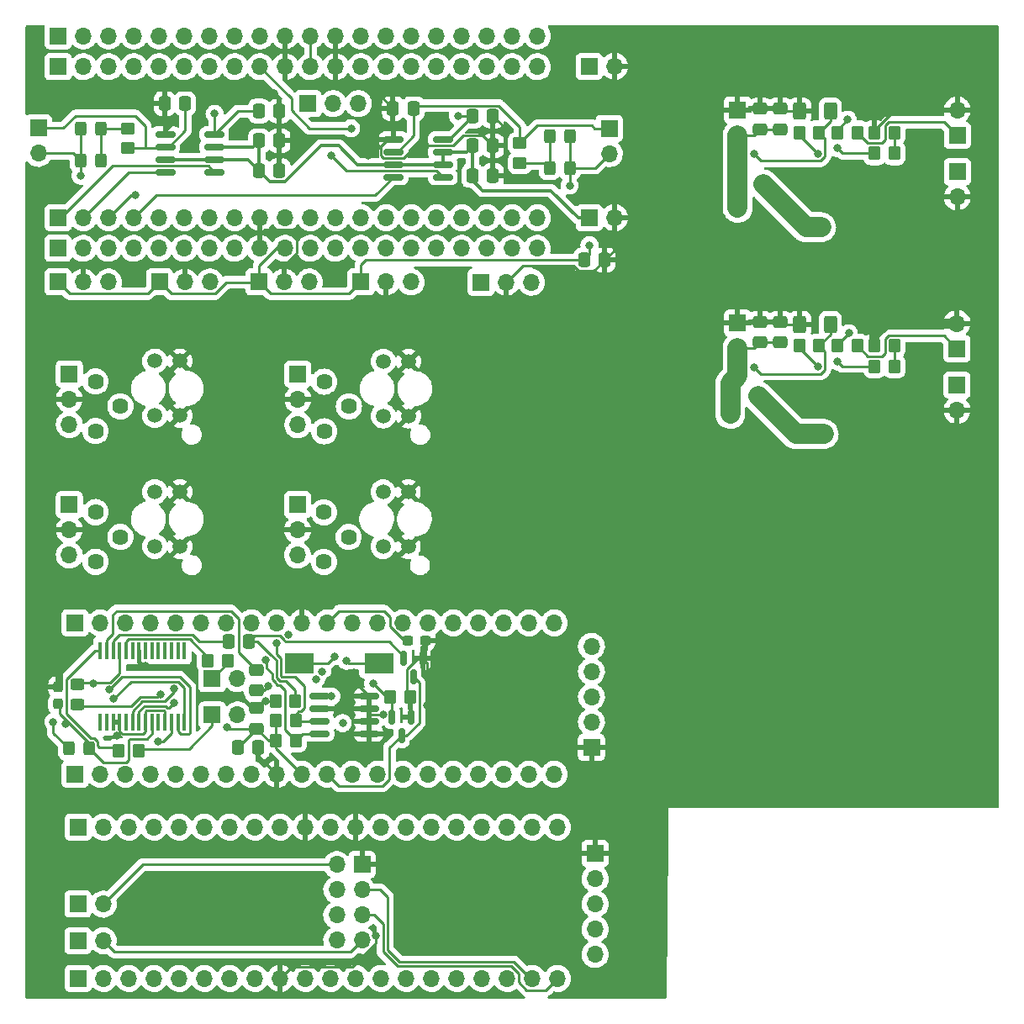
<source format=gbr>
%TF.GenerationSoftware,KiCad,Pcbnew,6.0.7+dfsg-3*%
%TF.CreationDate,2022-10-06T09:03:10-04:00*%
%TF.ProjectId,COMPLETE_PCB,434f4d50-4c45-4544-955f-5043422e6b69,rev?*%
%TF.SameCoordinates,Original*%
%TF.FileFunction,Copper,L4,Bot*%
%TF.FilePolarity,Positive*%
%FSLAX46Y46*%
G04 Gerber Fmt 4.6, Leading zero omitted, Abs format (unit mm)*
G04 Created by KiCad (PCBNEW 6.0.7+dfsg-3) date 2022-10-06 09:03:10*
%MOMM*%
%LPD*%
G01*
G04 APERTURE LIST*
G04 Aperture macros list*
%AMRoundRect*
0 Rectangle with rounded corners*
0 $1 Rounding radius*
0 $2 $3 $4 $5 $6 $7 $8 $9 X,Y pos of 4 corners*
0 Add a 4 corners polygon primitive as box body*
4,1,4,$2,$3,$4,$5,$6,$7,$8,$9,$2,$3,0*
0 Add four circle primitives for the rounded corners*
1,1,$1+$1,$2,$3*
1,1,$1+$1,$4,$5*
1,1,$1+$1,$6,$7*
1,1,$1+$1,$8,$9*
0 Add four rect primitives between the rounded corners*
20,1,$1+$1,$2,$3,$4,$5,0*
20,1,$1+$1,$4,$5,$6,$7,0*
20,1,$1+$1,$6,$7,$8,$9,0*
20,1,$1+$1,$8,$9,$2,$3,0*%
G04 Aperture macros list end*
%TA.AperFunction,SMDPad,CuDef*%
%ADD10R,0.450000X1.750000*%
%TD*%
%TA.AperFunction,ComponentPad*%
%ADD11R,1.700000X1.700000*%
%TD*%
%TA.AperFunction,ComponentPad*%
%ADD12O,1.700000X1.700000*%
%TD*%
%TA.AperFunction,ComponentPad*%
%ADD13C,1.500000*%
%TD*%
%TA.AperFunction,ComponentPad*%
%ADD14C,1.620000*%
%TD*%
%TA.AperFunction,SMDPad,CuDef*%
%ADD15RoundRect,0.250000X-0.337500X-0.475000X0.337500X-0.475000X0.337500X0.475000X-0.337500X0.475000X0*%
%TD*%
%TA.AperFunction,SMDPad,CuDef*%
%ADD16RoundRect,0.250000X-0.450000X0.350000X-0.450000X-0.350000X0.450000X-0.350000X0.450000X0.350000X0*%
%TD*%
%TA.AperFunction,SMDPad,CuDef*%
%ADD17RoundRect,0.250000X0.350000X0.450000X-0.350000X0.450000X-0.350000X-0.450000X0.350000X-0.450000X0*%
%TD*%
%TA.AperFunction,SMDPad,CuDef*%
%ADD18RoundRect,0.250000X0.475000X-0.337500X0.475000X0.337500X-0.475000X0.337500X-0.475000X-0.337500X0*%
%TD*%
%TA.AperFunction,SMDPad,CuDef*%
%ADD19RoundRect,0.250000X-0.325000X-0.450000X0.325000X-0.450000X0.325000X0.450000X-0.325000X0.450000X0*%
%TD*%
%TA.AperFunction,SMDPad,CuDef*%
%ADD20RoundRect,0.250000X0.337500X0.475000X-0.337500X0.475000X-0.337500X-0.475000X0.337500X-0.475000X0*%
%TD*%
%TA.AperFunction,SMDPad,CuDef*%
%ADD21RoundRect,0.250000X-0.350000X-0.450000X0.350000X-0.450000X0.350000X0.450000X-0.350000X0.450000X0*%
%TD*%
%TA.AperFunction,SMDPad,CuDef*%
%ADD22RoundRect,0.150000X0.825000X0.150000X-0.825000X0.150000X-0.825000X-0.150000X0.825000X-0.150000X0*%
%TD*%
%TA.AperFunction,SMDPad,CuDef*%
%ADD23RoundRect,0.237500X0.237500X-0.300000X0.237500X0.300000X-0.237500X0.300000X-0.237500X-0.300000X0*%
%TD*%
%TA.AperFunction,SMDPad,CuDef*%
%ADD24RoundRect,0.250000X-0.475000X0.337500X-0.475000X-0.337500X0.475000X-0.337500X0.475000X0.337500X0*%
%TD*%
%TA.AperFunction,SMDPad,CuDef*%
%ADD25RoundRect,0.250000X0.325000X0.450000X-0.325000X0.450000X-0.325000X-0.450000X0.325000X-0.450000X0*%
%TD*%
%TA.AperFunction,SMDPad,CuDef*%
%ADD26RoundRect,0.237500X-0.300000X-0.237500X0.300000X-0.237500X0.300000X0.237500X-0.300000X0.237500X0*%
%TD*%
%TA.AperFunction,SMDPad,CuDef*%
%ADD27RoundRect,0.150000X-0.150000X0.587500X-0.150000X-0.587500X0.150000X-0.587500X0.150000X0.587500X0*%
%TD*%
%TA.AperFunction,SMDPad,CuDef*%
%ADD28R,2.999300X2.057400*%
%TD*%
%TA.AperFunction,SMDPad,CuDef*%
%ADD29RoundRect,0.250000X0.450000X-0.350000X0.450000X0.350000X-0.450000X0.350000X-0.450000X-0.350000X0*%
%TD*%
%TA.AperFunction,SMDPad,CuDef*%
%ADD30RoundRect,0.250000X0.450000X-0.325000X0.450000X0.325000X-0.450000X0.325000X-0.450000X-0.325000X0*%
%TD*%
%TA.AperFunction,SMDPad,CuDef*%
%ADD31RoundRect,0.250000X0.400000X0.625000X-0.400000X0.625000X-0.400000X-0.625000X0.400000X-0.625000X0*%
%TD*%
%TA.AperFunction,ViaPad*%
%ADD32C,0.800000*%
%TD*%
%TA.AperFunction,Conductor*%
%ADD33C,0.300000*%
%TD*%
%TA.AperFunction,Conductor*%
%ADD34C,0.250000*%
%TD*%
%TA.AperFunction,Conductor*%
%ADD35C,0.400000*%
%TD*%
%TA.AperFunction,Conductor*%
%ADD36C,1.000000*%
%TD*%
%TA.AperFunction,Conductor*%
%ADD37C,2.000000*%
%TD*%
%TA.AperFunction,Conductor*%
%ADD38C,0.230000*%
%TD*%
G04 APERTURE END LIST*
D10*
%TO.P,U3,1,TXD*%
%TO.N,Net-(R7-Pad1)*%
X32955400Y-85617699D03*
%TO.P,U3,2,DTR*%
%TO.N,/Propeller/FT232_DTR*%
X33605400Y-85617699D03*
%TO.P,U3,3,RTS*%
%TO.N,/Propeller/FT232_RTS*%
X34255400Y-85617699D03*
%TO.P,U3,4,VCCIO*%
%TO.N,Net-(D2-Pad2)*%
X34905400Y-85617699D03*
%TO.P,U3,5,RXD*%
%TO.N,Net-(R8-Pad1)*%
X35555400Y-85617699D03*
%TO.P,U3,6,RI*%
%TO.N,unconnected-(U3-Pad6)*%
X36205400Y-85617699D03*
%TO.P,U3,7,GND*%
%TO.N,GND*%
X36855400Y-85617699D03*
%TO.P,U3,8*%
%TO.N,N/C*%
X37505400Y-85617699D03*
%TO.P,U3,9,DCR*%
%TO.N,unconnected-(U3-Pad9)*%
X38155400Y-85617699D03*
%TO.P,U3,10,DCD*%
%TO.N,unconnected-(U3-Pad10)*%
X38805400Y-85617699D03*
%TO.P,U3,11,CTS*%
%TO.N,unconnected-(U3-Pad11)*%
X39455400Y-85617699D03*
%TO.P,U3,12,CBUS4*%
%TO.N,unconnected-(U3-Pad12)*%
X40105400Y-85617699D03*
%TO.P,U3,13,CBUS2*%
%TO.N,unconnected-(U3-Pad13)*%
X40755400Y-85617699D03*
%TO.P,U3,14,CBUS3*%
%TO.N,unconnected-(U3-Pad14)*%
X41405400Y-85617699D03*
%TO.P,U3,15,USBD+*%
%TO.N,Net-(J1-Pad3)*%
X41405400Y-92817699D03*
%TO.P,U3,16,USBD-*%
%TO.N,Net-(J1-Pad2)*%
X40755400Y-92817699D03*
%TO.P,U3,17,3V3OUT*%
%TO.N,Net-(D2-Pad2)*%
X40105400Y-92817699D03*
%TO.P,U3,18,GND*%
%TO.N,GND*%
X39455400Y-92817699D03*
%TO.P,U3,19,~{RESET}*%
%TO.N,unconnected-(U3-Pad19)*%
X38805400Y-92817699D03*
%TO.P,U3,20,VCC*%
%TO.N,/Propeller/5V*%
X38155400Y-92817699D03*
%TO.P,U3,21,GND*%
%TO.N,GND*%
X37505400Y-92817699D03*
%TO.P,U3,22,CBUS1*%
%TO.N,Net-(D4-Pad1)*%
X36855400Y-92817699D03*
%TO.P,U3,23,CBUS0*%
%TO.N,Net-(D3-Pad1)*%
X36205400Y-92817699D03*
%TO.P,U3,24*%
%TO.N,N/C*%
X35555400Y-92817699D03*
%TO.P,U3,25,AGND*%
%TO.N,GND*%
X34905400Y-92817699D03*
%TO.P,U3,26,TEST*%
X34255400Y-92817699D03*
%TO.P,U3,27*%
%TO.N,N/C*%
X33605400Y-92817699D03*
%TO.P,U3,28*%
X32955400Y-92817699D03*
%TD*%
D11*
%TO.P,J8,1,Pin_1*%
%TO.N,3.3V*%
X52850000Y-57760000D03*
D12*
%TO.P,J8,2,Pin_2*%
%TO.N,GND*%
X52850000Y-60300000D03*
%TO.P,J8,3,Pin_3*%
%TO.N,/Capteur/A1*%
X52850000Y-62840000D03*
%TD*%
D11*
%TO.P,J4,1,Pin_1*%
%TO.N,Net-(C11-Pad1)*%
X84210000Y-33010000D03*
D12*
%TO.P,J4,2,Pin_2*%
%TO.N,Net-(C10-Pad1)*%
X84210000Y-35550000D03*
%TD*%
D11*
%TO.P,J3,1,Pin_1*%
%TO.N,Net-(C4-Pad1)*%
X26710000Y-32985000D03*
D12*
%TO.P,J3,2,Pin_2*%
%TO.N,Net-(C3-Pad1)*%
X26710000Y-35525000D03*
%TD*%
D11*
%TO.P,J17,1,Pin_1*%
%TO.N,3.3V*%
X59185000Y-48470000D03*
D12*
%TO.P,J17,2,Pin_2*%
%TO.N,GND*%
X61725000Y-48470000D03*
%TO.P,J17,3,Pin_3*%
%TO.N,/Carte Mere/P7*%
X64265000Y-48470000D03*
%TD*%
D13*
%TO.P,U7,A*%
%TO.N,Net-(R5-Pad2)*%
X38430000Y-69600000D03*
%TO.P,U7,CATH*%
%TO.N,GND*%
X40970000Y-69600000D03*
%TO.P,U7,COLL*%
%TO.N,/Capteur/A2*%
X38430000Y-75100000D03*
%TO.P,U7,E*%
%TO.N,GND*%
X40970000Y-75100000D03*
%TD*%
D11*
%TO.P,J14,1,Pin_1*%
%TO.N,/Carte Mere/P31_RX*%
X28710000Y-23680000D03*
D12*
%TO.P,J14,2,Pin_2*%
%TO.N,/Carte Mere/P30_TX*%
X31250000Y-23680000D03*
%TO.P,J14,3,Pin_3*%
%TO.N,/Carte Mere/P29_SDA*%
X33790000Y-23680000D03*
%TO.P,J14,4,Pin_4*%
%TO.N,/Carte Mere/P28_SCL*%
X36330000Y-23680000D03*
%TO.P,J14,5,Pin_5*%
%TO.N,/Carte Mere/P27*%
X38870000Y-23680000D03*
%TO.P,J14,6,Pin_6*%
%TO.N,/Carte Mere/P26*%
X41410000Y-23680000D03*
%TO.P,J14,7,Pin_7*%
%TO.N,/Carte Mere/P25*%
X43950000Y-23680000D03*
%TO.P,J14,8,Pin_8*%
%TO.N,/Carte Mere/P24*%
X46490000Y-23680000D03*
%TO.P,J14,9,Pin_9*%
%TO.N,3.3V*%
X49030000Y-23680000D03*
%TO.P,J14,10,Pin_10*%
%TO.N,GND*%
X51570000Y-23680000D03*
%TO.P,J14,11,Pin_11*%
%TO.N,/Carte Mere/5V*%
X54110000Y-23680000D03*
%TO.P,J14,12,Pin_12*%
%TO.N,GND*%
X56650000Y-23680000D03*
%TO.P,J14,13,Pin_13*%
%TO.N,/Carte Mere/P23*%
X59190000Y-23680000D03*
%TO.P,J14,14,Pin_14*%
%TO.N,/Carte Mere/P22*%
X61730000Y-23680000D03*
%TO.P,J14,15,Pin_15*%
%TO.N,/Carte Mere/P21*%
X64270000Y-23680000D03*
%TO.P,J14,16,Pin_16*%
%TO.N,/Carte Mere/P20*%
X66810000Y-23680000D03*
%TO.P,J14,17,Pin_17*%
%TO.N,/Carte Mere/P19*%
X69350000Y-23680000D03*
%TO.P,J14,18,Pin_18*%
%TO.N,/Carte Mere/P18*%
X71890000Y-23680000D03*
%TO.P,J14,19,Pin_19*%
%TO.N,/Carte Mere/P17*%
X74430000Y-23680000D03*
%TO.P,J14,20,Pin_20*%
%TO.N,/Carte Mere/P16*%
X76970000Y-23680000D03*
%TD*%
D14*
%TO.P,RV4,1,1*%
%TO.N,3.3V*%
X55460000Y-71660000D03*
%TO.P,RV4,2,2*%
X57960000Y-74160000D03*
%TO.P,RV4,3,3*%
%TO.N,/Capteur/A3*%
X55460000Y-76660000D03*
%TD*%
D11*
%TO.P,JP1,1,A*%
%TO.N,/Carte Mere/5V*%
X53860000Y-30510000D03*
D12*
%TO.P,JP1,2,C*%
%TO.N,Net-(C9-Pad1)*%
X56400000Y-30510000D03*
%TO.P,JP1,3,B*%
%TO.N,/Carte Mere/9V*%
X58940000Y-30510000D03*
%TD*%
D13*
%TO.P,U6,A*%
%TO.N,Net-(R4-Pad2)*%
X61450000Y-56460000D03*
%TO.P,U6,CATH*%
%TO.N,GND*%
X63990000Y-56460000D03*
%TO.P,U6,COLL*%
%TO.N,/Capteur/A1*%
X61450000Y-61960000D03*
%TO.P,U6,E*%
%TO.N,GND*%
X63990000Y-61960000D03*
%TD*%
D11*
%TO.P,J5,1,Pin_1*%
%TO.N,Net-(C2-Pad1)*%
X119255000Y-37368173D03*
D12*
%TO.P,J5,2,Pin_2*%
%TO.N,GND*%
X119255000Y-39908173D03*
%TD*%
D11*
%TO.P,J11,1,Pin_1*%
%TO.N,3.3V*%
X52820000Y-70910000D03*
D12*
%TO.P,J11,2,Pin_2*%
%TO.N,GND*%
X52820000Y-73450000D03*
%TO.P,J11,3,Pin_3*%
%TO.N,/Capteur/A3*%
X52820000Y-75990000D03*
%TD*%
D11*
%TO.P,JP2,1,A*%
%TO.N,/Propeller/FT232_RX*%
X44211200Y-88430299D03*
D12*
%TO.P,JP2,2,B*%
%TO.N,/Propeller/P30_TX*%
X46751200Y-88430299D03*
%TD*%
D11*
%TO.P,J8,1,Pin_1*%
%TO.N,GND*%
X82775800Y-106032499D03*
D12*
%TO.P,J8,2,Pin_2*%
%TO.N,unconnected-(J8-Pad2)*%
X82775800Y-108572499D03*
%TO.P,J8,3,Pin_3*%
%TO.N,/ESP-01/ESP_RX*%
X82775800Y-111112499D03*
%TO.P,J8,4,Pin_4*%
%TO.N,/ESP-01/ESP_TX*%
X82775800Y-113652499D03*
%TO.P,J8,5,Pin_5*%
%TO.N,/ESP-01/3V3*%
X82775800Y-116192499D03*
%TD*%
D14*
%TO.P,RV1,1,1*%
%TO.N,3.3V*%
X32470000Y-58490000D03*
%TO.P,RV1,2,2*%
X34970000Y-60990000D03*
%TO.P,RV1,3,3*%
%TO.N,/Capteur/A0*%
X32470000Y-63490000D03*
%TD*%
D11*
%TO.P,J7,1,Pin_1*%
%TO.N,3.3V*%
X29830000Y-57740000D03*
D12*
%TO.P,J7,2,Pin_2*%
%TO.N,GND*%
X29830000Y-60280000D03*
%TO.P,J7,3,Pin_3*%
%TO.N,/Capteur/A0*%
X29830000Y-62820000D03*
%TD*%
D11*
%TO.P,J2,1,Pin_1*%
%TO.N,/Carte Mere/9V*%
X82185000Y-26760000D03*
D12*
%TO.P,J2,2,Pin_2*%
%TO.N,GND*%
X84725000Y-26760000D03*
%TD*%
D11*
%TO.P,J3,1,Pin_1*%
%TO.N,/Propeller/P0*%
X30401200Y-98044099D03*
D12*
%TO.P,J3,2,Pin_2*%
%TO.N,/Propeller/P1*%
X32941200Y-98044099D03*
%TO.P,J3,3,Pin_3*%
%TO.N,/Propeller/P2*%
X35481200Y-98044099D03*
%TO.P,J3,4,Pin_4*%
%TO.N,/Propeller/P3*%
X38021200Y-98044099D03*
%TO.P,J3,5,Pin_5*%
%TO.N,/Propeller/P4*%
X40561200Y-98044099D03*
%TO.P,J3,6,Pin_6*%
%TO.N,/Propeller/P5*%
X43101200Y-98044099D03*
%TO.P,J3,7,Pin_7*%
%TO.N,/Propeller/P6*%
X45641200Y-98044099D03*
%TO.P,J3,8,Pin_8*%
%TO.N,/Propeller/P7*%
X48181200Y-98044099D03*
%TO.P,J3,9,Pin_9*%
%TO.N,GND*%
X50721200Y-98044099D03*
%TO.P,J3,10,Pin_10*%
%TO.N,/Propeller/3V3*%
X53261200Y-98044099D03*
%TO.P,J3,11,Pin_11*%
%TO.N,/Propeller/Reset*%
X55801200Y-98044099D03*
%TO.P,J3,12,Pin_12*%
%TO.N,/Propeller/7-12V*%
X58341200Y-98044099D03*
%TO.P,J3,13,Pin_13*%
%TO.N,/Propeller/P8*%
X60881200Y-98044099D03*
%TO.P,J3,14,Pin_14*%
%TO.N,/Propeller/P9*%
X63421200Y-98044099D03*
%TO.P,J3,15,Pin_15*%
%TO.N,/Propeller/P10*%
X65961200Y-98044099D03*
%TO.P,J3,16,Pin_16*%
%TO.N,/Propeller/P11*%
X68501200Y-98044099D03*
%TO.P,J3,17,Pin_17*%
%TO.N,/Propeller/P12*%
X71041200Y-98044099D03*
%TO.P,J3,18,Pin_18*%
%TO.N,/Propeller/P13*%
X73581200Y-98044099D03*
%TO.P,J3,19,Pin_19*%
%TO.N,/Propeller/P14_ESP-TX*%
X76121200Y-98044099D03*
%TO.P,J3,20,Pin_20*%
%TO.N,/Propeller/P15_ESP-RX*%
X78661200Y-98044099D03*
%TD*%
D11*
%TO.P,J5,1,Pin_1*%
%TO.N,/Carte Mere/P31_RX*%
X28710000Y-26785400D03*
D12*
%TO.P,J5,2,Pin_2*%
%TO.N,/Carte Mere/P30_TX*%
X31250000Y-26785400D03*
%TO.P,J5,3,Pin_3*%
%TO.N,/Carte Mere/P29_SDA*%
X33790000Y-26785400D03*
%TO.P,J5,4,Pin_4*%
%TO.N,/Carte Mere/P28_SCL*%
X36330000Y-26785400D03*
%TO.P,J5,5,Pin_5*%
%TO.N,/Carte Mere/P27*%
X38870000Y-26785400D03*
%TO.P,J5,6,Pin_6*%
%TO.N,/Carte Mere/P26*%
X41410000Y-26785400D03*
%TO.P,J5,7,Pin_7*%
%TO.N,/Carte Mere/P25*%
X43950000Y-26785400D03*
%TO.P,J5,8,Pin_8*%
%TO.N,/Carte Mere/P24*%
X46490000Y-26785400D03*
%TO.P,J5,9,Pin_9*%
%TO.N,3.3V*%
X49030000Y-26785400D03*
%TO.P,J5,10,Pin_10*%
%TO.N,GND*%
X51570000Y-26785400D03*
%TO.P,J5,11,Pin_11*%
%TO.N,/Carte Mere/5V*%
X54110000Y-26785400D03*
%TO.P,J5,12,Pin_12*%
%TO.N,GND*%
X56650000Y-26785400D03*
%TO.P,J5,13,Pin_13*%
%TO.N,/Carte Mere/P23*%
X59190000Y-26785400D03*
%TO.P,J5,14,Pin_14*%
%TO.N,/Carte Mere/P22*%
X61730000Y-26785400D03*
%TO.P,J5,15,Pin_15*%
%TO.N,/Carte Mere/P21*%
X64270000Y-26785400D03*
%TO.P,J5,16,Pin_16*%
%TO.N,/Carte Mere/P20*%
X66810000Y-26785400D03*
%TO.P,J5,17,Pin_17*%
%TO.N,/Carte Mere/P19*%
X69350000Y-26785400D03*
%TO.P,J5,18,Pin_18*%
%TO.N,/Carte Mere/P18*%
X71890000Y-26785400D03*
%TO.P,J5,19,Pin_19*%
%TO.N,/Carte Mere/P17*%
X74430000Y-26785400D03*
%TO.P,J5,20,Pin_20*%
%TO.N,/Carte Mere/P16*%
X76970000Y-26785400D03*
%TD*%
D11*
%TO.P,J1,1,Pin_1*%
%TO.N,GND*%
X97137500Y-52615673D03*
D12*
%TO.P,J1,2,Pin_2*%
%TO.N,Net-(Cbyp1-Pad1)*%
X97137500Y-55155673D03*
%TD*%
D11*
%TO.P,J9,1,Pin_1*%
%TO.N,Net-(J9-Pad1)*%
X71290000Y-48500000D03*
D12*
%TO.P,J9,2,Pin_2*%
%TO.N,GND*%
X73830000Y-48500000D03*
%TO.P,J9,3,Pin_3*%
%TO.N,P8*%
X76370000Y-48500000D03*
%TD*%
D11*
%TO.P,JP1,1,A*%
%TO.N,/Propeller/FT232_TX*%
X44216200Y-92087899D03*
D12*
%TO.P,JP1,2,B*%
%TO.N,/Propeller/P31_RX*%
X46756200Y-92087899D03*
%TD*%
D11*
%TO.P,JP4,1,A*%
%TO.N,/ESP-01/FT232_RX*%
X30701200Y-111133299D03*
D12*
%TO.P,JP4,2,B*%
%TO.N,/ESP-01/ESP_TX*%
X33241200Y-111133299D03*
%TD*%
D11*
%TO.P,J16,1,Pin_1*%
%TO.N,3.3V*%
X48930000Y-48470000D03*
D12*
%TO.P,J16,2,Pin_2*%
%TO.N,GND*%
X51470000Y-48470000D03*
%TO.P,J16,3,Pin_3*%
%TO.N,/Carte Mere/P6*%
X54010000Y-48470000D03*
%TD*%
D11*
%TO.P,J3,1,Pin_1*%
%TO.N,GND*%
X97135000Y-31143173D03*
D12*
%TO.P,J3,2,Pin_2*%
%TO.N,Net-(Cbyp2-Pad1)*%
X97135000Y-33683173D03*
%TD*%
D13*
%TO.P,U8,A*%
%TO.N,Net-(R6-Pad2)*%
X61420000Y-69610000D03*
%TO.P,U8,CATH*%
%TO.N,GND*%
X63960000Y-69610000D03*
%TO.P,U8,COLL*%
%TO.N,/Capteur/A3*%
X61420000Y-75110000D03*
%TO.P,U8,E*%
%TO.N,GND*%
X63960000Y-75110000D03*
%TD*%
D11*
%TO.P,J2,1,Pin_1*%
%TO.N,GND*%
X59301200Y-107155499D03*
D12*
%TO.P,J2,2,Pin_2*%
%TO.N,/ESP-01/ESP_TX*%
X56761200Y-107155499D03*
%TO.P,J2,3,Pin_3*%
%TO.N,/ESP-01/P14_ESP-TX*%
X59301200Y-109695499D03*
%TO.P,J2,4,Pin_4*%
%TO.N,/ESP-01/3V3*%
X56761200Y-109695499D03*
%TO.P,J2,5,Pin_5*%
%TO.N,/ESP-01/P15_ESP-RX*%
X59301200Y-112235499D03*
%TO.P,J2,6,Pin_6*%
%TO.N,Net-(J2-Pad6)*%
X56761200Y-112235499D03*
%TO.P,J2,7,Pin_7*%
%TO.N,/ESP-01/ESP_RX*%
X59301200Y-114775499D03*
%TO.P,J2,8,Pin_8*%
%TO.N,/ESP-01/3V3*%
X56761200Y-114775499D03*
%TD*%
D11*
%TO.P,J10,1,Pin_1*%
%TO.N,3.3V*%
X29830000Y-70900000D03*
D12*
%TO.P,J10,2,Pin_2*%
%TO.N,GND*%
X29830000Y-73440000D03*
%TO.P,J10,3,Pin_3*%
%TO.N,/Capteur/A2*%
X29830000Y-75980000D03*
%TD*%
D11*
%TO.P,J6,1,Pin_1*%
%TO.N,/Propeller/FT232_RX*%
X30401200Y-82804099D03*
D12*
%TO.P,J6,2,Pin_2*%
%TO.N,/Propeller/FT232_TX*%
X32941200Y-82804099D03*
%TO.P,J6,3,Pin_3*%
%TO.N,/Propeller/P29_SDA*%
X35481200Y-82804099D03*
%TO.P,J6,4,Pin_4*%
%TO.N,/Propeller/P28_SCL*%
X38021200Y-82804099D03*
%TO.P,J6,5,Pin_5*%
%TO.N,/Propeller/P27*%
X40561200Y-82804099D03*
%TO.P,J6,6,Pin_6*%
%TO.N,/Propeller/P26*%
X43101200Y-82804099D03*
%TO.P,J6,7,Pin_7*%
%TO.N,/Propeller/P25*%
X45641200Y-82804099D03*
%TO.P,J6,8,Pin_8*%
%TO.N,/Propeller/P24*%
X48181200Y-82804099D03*
%TO.P,J6,9,Pin_9*%
%TO.N,/Propeller/3V3*%
X50721200Y-82804099D03*
%TO.P,J6,10,Pin_10*%
%TO.N,GND*%
X53261200Y-82804099D03*
%TO.P,J6,11,Pin_11*%
%TO.N,/Propeller/5V*%
X55801200Y-82804099D03*
%TO.P,J6,12,Pin_12*%
%TO.N,GND*%
X58341200Y-82804099D03*
%TO.P,J6,13,Pin_13*%
%TO.N,/Propeller/P23*%
X60881200Y-82804099D03*
%TO.P,J6,14,Pin_14*%
%TO.N,/Propeller/P22*%
X63421200Y-82804099D03*
%TO.P,J6,15,Pin_15*%
%TO.N,/Propeller/P21*%
X65961200Y-82804099D03*
%TO.P,J6,16,Pin_16*%
%TO.N,/Propeller/P20*%
X68501200Y-82804099D03*
%TO.P,J6,17,Pin_17*%
%TO.N,/Propeller/P19*%
X71041200Y-82804099D03*
%TO.P,J6,18,Pin_18*%
%TO.N,/Propeller/P18*%
X73581200Y-82804099D03*
%TO.P,J6,19,Pin_19*%
%TO.N,/Propeller/P17*%
X76121200Y-82804099D03*
%TO.P,J6,20,Pin_20*%
%TO.N,/Propeller/P16*%
X78661200Y-82804099D03*
%TD*%
D11*
%TO.P,J4,1,Pin_1*%
%TO.N,Net-(C2-Pad1)*%
X119245000Y-33703173D03*
D12*
%TO.P,J4,2,Pin_2*%
%TO.N,GND*%
X119245000Y-31163173D03*
%TD*%
D14*
%TO.P,RV3,1,1*%
%TO.N,3.3V*%
X32470000Y-71650000D03*
%TO.P,RV3,2,2*%
X34970000Y-74150000D03*
%TO.P,RV3,3,3*%
%TO.N,/Capteur/A2*%
X32470000Y-76650000D03*
%TD*%
%TO.P,RV2,1,1*%
%TO.N,3.3V*%
X55490000Y-58510000D03*
%TO.P,RV2,2,2*%
X57990000Y-61010000D03*
%TO.P,RV2,3,3*%
%TO.N,/Capteur/A1*%
X55490000Y-63510000D03*
%TD*%
D11*
%TO.P,J6,1,Pin_1*%
%TO.N,Net-(C1-Pad1)*%
X119235000Y-55178173D03*
D12*
%TO.P,J6,2,Pin_2*%
%TO.N,GND*%
X119235000Y-52638173D03*
%TD*%
D11*
%TO.P,JP3,1,A*%
%TO.N,/ESP-01/FT232_TX*%
X30701200Y-114818099D03*
D12*
%TO.P,JP3,2,B*%
%TO.N,/ESP-01/ESP_RX*%
X33241200Y-114818099D03*
%TD*%
D11*
%TO.P,J1,1,Pin_1*%
%TO.N,/Carte Mere/6V*%
X82185000Y-42010000D03*
D12*
%TO.P,J1,2,Pin_2*%
%TO.N,GND*%
X84725000Y-42010000D03*
%TD*%
D11*
%TO.P,J2,1,Pin_1*%
%TO.N,Net-(C1-Pad1)*%
X119235000Y-58858173D03*
D12*
%TO.P,J2,2,Pin_2*%
%TO.N,GND*%
X119235000Y-61398173D03*
%TD*%
D11*
%TO.P,J13,1,Pin_1*%
%TO.N,3.3V*%
X38920000Y-48480000D03*
D12*
%TO.P,J13,2,Pin_2*%
%TO.N,GND*%
X41460000Y-48480000D03*
%TO.P,J13,3,Pin_3*%
%TO.N,/Carte Mere/P5*%
X44000000Y-48480000D03*
%TD*%
D11*
%TO.P,J12,1,Pin_1*%
%TO.N,3.3V*%
X28700000Y-48480000D03*
D12*
%TO.P,J12,2,Pin_2*%
%TO.N,GND*%
X31240000Y-48480000D03*
%TO.P,J12,3,Pin_3*%
%TO.N,/Carte Mere/P4*%
X33780000Y-48480000D03*
%TD*%
D11*
%TO.P,J6,1,Pin_1*%
%TO.N,/Carte Mere/P0*%
X28710000Y-42000000D03*
D12*
%TO.P,J6,2,Pin_2*%
%TO.N,/Carte Mere/P1*%
X31250000Y-42000000D03*
%TO.P,J6,3,Pin_3*%
%TO.N,/Carte Mere/P2*%
X33790000Y-42000000D03*
%TO.P,J6,4,Pin_4*%
%TO.N,/Carte Mere/P3*%
X36330000Y-42000000D03*
%TO.P,J6,5,Pin_5*%
%TO.N,/Carte Mere/P4*%
X38870000Y-42000000D03*
%TO.P,J6,6,Pin_6*%
%TO.N,/Carte Mere/P5*%
X41410000Y-42000000D03*
%TO.P,J6,7,Pin_7*%
%TO.N,/Carte Mere/P6*%
X43950000Y-42000000D03*
%TO.P,J6,8,Pin_8*%
%TO.N,/Carte Mere/P7*%
X46490000Y-42000000D03*
%TO.P,J6,9,Pin_9*%
%TO.N,GND*%
X49030000Y-42000000D03*
%TO.P,J6,10,Pin_10*%
%TO.N,3.3V*%
X51570000Y-42000000D03*
%TO.P,J6,11,Pin_11*%
%TO.N,/Carte Mere/RESET*%
X54110000Y-42000000D03*
%TO.P,J6,12,Pin_12*%
%TO.N,unconnected-(J6-Pad12)*%
X56650000Y-42000000D03*
%TO.P,J6,13,Pin_13*%
%TO.N,P8*%
X59190000Y-42000000D03*
%TO.P,J6,14,Pin_14*%
%TO.N,/Carte Mere/P9*%
X61730000Y-42000000D03*
%TO.P,J6,15,Pin_15*%
%TO.N,/Carte Mere/P10*%
X64270000Y-42000000D03*
%TO.P,J6,16,Pin_16*%
%TO.N,/Carte Mere/P11*%
X66810000Y-42000000D03*
%TO.P,J6,17,Pin_17*%
%TO.N,/Carte Mere/P12*%
X69350000Y-42000000D03*
%TO.P,J6,18,Pin_18*%
%TO.N,/Carte Mere/P13*%
X71890000Y-42000000D03*
%TO.P,J6,19,Pin_19*%
%TO.N,/Carte Mere/P14*%
X74430000Y-42000000D03*
%TO.P,J6,20,Pin_20*%
%TO.N,/Carte Mere/P15*%
X76970000Y-42000000D03*
%TD*%
D11*
%TO.P,J15,1,Pin_1*%
%TO.N,/Carte Mere/P0*%
X28700000Y-45090000D03*
D12*
%TO.P,J15,2,Pin_2*%
%TO.N,/Carte Mere/P1*%
X31240000Y-45090000D03*
%TO.P,J15,3,Pin_3*%
%TO.N,/Carte Mere/P2*%
X33780000Y-45090000D03*
%TO.P,J15,4,Pin_4*%
%TO.N,/Carte Mere/P3*%
X36320000Y-45090000D03*
%TO.P,J15,5,Pin_5*%
%TO.N,/Carte Mere/P4*%
X38860000Y-45090000D03*
%TO.P,J15,6,Pin_6*%
%TO.N,/Carte Mere/P5*%
X41400000Y-45090000D03*
%TO.P,J15,7,Pin_7*%
%TO.N,/Carte Mere/P6*%
X43940000Y-45090000D03*
%TO.P,J15,8,Pin_8*%
%TO.N,/Carte Mere/P7*%
X46480000Y-45090000D03*
%TO.P,J15,9,Pin_9*%
%TO.N,GND*%
X49020000Y-45090000D03*
%TO.P,J15,10,Pin_10*%
%TO.N,3.3V*%
X51560000Y-45090000D03*
%TO.P,J15,11,Pin_11*%
%TO.N,/Carte Mere/RESET*%
X54100000Y-45090000D03*
%TO.P,J15,12,Pin_12*%
%TO.N,unconnected-(J15-Pad12)*%
X56640000Y-45090000D03*
%TO.P,J15,13,Pin_13*%
%TO.N,P8*%
X59180000Y-45090000D03*
%TO.P,J15,14,Pin_14*%
%TO.N,/Carte Mere/P9*%
X61720000Y-45090000D03*
%TO.P,J15,15,Pin_15*%
%TO.N,/Carte Mere/P10*%
X64260000Y-45090000D03*
%TO.P,J15,16,Pin_16*%
%TO.N,/Carte Mere/P11*%
X66800000Y-45090000D03*
%TO.P,J15,17,Pin_17*%
%TO.N,/Carte Mere/P12*%
X69340000Y-45090000D03*
%TO.P,J15,18,Pin_18*%
%TO.N,/Carte Mere/P13*%
X71880000Y-45090000D03*
%TO.P,J15,19,Pin_19*%
%TO.N,/Carte Mere/P14*%
X74420000Y-45090000D03*
%TO.P,J15,20,Pin_20*%
%TO.N,/Carte Mere/P15*%
X76960000Y-45090000D03*
%TD*%
D11*
%TO.P,J5,1,Pin_1*%
%TO.N,GND*%
X82412000Y-95333699D03*
D12*
%TO.P,J5,2,Pin_2*%
%TO.N,/Propeller/Reset*%
X82412000Y-92793699D03*
%TO.P,J5,3,Pin_3*%
%TO.N,/Propeller/P31_RX*%
X82412000Y-90253699D03*
%TO.P,J5,4,Pin_4*%
%TO.N,/Propeller/P30_TX*%
X82412000Y-87713699D03*
%TO.P,J5,5,Pin_5*%
%TO.N,/Propeller/3V3*%
X82412000Y-85173699D03*
%TD*%
D13*
%TO.P,U5,A*%
%TO.N,Net-(R3-Pad2)*%
X38430000Y-56440000D03*
%TO.P,U5,CATH*%
%TO.N,GND*%
X40970000Y-56440000D03*
%TO.P,U5,COLL*%
%TO.N,/Capteur/A0*%
X38430000Y-61940000D03*
%TO.P,U5,E*%
%TO.N,GND*%
X40970000Y-61940000D03*
%TD*%
D15*
%TO.P,C1,1*%
%TO.N,/Carte Mere/6V*%
X48922500Y-34260000D03*
%TO.P,C1,2*%
%TO.N,GND*%
X50997500Y-34260000D03*
%TD*%
D16*
%TO.P,R2,1*%
%TO.N,Net-(C11-Pad1)*%
X75210000Y-34510000D03*
%TO.P,R2,2*%
%TO.N,Net-(D3-Pad1)*%
X75210000Y-36510000D03*
%TD*%
D17*
%TO.P,Rcomp1,1*%
%TO.N,Net-(Ccomp1-Pad2)*%
X112937500Y-54890673D03*
%TO.P,Rcomp1,2*%
%TO.N,GND*%
X110937500Y-54890673D03*
%TD*%
D18*
%TO.P,Cin2,1*%
%TO.N,Net-(Cbyp2-Pad1)*%
X99405000Y-33105673D03*
%TO.P,Cin2,2*%
%TO.N,GND*%
X99405000Y-31030673D03*
%TD*%
D19*
%TO.P,D3,1,K*%
%TO.N,Net-(D3-Pad1)*%
X78185000Y-37010000D03*
%TO.P,D3,2,A*%
%TO.N,Net-(C10-Pad1)*%
X80235000Y-37010000D03*
%TD*%
D20*
%TO.P,C4,1*%
%TO.N,Net-(C4-Pad1)*%
X41497500Y-30510000D03*
%TO.P,C4,2*%
%TO.N,GND*%
X39422500Y-30510000D03*
%TD*%
D17*
%TO.P,Rcomp2,1*%
%TO.N,Net-(Ccomp4-Pad2)*%
X112935000Y-33418173D03*
%TO.P,Rcomp2,2*%
%TO.N,GND*%
X110935000Y-33418173D03*
%TD*%
D21*
%TO.P,Rfilt1,1*%
%TO.N,Net-(Cfilt1-Pad1)*%
X103337500Y-54890673D03*
%TO.P,Rfilt1,2*%
%TO.N,Net-(Q1-Pad4)*%
X105337500Y-54890673D03*
%TD*%
%TO.P,Ccomp1,1*%
%TO.N,Net-(Ccomp1-Pad1)*%
X110937500Y-56980673D03*
%TO.P,Ccomp1,2*%
%TO.N,Net-(Ccomp1-Pad2)*%
X112937500Y-56980673D03*
%TD*%
%TO.P,Rfilt2,1*%
%TO.N,Net-(Cfilt2-Pad1)*%
X103335000Y-33418173D03*
%TO.P,Rfilt2,2*%
%TO.N,Net-(Q2-Pad4)*%
X105335000Y-33418173D03*
%TD*%
%TO.P,R7,1*%
%TO.N,Net-(R7-Pad1)*%
X34821200Y-95664099D03*
%TO.P,R7,2*%
%TO.N,/Propeller/FT232_TX*%
X36821200Y-95664099D03*
%TD*%
%TO.P,R4,1*%
%TO.N,Net-(R3-Pad1)*%
X107175000Y-33418173D03*
%TO.P,R4,2*%
%TO.N,Net-(C2-Pad1)*%
X109175000Y-33418173D03*
%TD*%
%TO.P,R8,1*%
%TO.N,Net-(R8-Pad1)*%
X43791200Y-86614099D03*
%TO.P,R8,2*%
%TO.N,/Propeller/FT232_RX*%
X45791200Y-86614099D03*
%TD*%
D22*
%TO.P,U1,1,OUT1*%
%TO.N,Net-(C3-Pad1)*%
X44435000Y-33605000D03*
%TO.P,U1,2,VM*%
%TO.N,/Carte Mere/6V*%
X44435000Y-34875000D03*
%TO.P,U1,3,VDD*%
X44435000Y-36145000D03*
%TO.P,U1,4,FWD*%
%TO.N,/Carte Mere/P0*%
X44435000Y-37415000D03*
%TO.P,U1,5,REV*%
%TO.N,/Carte Mere/P1*%
X39485000Y-37415000D03*
%TO.P,U1,6,VREF*%
%TO.N,/Carte Mere/6V*%
X39485000Y-36145000D03*
%TO.P,U1,7,OUT2*%
%TO.N,Net-(C4-Pad1)*%
X39485000Y-34875000D03*
%TO.P,U1,8,GND*%
%TO.N,GND*%
X39485000Y-33605000D03*
%TD*%
D18*
%TO.P,Cbyp1,1*%
%TO.N,Net-(Cbyp1-Pad1)*%
X101427500Y-54568173D03*
%TO.P,Cbyp1,2*%
%TO.N,GND*%
X101427500Y-52493173D03*
%TD*%
D22*
%TO.P,U3,1,OUT1*%
%TO.N,Net-(C10-Pad1)*%
X67435000Y-34105000D03*
%TO.P,U3,2,VM*%
%TO.N,/Carte Mere/6V*%
X67435000Y-35375000D03*
%TO.P,U3,3,VDD*%
X67435000Y-36645000D03*
%TO.P,U3,4,FWD*%
%TO.N,/Carte Mere/P2*%
X67435000Y-37915000D03*
%TO.P,U3,5,REV*%
%TO.N,/Carte Mere/P3*%
X62485000Y-37915000D03*
%TO.P,U3,6,VREF*%
%TO.N,/Carte Mere/6V*%
X62485000Y-36645000D03*
%TO.P,U3,7,OUT2*%
%TO.N,Net-(C11-Pad1)*%
X62485000Y-35375000D03*
%TO.P,U3,8,GND*%
%TO.N,GND*%
X62485000Y-34105000D03*
%TD*%
D18*
%TO.P,C5,1*%
%TO.N,/Propeller/3V3*%
X48711200Y-93461599D03*
%TO.P,C5,2*%
%TO.N,GND*%
X48711200Y-91386599D03*
%TD*%
D22*
%TO.P,U2,1,A0*%
%TO.N,GND*%
X59975400Y-90157499D03*
%TO.P,U2,2,A1*%
X59975400Y-91427499D03*
%TO.P,U2,3,A2*%
X59975400Y-92697499D03*
%TO.P,U2,4,GND*%
X59975400Y-93967499D03*
%TO.P,U2,5,SDA*%
%TO.N,/Propeller/P29_SDA*%
X55025400Y-93967499D03*
%TO.P,U2,6,SCL*%
%TO.N,/Propeller/P28_SCL*%
X55025400Y-92697499D03*
%TO.P,U2,7,WP*%
%TO.N,GND*%
X55025400Y-91427499D03*
%TO.P,U2,8,VCC*%
%TO.N,/Propeller/3V3*%
X55025400Y-90157499D03*
%TD*%
D23*
%TO.P,C10,1*%
%TO.N,/Propeller/5V*%
X28691200Y-90976599D03*
%TO.P,C10,2*%
%TO.N,GND*%
X28691200Y-89251599D03*
%TD*%
D18*
%TO.P,Cbyp2,1*%
%TO.N,Net-(Cbyp2-Pad1)*%
X101425000Y-33095673D03*
%TO.P,Cbyp2,2*%
%TO.N,GND*%
X101425000Y-31020673D03*
%TD*%
D21*
%TO.P,R4,1*%
%TO.N,/Propeller/3V3*%
X50627400Y-92668899D03*
%TO.P,R4,2*%
%TO.N,/Propeller/P28_SCL*%
X52627400Y-92668899D03*
%TD*%
D24*
%TO.P,C3,1*%
%TO.N,/Propeller/FT232_DTR*%
X48651200Y-87556599D03*
%TO.P,C3,2*%
%TO.N,Net-(C3-Pad2)*%
X48651200Y-89631599D03*
%TD*%
D18*
%TO.P,Cin1,1*%
%TO.N,Net-(Cbyp1-Pad1)*%
X99407500Y-54578173D03*
%TO.P,Cin1,2*%
%TO.N,GND*%
X99407500Y-52503173D03*
%TD*%
D25*
%TO.P,D4,1,K*%
%TO.N,Net-(C10-Pad1)*%
X80235000Y-33760000D03*
%TO.P,D4,2,A*%
%TO.N,Net-(D3-Pad1)*%
X78185000Y-33760000D03*
%TD*%
D19*
%TO.P,D2,1,K*%
%TO.N,Net-(C3-Pad1)*%
X30935000Y-33010000D03*
%TO.P,D2,2,A*%
%TO.N,Net-(D1-Pad1)*%
X32985000Y-33010000D03*
%TD*%
D25*
%TO.P,D1,1,K*%
%TO.N,Net-(D1-Pad1)*%
X32985000Y-36260000D03*
%TO.P,D1,2,A*%
%TO.N,Net-(C3-Pad1)*%
X30935000Y-36260000D03*
%TD*%
D15*
%TO.P,C2,1*%
%TO.N,/Carte Mere/6V*%
X48922500Y-37260000D03*
%TO.P,C2,2*%
%TO.N,GND*%
X50997500Y-37260000D03*
%TD*%
D21*
%TO.P,R2,1*%
%TO.N,Net-(R1-Pad1)*%
X107177500Y-54890673D03*
%TO.P,R2,2*%
%TO.N,Net-(C1-Pad1)*%
X109177500Y-54890673D03*
%TD*%
D26*
%TO.P,C9,1*%
%TO.N,/Propeller/5V*%
X63941200Y-84574099D03*
%TO.P,C9,2*%
%TO.N,GND*%
X65666200Y-84574099D03*
%TD*%
D20*
%TO.P,C13,1*%
%TO.N,GND*%
X83747500Y-46260000D03*
%TO.P,C13,2*%
%TO.N,3.3V*%
X81672500Y-46260000D03*
%TD*%
D17*
%TO.P,R1,1*%
%TO.N,Net-(C2-Pad2)*%
X52601200Y-90694099D03*
%TO.P,R1,2*%
%TO.N,GND*%
X50601200Y-90694099D03*
%TD*%
D27*
%TO.P,Q1,1,B*%
%TO.N,Net-(C2-Pad2)*%
X63521200Y-86386599D03*
%TO.P,Q1,2,E*%
%TO.N,GND*%
X65421200Y-86386599D03*
%TO.P,Q1,3,C*%
%TO.N,/Propeller/Reset*%
X64471200Y-88261599D03*
%TD*%
%TO.P,Q2,1,B*%
%TO.N,Net-(C3-Pad2)*%
X62333600Y-92273599D03*
%TO.P,Q2,2,E*%
%TO.N,GND*%
X64233600Y-92273599D03*
%TO.P,Q2,3,C*%
%TO.N,/Propeller/Reset*%
X63283600Y-94148599D03*
%TD*%
D15*
%TO.P,C7,1*%
%TO.N,/Propeller/3V3*%
X46803700Y-95354099D03*
%TO.P,C7,2*%
%TO.N,GND*%
X48878700Y-95354099D03*
%TD*%
D28*
%TO.P,Y1,1,1*%
%TO.N,Net-(U1-Pad28)*%
X61004550Y-86842799D03*
%TO.P,Y1,2,2*%
%TO.N,Net-(U1-Pad29)*%
X52980250Y-86842799D03*
%TD*%
D11*
%TO.P,J4,1,Pin_1*%
%TO.N,unconnected-(J4-Pad1)*%
X30731800Y-118613499D03*
D12*
%TO.P,J4,2,Pin_2*%
%TO.N,unconnected-(J4-Pad2)*%
X33271800Y-118613499D03*
%TO.P,J4,3,Pin_3*%
%TO.N,unconnected-(J4-Pad3)*%
X35811800Y-118613499D03*
%TO.P,J4,4,Pin_4*%
%TO.N,unconnected-(J4-Pad4)*%
X38351800Y-118613499D03*
%TO.P,J4,5,Pin_5*%
%TO.N,unconnected-(J4-Pad5)*%
X40891800Y-118613499D03*
%TO.P,J4,6,Pin_6*%
%TO.N,unconnected-(J4-Pad6)*%
X43431800Y-118613499D03*
%TO.P,J4,7,Pin_7*%
%TO.N,unconnected-(J4-Pad7)*%
X45971800Y-118613499D03*
%TO.P,J4,8,Pin_8*%
%TO.N,unconnected-(J4-Pad8)*%
X48511800Y-118613499D03*
%TO.P,J4,9,Pin_9*%
%TO.N,GND*%
X51051800Y-118613499D03*
%TO.P,J4,10,Pin_10*%
%TO.N,/ESP-01/3V3*%
X53591800Y-118613499D03*
%TO.P,J4,11,Pin_11*%
%TO.N,/ESP-01/Reset*%
X56131800Y-118613499D03*
%TO.P,J4,12,Pin_12*%
%TO.N,unconnected-(J4-Pad12)*%
X58671800Y-118613499D03*
%TO.P,J4,13,Pin_13*%
%TO.N,unconnected-(J4-Pad13)*%
X61211800Y-118613499D03*
%TO.P,J4,14,Pin_14*%
%TO.N,unconnected-(J4-Pad14)*%
X63751800Y-118613499D03*
%TO.P,J4,15,Pin_15*%
%TO.N,unconnected-(J4-Pad15)*%
X66291800Y-118613499D03*
%TO.P,J4,16,Pin_16*%
%TO.N,unconnected-(J4-Pad16)*%
X68831800Y-118613499D03*
%TO.P,J4,17,Pin_17*%
%TO.N,unconnected-(J4-Pad17)*%
X71371800Y-118613499D03*
%TO.P,J4,18,Pin_18*%
%TO.N,unconnected-(J4-Pad18)*%
X73911800Y-118613499D03*
%TO.P,J4,19,Pin_19*%
%TO.N,/ESP-01/P14_ESP-TX*%
X76451800Y-118613499D03*
%TO.P,J4,20,Pin_20*%
%TO.N,/ESP-01/P15_ESP-RX*%
X78991800Y-118613499D03*
%TD*%
D25*
%TO.P,D1,1,K*%
%TO.N,/Propeller/5V*%
X31804600Y-95440699D03*
%TO.P,D1,2,A*%
%TO.N,Net-(D1-Pad2)*%
X29754600Y-95440699D03*
%TD*%
D15*
%TO.P,C7,1*%
%TO.N,/Carte Mere/6V*%
X70422500Y-37760000D03*
%TO.P,C7,2*%
%TO.N,GND*%
X72497500Y-37760000D03*
%TD*%
%TO.P,C10,1*%
%TO.N,Net-(C10-Pad1)*%
X70422500Y-31760000D03*
%TO.P,C10,2*%
%TO.N,GND*%
X72497500Y-31760000D03*
%TD*%
D21*
%TO.P,Ccomp4,1*%
%TO.N,Net-(Ccomp3-Pad1)*%
X110935000Y-35508173D03*
%TO.P,Ccomp4,2*%
%TO.N,Net-(Ccomp4-Pad2)*%
X112935000Y-35508173D03*
%TD*%
D29*
%TO.P,R1,1*%
%TO.N,Net-(C4-Pad1)*%
X35710000Y-35010000D03*
%TO.P,R1,2*%
%TO.N,Net-(D1-Pad1)*%
X35710000Y-33010000D03*
%TD*%
D30*
%TO.P,D2,1,K*%
%TO.N,/Propeller/3V3*%
X30641200Y-91059099D03*
%TO.P,D2,2,A*%
%TO.N,Net-(D2-Pad2)*%
X30641200Y-89009099D03*
%TD*%
D15*
%TO.P,C3,1*%
%TO.N,Net-(C3-Pad1)*%
X48922500Y-31260000D03*
%TO.P,C3,2*%
%TO.N,GND*%
X50997500Y-31260000D03*
%TD*%
D31*
%TO.P,Rsense1,1*%
%TO.N,Net-(Q1-Pad4)*%
X106467500Y-52760673D03*
%TO.P,Rsense1,2*%
%TO.N,GND*%
X103367500Y-52760673D03*
%TD*%
D21*
%TO.P,R3,1*%
%TO.N,/Propeller/3V3*%
X50633000Y-94653299D03*
%TO.P,R3,2*%
%TO.N,/Propeller/P29_SDA*%
X52633000Y-94653299D03*
%TD*%
%TO.P,R2,1*%
%TO.N,Net-(C3-Pad2)*%
X62131200Y-90284099D03*
%TO.P,R2,2*%
%TO.N,GND*%
X64131200Y-90284099D03*
%TD*%
D11*
%TO.P,J7,1,Pin_1*%
%TO.N,/ESP-01/FT232_RX*%
X30731800Y-103373499D03*
D12*
%TO.P,J7,2,Pin_2*%
%TO.N,/ESP-01/FT232_TX*%
X33271800Y-103373499D03*
%TO.P,J7,3,Pin_3*%
%TO.N,unconnected-(J7-Pad3)*%
X35811800Y-103373499D03*
%TO.P,J7,4,Pin_4*%
%TO.N,unconnected-(J7-Pad4)*%
X38351800Y-103373499D03*
%TO.P,J7,5,Pin_5*%
%TO.N,unconnected-(J7-Pad5)*%
X40891800Y-103373499D03*
%TO.P,J7,6,Pin_6*%
%TO.N,unconnected-(J7-Pad6)*%
X43431800Y-103373499D03*
%TO.P,J7,7,Pin_7*%
%TO.N,unconnected-(J7-Pad7)*%
X45971800Y-103373499D03*
%TO.P,J7,8,Pin_8*%
%TO.N,unconnected-(J7-Pad8)*%
X48511800Y-103373499D03*
%TO.P,J7,9,Pin_9*%
%TO.N,/ESP-01/3V3*%
X51051800Y-103373499D03*
%TO.P,J7,10,Pin_10*%
%TO.N,GND*%
X53591800Y-103373499D03*
%TO.P,J7,11,Pin_11*%
%TO.N,/ESP-01/5V*%
X56131800Y-103373499D03*
%TO.P,J7,12,Pin_12*%
%TO.N,GND*%
X58671800Y-103373499D03*
%TO.P,J7,13,Pin_13*%
%TO.N,unconnected-(J7-Pad13)*%
X61211800Y-103373499D03*
%TO.P,J7,14,Pin_14*%
%TO.N,unconnected-(J7-Pad14)*%
X63751800Y-103373499D03*
%TO.P,J7,15,Pin_15*%
%TO.N,unconnected-(J7-Pad15)*%
X66291800Y-103373499D03*
%TO.P,J7,16,Pin_16*%
%TO.N,unconnected-(J7-Pad16)*%
X68831800Y-103373499D03*
%TO.P,J7,17,Pin_17*%
%TO.N,unconnected-(J7-Pad17)*%
X71371800Y-103373499D03*
%TO.P,J7,18,Pin_18*%
%TO.N,unconnected-(J7-Pad18)*%
X73911800Y-103373499D03*
%TO.P,J7,19,Pin_19*%
%TO.N,unconnected-(J7-Pad19)*%
X76451800Y-103373499D03*
%TO.P,J7,20,Pin_20*%
%TO.N,unconnected-(J7-Pad20)*%
X78991800Y-103373499D03*
%TD*%
D15*
%TO.P,C6,1*%
%TO.N,/Carte Mere/6V*%
X70422500Y-34760000D03*
%TO.P,C6,2*%
%TO.N,GND*%
X72497500Y-34760000D03*
%TD*%
D20*
%TO.P,C11,1*%
%TO.N,Net-(C11-Pad1)*%
X64497500Y-31010000D03*
%TO.P,C11,2*%
%TO.N,GND*%
X62422500Y-31010000D03*
%TD*%
D31*
%TO.P,Rsense2,1*%
%TO.N,Net-(Q2-Pad4)*%
X106465000Y-31288173D03*
%TO.P,Rsense2,2*%
%TO.N,GND*%
X103365000Y-31288173D03*
%TD*%
D15*
%TO.P,C2,1*%
%TO.N,/Propeller/FT232_RTS*%
X45873700Y-84644099D03*
%TO.P,C2,2*%
%TO.N,Net-(C2-Pad2)*%
X47948700Y-84644099D03*
%TD*%
D32*
%TO.N,GND*%
X56011200Y-88544099D03*
X73710000Y-33010000D03*
X37479400Y-87135899D03*
X40460000Y-32260000D03*
X61434100Y-92069199D03*
X57141200Y-94604099D03*
X58461200Y-87834099D03*
X57997472Y-28649132D03*
X47161200Y-90274099D03*
X49642790Y-90653099D03*
X59960000Y-35760000D03*
X50460000Y-29510000D03*
X60686601Y-114299898D03*
X34591200Y-94204099D03*
X29041200Y-87364099D03*
X65881200Y-91104099D03*
%TO.N,Net-(C3-Pad1)*%
X30960000Y-37760000D03*
X44460000Y-31535500D03*
%TO.N,Net-(C10-Pad1)*%
X68960000Y-31760000D03*
X80210000Y-38760000D03*
%TO.N,Net-(D3-Pad1)*%
X40407341Y-89445099D03*
%TO.N,/Carte Mere/P2*%
X36460000Y-39760000D03*
X56210000Y-35760000D03*
%TO.N,3.3V*%
X82210000Y-44760000D03*
X58210000Y-33010000D03*
%TO.N,Net-(U1-Pad28)*%
X57736700Y-86626899D03*
%TO.N,Net-(U1-Pad29)*%
X56544830Y-86169729D03*
%TO.N,Net-(D1-Pad2)*%
X99187000Y-59978173D03*
X105791000Y-63788173D03*
X28221200Y-92794099D03*
%TO.N,Net-(D2-Pad2)*%
X32213499Y-88946398D03*
X99695000Y-38642173D03*
X38741200Y-94779399D03*
X105537000Y-42960173D03*
%TO.N,Net-(D4-Pad1)*%
X40355400Y-90894101D03*
%TO.N,/Propeller/3V3*%
X38983800Y-89994197D03*
X56201200Y-90214099D03*
X45681200Y-93284099D03*
%TO.N,Net-(C3-Pad2)*%
X49881200Y-89204099D03*
X60431200Y-88894099D03*
%TO.N,/Propeller/5V*%
X29441200Y-92954397D03*
%TO.N,Net-(J1-Pad2)*%
X33891200Y-89514099D03*
%TO.N,Net-(J1-Pad3)*%
X34305390Y-90447721D03*
%TO.N,/Propeller/P5*%
X57361200Y-92894099D03*
%TO.N,/Propeller/P29_SDA*%
X49609413Y-86517599D03*
%TO.N,/Propeller/P28_SCL*%
X50703949Y-84842250D03*
%TO.N,/Propeller/P26*%
X54671996Y-88457869D03*
%TO.N,/Propeller/P25*%
X55315984Y-87693483D03*
%TO.N,/Propeller/P24*%
X51893097Y-83982202D03*
%TO.N,Net-(Cbyp1-Pad1)*%
X96393000Y-61756173D03*
%TO.N,Net-(Cbyp2-Pad1)*%
X96901000Y-40420173D03*
%TO.N,Net-(Ccomp1-Pad1)*%
X107177500Y-56470673D03*
%TO.N,Net-(Ccomp3-Pad1)*%
X107175000Y-34998173D03*
%TO.N,Net-(Cfilt1-Pad1)*%
X105192500Y-57005673D03*
%TO.N,Net-(Cfilt2-Pad1)*%
X105190000Y-35533173D03*
%TO.N,Net-(Q1-Pad4)*%
X98787500Y-57080673D03*
%TO.N,Net-(Q2-Pad4)*%
X98785000Y-35608173D03*
%TO.N,Net-(R1-Pad1)*%
X108331000Y-53628173D03*
%TO.N,Net-(R3-Pad1)*%
X108215000Y-32138173D03*
%TD*%
D33*
%TO.N,/Carte Mere/6V*%
X48922500Y-34260000D02*
X48307500Y-34875000D01*
X70422500Y-34760000D02*
X70422500Y-37760000D01*
X44435000Y-36145000D02*
X47807500Y-36145000D01*
X56960000Y-34760000D02*
X55157849Y-34760000D01*
X48307500Y-34875000D02*
X44435000Y-34875000D01*
X51583329Y-38334520D02*
X49997020Y-38334520D01*
X49997020Y-38334520D02*
X48922500Y-37260000D01*
X78335000Y-39260000D02*
X71460000Y-39260000D01*
X71460000Y-39260000D02*
X70422500Y-38222500D01*
X58845000Y-36645000D02*
X56960000Y-34760000D01*
X82185000Y-42010000D02*
X81085000Y-42010000D01*
X48922500Y-37260000D02*
X48922500Y-34260000D01*
X62485000Y-36645000D02*
X58845000Y-36645000D01*
X69807500Y-35375000D02*
X70422500Y-34760000D01*
X81085000Y-42010000D02*
X78335000Y-39260000D01*
X67435000Y-36645000D02*
X67435000Y-35375000D01*
X67435000Y-35375000D02*
X69807500Y-35375000D01*
X70422500Y-38222500D02*
X70422500Y-37760000D01*
X44435000Y-36145000D02*
X39485000Y-36145000D01*
X62485000Y-36645000D02*
X67435000Y-36645000D01*
X55157849Y-34760000D02*
X51583329Y-38334520D01*
X47807500Y-36145000D02*
X48922500Y-37260000D01*
D34*
%TO.N,GND*%
X60686601Y-115051799D02*
X60686601Y-114299898D01*
X101427500Y-52493173D02*
X99417500Y-52493173D01*
X39455400Y-91717699D02*
X39355400Y-91617699D01*
X29041200Y-89021599D02*
X29041200Y-87364099D01*
X50997500Y-30047500D02*
X50460000Y-29510000D01*
X50997500Y-31260000D02*
X50997500Y-34260000D01*
X97247500Y-31030673D02*
X97135000Y-31143173D01*
X60210000Y-35760000D02*
X59960000Y-35760000D01*
D35*
X36855400Y-86742699D02*
X37248600Y-87135899D01*
D34*
X50601200Y-90694099D02*
X49403700Y-90694099D01*
X61185480Y-34784520D02*
X61865000Y-34105000D01*
X103365000Y-31288173D02*
X101692500Y-31288173D01*
X65421200Y-86386599D02*
X64936949Y-86386599D01*
X35081200Y-93914099D02*
X34881200Y-93914099D01*
X99407500Y-52503173D02*
X97250000Y-52503173D01*
X62422500Y-31010000D02*
X62422500Y-33972500D01*
X101695000Y-52760673D02*
X101427500Y-52493173D01*
X39355400Y-91617699D02*
X37605400Y-91617699D01*
D36*
X110937500Y-54890673D02*
X110937500Y-53885673D01*
D35*
X37248600Y-87135899D02*
X37479400Y-87135899D01*
D34*
X64936949Y-86386599D02*
X63846200Y-87477348D01*
X64131200Y-90284099D02*
X64131200Y-92171199D01*
X37505400Y-91717699D02*
X37505400Y-92817699D01*
X48878700Y-95354099D02*
X48878700Y-96201599D01*
X68456552Y-34729520D02*
X64776552Y-34729520D01*
X81096827Y-47310000D02*
X80626827Y-46840000D01*
X50997500Y-31260000D02*
X50997500Y-30047500D01*
X110935000Y-33169310D02*
X112941137Y-31163173D01*
X39485000Y-33605000D02*
X39485000Y-30572500D01*
X72497500Y-34760000D02*
X72497500Y-31760000D01*
X59975400Y-92697499D02*
X59975400Y-91988299D01*
X48878700Y-96201599D02*
X50721200Y-98044099D01*
X64776552Y-34729520D02*
X63506552Y-35999520D01*
X59975400Y-91988299D02*
X59975400Y-91427499D01*
X34255400Y-92817699D02*
X34905400Y-92817699D01*
X112941137Y-31163173D02*
X119245000Y-31163173D01*
X56721200Y-87834099D02*
X56011200Y-88544099D01*
X63846200Y-87477348D02*
X63846200Y-89999099D01*
X62485000Y-34035000D02*
X62485000Y-34105000D01*
D36*
X112190000Y-52638173D02*
X119235000Y-52638173D01*
D34*
X39485000Y-33235000D02*
X40460000Y-32260000D01*
X60056300Y-92069199D02*
X61434100Y-92069199D01*
X62422500Y-33972500D02*
X62485000Y-34035000D01*
X80626827Y-46840000D02*
X75490000Y-46840000D01*
X34905400Y-93738299D02*
X34905400Y-92817699D01*
D36*
X112187500Y-52635673D02*
X112190000Y-52638173D01*
D34*
X59975400Y-93967499D02*
X57777800Y-93967499D01*
X101692500Y-31288173D02*
X101425000Y-31020673D01*
X73710000Y-32972500D02*
X72497500Y-31760000D01*
X49020000Y-43710000D02*
X49550000Y-43180000D01*
X59975400Y-93967499D02*
X59975400Y-92697499D01*
X83747500Y-46260000D02*
X82697500Y-47310000D01*
X52740000Y-45580000D02*
X51470000Y-46850000D01*
X99417500Y-52493173D02*
X99407500Y-52503173D01*
X28841200Y-89221599D02*
X29041200Y-89021599D01*
X60061632Y-28649132D02*
X57997472Y-28649132D01*
X39485000Y-33605000D02*
X39485000Y-33235000D01*
X97250000Y-52503173D02*
X97137500Y-52615673D01*
X71447980Y-33710480D02*
X69475592Y-33710480D01*
X101425000Y-31020673D02*
X99415000Y-31020673D01*
X82697500Y-47310000D02*
X81096827Y-47310000D01*
X52226800Y-117438499D02*
X58299901Y-117438499D01*
X73710000Y-33010000D02*
X73710000Y-32972500D01*
X103367500Y-52760673D02*
X101695000Y-52760673D01*
X65421200Y-86386599D02*
X65881200Y-86846599D01*
X58461200Y-88643299D02*
X58461200Y-87834099D01*
X61449520Y-35999520D02*
X61185480Y-35735480D01*
X61185480Y-35735480D02*
X61185480Y-34784520D01*
X34881200Y-93914099D02*
X34591200Y-94204099D01*
X37217600Y-94017699D02*
X35184800Y-94017699D01*
X99405000Y-31030673D02*
X97247500Y-31030673D01*
X61185480Y-34784520D02*
X60210000Y-35760000D01*
D35*
X48273700Y-91386599D02*
X47161200Y-90274099D01*
D34*
X72497500Y-37760000D02*
X72497500Y-34760000D01*
X61865000Y-34105000D02*
X62485000Y-34105000D01*
X58461200Y-87834099D02*
X56721200Y-87834099D01*
X49020000Y-45090000D02*
X49020000Y-43710000D01*
X84725000Y-42010000D02*
X84725000Y-45282500D01*
X65881200Y-86846599D02*
X65881200Y-91104099D01*
X59975400Y-91988299D02*
X60056300Y-92069199D01*
X51470000Y-46850000D02*
X51470000Y-48470000D01*
X75490000Y-46840000D02*
X73830000Y-48500000D01*
X49550000Y-43180000D02*
X52540000Y-43180000D01*
X84725000Y-45282500D02*
X83747500Y-46260000D01*
D35*
X48711200Y-91386599D02*
X48273700Y-91386599D01*
D36*
X110937500Y-53885673D02*
X112187500Y-52635673D01*
D34*
X64131200Y-92171199D02*
X64233600Y-92273599D01*
X55025400Y-91427499D02*
X59975400Y-91427499D01*
X37605400Y-91617699D02*
X37505400Y-91717699D01*
X63846200Y-89999099D02*
X64131200Y-90284099D01*
X59975400Y-91427499D02*
X59975400Y-90157499D01*
X49403700Y-90694099D02*
X48711200Y-91386599D01*
X99415000Y-31020673D02*
X99405000Y-31030673D01*
X65666200Y-86141599D02*
X65421200Y-86386599D01*
X62422500Y-31010000D02*
X60061632Y-28649132D01*
X50997500Y-34260000D02*
X50997500Y-37260000D01*
X37505400Y-93729899D02*
X37217600Y-94017699D01*
X72497500Y-34760000D02*
X71447980Y-33710480D01*
X39455400Y-92817699D02*
X39455400Y-91717699D01*
X57777800Y-93967499D02*
X57141200Y-94604099D01*
X110935000Y-33418173D02*
X110935000Y-33169310D01*
X39485000Y-30572500D02*
X39422500Y-30510000D01*
D35*
X36855400Y-85617699D02*
X36855400Y-86742699D01*
D34*
X58299901Y-117438499D02*
X60686601Y-115051799D01*
X52740000Y-43380000D02*
X52740000Y-45580000D01*
X69475592Y-33710480D02*
X68456552Y-34729520D01*
X35081200Y-93914099D02*
X34905400Y-93738299D01*
X65666200Y-84574099D02*
X65666200Y-86141599D01*
X59975400Y-90157499D02*
X58461200Y-88643299D01*
X37505400Y-92817699D02*
X37505400Y-93729899D01*
X52540000Y-43180000D02*
X52740000Y-43380000D01*
X63506552Y-35999520D02*
X61449520Y-35999520D01*
X51051800Y-118613499D02*
X52226800Y-117438499D01*
X35184800Y-94017699D02*
X35081200Y-93914099D01*
%TO.N,Net-(C3-Pad1)*%
X44435000Y-33605000D02*
X46780000Y-31260000D01*
X30935000Y-36260000D02*
X30935000Y-37735000D01*
X26710000Y-35525000D02*
X30200000Y-35525000D01*
X30935000Y-36260000D02*
X30935000Y-33010000D01*
X30935000Y-37735000D02*
X30960000Y-37760000D01*
X30200000Y-35525000D02*
X30935000Y-36260000D01*
X44460000Y-31535500D02*
X44460000Y-33580000D01*
X46780000Y-31260000D02*
X48922500Y-31260000D01*
X44460000Y-33580000D02*
X44435000Y-33605000D01*
%TO.N,Net-(C4-Pad1)*%
X35710000Y-35010000D02*
X39350000Y-35010000D01*
X36460000Y-31760000D02*
X37460000Y-32760000D01*
X29235000Y-32985000D02*
X30460000Y-31760000D01*
X39861072Y-34875000D02*
X39485000Y-34875000D01*
X41497500Y-33238572D02*
X39861072Y-34875000D01*
X26710000Y-32985000D02*
X29235000Y-32985000D01*
X39350000Y-35010000D02*
X39485000Y-34875000D01*
X41497500Y-30510000D02*
X41497500Y-33238572D01*
X30460000Y-31760000D02*
X36460000Y-31760000D01*
X37460000Y-32760000D02*
X37460000Y-35010000D01*
%TO.N,/Carte Mere/5V*%
X54110000Y-23260000D02*
X54110000Y-26760000D01*
%TO.N,Net-(C10-Pad1)*%
X80235000Y-37010000D02*
X80235000Y-33760000D01*
X82750000Y-37010000D02*
X80235000Y-37010000D01*
X68077500Y-34105000D02*
X70422500Y-31760000D01*
X84210000Y-35550000D02*
X82750000Y-37010000D01*
X80210000Y-38760000D02*
X80210000Y-37035000D01*
X70422500Y-31760000D02*
X68960000Y-31760000D01*
X80210000Y-37035000D02*
X80235000Y-37010000D01*
X67435000Y-34105000D02*
X68077500Y-34105000D01*
%TO.N,Net-(C11-Pad1)*%
X64797020Y-30710480D02*
X73072973Y-30710480D01*
X73072973Y-30710480D02*
X75210000Y-32847507D01*
X82735000Y-33010000D02*
X84210000Y-33010000D01*
X62861072Y-35375000D02*
X64497500Y-33738572D01*
X64497500Y-31010000D02*
X64797020Y-30710480D01*
X82460480Y-32735480D02*
X82735000Y-33010000D01*
X75210000Y-32847507D02*
X75210000Y-34510000D01*
X76984520Y-32735480D02*
X75210000Y-34510000D01*
X62485000Y-35375000D02*
X62861072Y-35375000D01*
X82460480Y-32735480D02*
X76984520Y-32735480D01*
X64497500Y-33738572D02*
X64497500Y-31010000D01*
%TO.N,Net-(D1-Pad1)*%
X35710000Y-33010000D02*
X32985000Y-33010000D01*
X32985000Y-33010000D02*
X32985000Y-36260000D01*
%TO.N,Net-(D3-Pad1)*%
X36205400Y-92817699D02*
X36205400Y-91692699D01*
X36205400Y-91692699D02*
X37179402Y-90718697D01*
X75210000Y-36510000D02*
X77685000Y-36510000D01*
X77685000Y-36510000D02*
X78185000Y-37010000D01*
X39472600Y-90718697D02*
X40407341Y-89783956D01*
X37179402Y-90718697D02*
X39472600Y-90718697D01*
X78185000Y-37010000D02*
X78185000Y-33760000D01*
X40407341Y-89783956D02*
X40407341Y-89445099D01*
%TO.N,/Carte Mere/P0*%
X34179520Y-36790480D02*
X28970000Y-42000000D01*
X43810480Y-36790480D02*
X34179520Y-36790480D01*
X28970000Y-42000000D02*
X28710000Y-42000000D01*
X44435000Y-37415000D02*
X43810480Y-36790480D01*
%TO.N,/Carte Mere/P1*%
X35835000Y-37415000D02*
X39485000Y-37415000D01*
X31250000Y-42000000D02*
X35835000Y-37415000D01*
%TO.N,/Carte Mere/P2*%
X66789520Y-37269520D02*
X67435000Y-37915000D01*
X57719520Y-37269520D02*
X66789520Y-37269520D01*
X56210000Y-35760000D02*
X57719520Y-37269520D01*
X36030000Y-39760000D02*
X36460000Y-39760000D01*
X33790000Y-42000000D02*
X36030000Y-39760000D01*
%TO.N,/Carte Mere/P3*%
X62485000Y-37915000D02*
X60640000Y-39760000D01*
X60640000Y-39760000D02*
X38570000Y-39760000D01*
X38570000Y-39760000D02*
X36330000Y-42000000D01*
%TO.N,3.3V*%
X38920000Y-48480000D02*
X37740000Y-49660000D01*
X50120000Y-49660000D02*
X57995000Y-49660000D01*
X52210000Y-30010000D02*
X49030000Y-26830000D01*
X51560000Y-45090000D02*
X50690000Y-45090000D01*
X48900000Y-48500000D02*
X45641701Y-48500000D01*
X59690000Y-46270000D02*
X59185000Y-46775000D01*
X50690000Y-45090000D02*
X48930000Y-46850000D01*
X81672500Y-46260000D02*
X81662500Y-46270000D01*
X44486701Y-49655000D02*
X40095000Y-49655000D01*
X37740000Y-49660000D02*
X29880000Y-49660000D01*
X40095000Y-49655000D02*
X38920000Y-48480000D01*
X54010978Y-33010000D02*
X52210000Y-31209022D01*
X49030000Y-26830000D02*
X49030000Y-26760000D01*
X57995000Y-49660000D02*
X59185000Y-48470000D01*
X82210000Y-44760000D02*
X82210000Y-45722500D01*
X29880000Y-49660000D02*
X28700000Y-48480000D01*
X52210000Y-31209022D02*
X52210000Y-30010000D01*
X81662500Y-46270000D02*
X59690000Y-46270000D01*
X45641701Y-48500000D02*
X44486701Y-49655000D01*
X58210000Y-33010000D02*
X54010978Y-33010000D01*
X48930000Y-46850000D02*
X48930000Y-48470000D01*
X82210000Y-45722500D02*
X81672500Y-46260000D01*
X48930000Y-48470000D02*
X48900000Y-48500000D01*
X59185000Y-46775000D02*
X59185000Y-48470000D01*
X48930000Y-48470000D02*
X50120000Y-49660000D01*
%TO.N,Net-(U1-Pad28)*%
X57952600Y-86842799D02*
X57736700Y-86626899D01*
X61004550Y-86842799D02*
X57952600Y-86842799D01*
%TO.N,Net-(U1-Pad29)*%
X55871760Y-86842799D02*
X56544830Y-86169729D01*
X52980250Y-86842799D02*
X55871760Y-86842799D01*
%TO.N,Net-(D1-Pad2)*%
X29754600Y-95440699D02*
X28221200Y-93907299D01*
X28221200Y-93907299D02*
X28221200Y-92794099D01*
D37*
X102997000Y-63788173D02*
X105791000Y-63788173D01*
X99187000Y-59978173D02*
X102997000Y-63788173D01*
%TO.N,Net-(D2-Pad2)*%
X99695000Y-38642173D02*
X104013000Y-42960173D01*
D34*
X33980010Y-88789599D02*
X34905400Y-87864209D01*
X39268700Y-94779399D02*
X38741200Y-94779399D01*
D37*
X104013000Y-42960173D02*
X105537000Y-42960173D01*
D34*
X40105400Y-93942699D02*
X39268700Y-94779399D01*
X30641200Y-89009099D02*
X30860700Y-88789599D01*
X40105400Y-92817699D02*
X40105400Y-93942699D01*
X30860700Y-88789599D02*
X33980010Y-88789599D01*
X34905400Y-87864209D02*
X34905400Y-85617699D01*
%TO.N,Net-(D4-Pad1)*%
X39892601Y-91356900D02*
X40355400Y-90894101D01*
X39730291Y-91356900D02*
X39892601Y-91356900D01*
X39541589Y-91168198D02*
X39730291Y-91356900D01*
X36855400Y-91692699D02*
X37379901Y-91168198D01*
X36855400Y-92817699D02*
X36855400Y-91692699D01*
X37379901Y-91168198D02*
X39541589Y-91168198D01*
%TO.N,Net-(R7-Pad1)*%
X31962800Y-94415699D02*
X29541200Y-91994099D01*
X29541200Y-88464099D02*
X32387600Y-85617699D01*
X32704600Y-94752526D02*
X32367773Y-94415699D01*
X32704600Y-95157499D02*
X32704600Y-94752526D01*
X29541200Y-91994099D02*
X29541200Y-88464099D01*
X32871200Y-95324099D02*
X32704600Y-95157499D01*
X34821200Y-95324099D02*
X32871200Y-95324099D01*
X32387600Y-85617699D02*
X32955400Y-85617699D01*
X32367773Y-94415699D02*
X31962800Y-94415699D01*
%TO.N,Net-(R8-Pad1)*%
X35827600Y-84417699D02*
X35555400Y-84689899D01*
X43791200Y-86614099D02*
X43791200Y-86253499D01*
X43791200Y-86253499D02*
X41955400Y-84417699D01*
X41955400Y-84417699D02*
X35827600Y-84417699D01*
X35555400Y-84689899D02*
X35555400Y-85617699D01*
%TO.N,/Propeller/3V3*%
X50633000Y-94653299D02*
X50633000Y-95415899D01*
X48711200Y-93461599D02*
X45858700Y-93461599D01*
X50633000Y-95415899D02*
X53261200Y-98044099D01*
X30641200Y-91059099D02*
X30754322Y-91172221D01*
X45858700Y-93461599D02*
X45681200Y-93284099D01*
X49902900Y-94653299D02*
X48711200Y-93461599D01*
X46803700Y-95354099D02*
X46818700Y-95354099D01*
X30754322Y-91172221D02*
X36074458Y-91172221D01*
X50633000Y-94653299D02*
X50633000Y-92674499D01*
X50633000Y-92674499D02*
X50627400Y-92668899D01*
X46818700Y-95354099D02*
X48711200Y-93461599D01*
X56144600Y-90157499D02*
X56201200Y-90214099D01*
X50633000Y-94653299D02*
X49902900Y-94653299D01*
X55025400Y-90157499D02*
X56144600Y-90157499D01*
X38708801Y-90269196D02*
X38983800Y-89994197D01*
X36977483Y-90269196D02*
X38708801Y-90269196D01*
X36074458Y-91172221D02*
X36977483Y-90269196D01*
D38*
%TO.N,/Propeller/FT232_RTS*%
X42215299Y-83978198D02*
X42881200Y-84644099D01*
X34857101Y-83978198D02*
X42215299Y-83978198D01*
X34255400Y-85617699D02*
X34255400Y-84579899D01*
X34255400Y-84579899D02*
X34857101Y-83978198D01*
X42881200Y-84644099D02*
X45873700Y-84644099D01*
D34*
%TO.N,Net-(C2-Pad2)*%
X50057502Y-85933099D02*
X50037502Y-85933099D01*
X52601200Y-89624099D02*
X51623101Y-88646000D01*
X51428449Y-84552152D02*
X51428449Y-84542152D01*
X63521200Y-86181099D02*
X62048700Y-84708599D01*
X50037502Y-85933099D02*
X48748502Y-84644099D01*
X50398851Y-84122750D02*
X48470049Y-84122750D01*
X50706099Y-88298710D02*
X50706099Y-86581696D01*
X52601200Y-90694099D02*
X52601200Y-89624099D01*
X51053389Y-88646000D02*
X50706099Y-88298710D01*
X50403851Y-84117750D02*
X50398851Y-84122750D01*
X50706099Y-86581696D02*
X50057502Y-85933099D01*
X63521200Y-86386599D02*
X63521200Y-86181099D01*
X51428449Y-84542152D02*
X51004047Y-84117750D01*
X62048700Y-84708599D02*
X51584896Y-84708599D01*
X48470049Y-84122750D02*
X47948700Y-84644099D01*
X48748502Y-84644099D02*
X47948700Y-84644099D01*
X51004047Y-84117750D02*
X50403851Y-84117750D01*
X51623101Y-88646000D02*
X51053389Y-88646000D01*
X51584896Y-84708599D02*
X51428449Y-84552152D01*
%TO.N,/Propeller/FT232_DTR*%
X46901200Y-82394099D02*
X46101200Y-81594099D01*
X34191200Y-83906899D02*
X33605400Y-84492699D01*
X33605400Y-84492699D02*
X33605400Y-85617699D01*
X46901200Y-85806599D02*
X46901200Y-82394099D01*
X34601200Y-81594099D02*
X34191200Y-82004099D01*
X48651200Y-87556599D02*
X46901200Y-85806599D01*
X34191200Y-82004099D02*
X34191200Y-83906899D01*
X46101200Y-81594099D02*
X34601200Y-81594099D01*
%TO.N,Net-(C3-Pad2)*%
X62131200Y-90284099D02*
X61821200Y-90284099D01*
X48651200Y-89631599D02*
X49453700Y-89631599D01*
X61821200Y-90284099D02*
X60431200Y-88894099D01*
X49453700Y-89631599D02*
X49881200Y-89204099D01*
X62333600Y-92273599D02*
X62333600Y-90486499D01*
X62333600Y-90486499D02*
X62131200Y-90284099D01*
%TO.N,/Propeller/5V*%
X61521200Y-81624099D02*
X56981200Y-81624099D01*
X56981200Y-81624099D02*
X55801200Y-82804099D01*
X38155400Y-92817699D02*
X38155400Y-93942699D01*
X28841200Y-91999501D02*
X28841200Y-90946599D01*
X63529499Y-84574099D02*
X62141200Y-83185800D01*
X34969499Y-96894099D02*
X33258000Y-96894099D01*
X35938099Y-94467200D02*
X35821200Y-94584099D01*
X35821200Y-94584099D02*
X35821200Y-96614099D01*
X38155400Y-93942699D02*
X37630899Y-94467200D01*
X62141200Y-83185800D02*
X62141200Y-82244099D01*
X33258000Y-96894099D02*
X31804600Y-95440699D01*
X63941200Y-84574099D02*
X63529499Y-84574099D01*
X35566200Y-96869099D02*
X34994499Y-96869099D01*
X37630899Y-94467200D02*
X35938099Y-94467200D01*
X31804600Y-94962901D02*
X28841200Y-91999501D01*
X31804600Y-95440699D02*
X31804600Y-94962901D01*
X34994499Y-96869099D02*
X34969499Y-96894099D01*
X35821200Y-96614099D02*
X35566200Y-96869099D01*
X62141200Y-82244099D02*
X61521200Y-81624099D01*
%TO.N,Net-(J1-Pad2)*%
X41955400Y-89268299D02*
X41955400Y-93879899D01*
X40951200Y-88264099D02*
X41955400Y-89268299D01*
X33891200Y-89514099D02*
X35141200Y-88264099D01*
X41044800Y-94017699D02*
X40755400Y-93728299D01*
X41955400Y-93879899D02*
X41817600Y-94017699D01*
X35141200Y-88264099D02*
X40951200Y-88264099D01*
X40755400Y-93728299D02*
X40755400Y-92817699D01*
X41817600Y-94017699D02*
X41044800Y-94017699D01*
%TO.N,Net-(J1-Pad3)*%
X40765011Y-88713600D02*
X36039511Y-88713600D01*
X41405400Y-92817699D02*
X41405400Y-89353989D01*
X41405400Y-89353989D02*
X40765011Y-88713600D01*
X36039511Y-88713600D02*
X34305390Y-90447721D01*
%TO.N,/ESP-01/ESP_TX*%
X37219000Y-107155499D02*
X33241200Y-111133299D01*
X56761200Y-107155499D02*
X37219000Y-107155499D01*
%TO.N,/Propeller/Reset*%
X64471200Y-88261599D02*
X65056200Y-88846599D01*
X65056200Y-88846599D02*
X65056200Y-92860250D01*
X65056200Y-92860250D02*
X63767851Y-94148599D01*
X61367901Y-99219099D02*
X56976200Y-99219099D01*
X62061200Y-98525800D02*
X61367901Y-99219099D01*
X62061200Y-95370999D02*
X62061200Y-98525800D01*
X63767851Y-94148599D02*
X63283600Y-94148599D01*
X56976200Y-99219099D02*
X55801200Y-98044099D01*
X63283600Y-94148599D02*
X62061200Y-95370999D01*
%TO.N,/Propeller/P29_SDA*%
X52633000Y-94653299D02*
X53318800Y-93967499D01*
X51552400Y-89620989D02*
X51026912Y-89095501D01*
X50625700Y-88854001D02*
X50256598Y-88484899D01*
X49701200Y-87377789D02*
X49701200Y-86609386D01*
X51552400Y-93572699D02*
X51552400Y-89620989D01*
X50256598Y-87933187D02*
X49701200Y-87377789D01*
X49701200Y-86609386D02*
X49609413Y-86517599D01*
X52633000Y-94653299D02*
X51552400Y-93572699D01*
X53318800Y-93967499D02*
X55025400Y-93967499D01*
X50256598Y-88484899D02*
X50256598Y-87933187D01*
X51026912Y-89095501D02*
X50783222Y-89095501D01*
X50625700Y-88937979D02*
X50625700Y-88854001D01*
X50783222Y-89095501D02*
X50625700Y-88937979D01*
%TO.N,/Propeller/P28_SCL*%
X50703949Y-85941158D02*
X50703949Y-84842250D01*
X53526200Y-89129099D02*
X52593600Y-88196499D01*
X53526200Y-91382272D02*
X53526200Y-89129099D01*
X51155600Y-86392809D02*
X50703949Y-85941158D01*
X52627400Y-92668899D02*
X52627400Y-92014809D01*
X52593600Y-88196499D02*
X51239578Y-88196499D01*
X55025400Y-92697499D02*
X52656000Y-92697499D01*
X51155600Y-88112521D02*
X51155600Y-86392809D01*
X51239578Y-88196499D02*
X51155600Y-88112521D01*
X52923110Y-91719099D02*
X53189373Y-91719099D01*
X53189373Y-91719099D02*
X53526200Y-91382272D01*
X52627400Y-92014809D02*
X52923110Y-91719099D01*
X52656000Y-92697499D02*
X52627400Y-92668899D01*
%TO.N,/ESP-01/P14_ESP-TX*%
X74597400Y-116949899D02*
X63065800Y-116949899D01*
X63065800Y-116949899D02*
X61872000Y-115756099D01*
X61872000Y-110422099D02*
X61145400Y-109695499D01*
X61145400Y-109695499D02*
X59301200Y-109695499D01*
X61872000Y-115756099D02*
X61872000Y-110422099D01*
X76451800Y-118613499D02*
X75930800Y-118613499D01*
X75930800Y-118283299D02*
X74597400Y-116949899D01*
X75930800Y-118613499D02*
X75930800Y-118283299D01*
%TO.N,/ESP-01/P15_ESP-RX*%
X75886600Y-119788499D02*
X77816800Y-119788499D01*
X60503281Y-112235499D02*
X61414800Y-113147018D01*
X74359402Y-117399400D02*
X75086800Y-118126798D01*
X62879611Y-117399400D02*
X74359402Y-117399400D01*
X75086800Y-118988699D02*
X75886600Y-119788499D01*
X61414800Y-113147018D02*
X61414800Y-115934589D01*
X59301200Y-112235499D02*
X60503281Y-112235499D01*
X61414800Y-115934589D02*
X62879611Y-117399400D01*
X77816800Y-119788499D02*
X78991800Y-118613499D01*
X75086800Y-118126798D02*
X75086800Y-118988699D01*
%TO.N,/ESP-01/ESP_RX*%
X58126200Y-115950499D02*
X59301200Y-114775499D01*
X34373600Y-115950499D02*
X58126200Y-115950499D01*
X33241200Y-114818099D02*
X34373600Y-115950499D01*
%TO.N,/Propeller/FT232_TX*%
X37001000Y-95503899D02*
X41900200Y-95503899D01*
X44216200Y-93187899D02*
X44216200Y-92087899D01*
X41900200Y-95503899D02*
X44216200Y-93187899D01*
%TO.N,/Propeller/FT232_RX*%
X45791200Y-86850299D02*
X44211200Y-88430299D01*
X45791200Y-86614099D02*
X45791200Y-86850299D01*
%TO.N,Net-(C2-Pad1)*%
X111675000Y-34468173D02*
X112010000Y-34133173D01*
X109175000Y-33418173D02*
X110225000Y-34468173D01*
X112346827Y-32393173D02*
X117935000Y-32393173D01*
X110225000Y-34468173D02*
X111675000Y-34468173D01*
X112010000Y-34133173D02*
X112010000Y-32730000D01*
X117935000Y-32393173D02*
X119245000Y-33703173D01*
X112010000Y-32730000D02*
X112346827Y-32393173D01*
%TO.N,Net-(Cbyp1-Pad1)*%
X98830000Y-55155673D02*
X97137500Y-55155673D01*
D37*
X96393000Y-58708173D02*
X96393000Y-61756173D01*
D34*
X99407500Y-54578173D02*
X98830000Y-55155673D01*
D37*
X97137500Y-57963673D02*
X96393000Y-58708173D01*
X97137500Y-55155673D02*
X97137500Y-57963673D01*
D34*
X101427500Y-54568173D02*
X99417500Y-54568173D01*
X99417500Y-54568173D02*
X99407500Y-54578173D01*
%TO.N,Net-(Cbyp2-Pad1)*%
X101425000Y-33095673D02*
X99415000Y-33095673D01*
D37*
X97135000Y-33683173D02*
X97135000Y-40988173D01*
D34*
X98827500Y-33683173D02*
X97135000Y-33683173D01*
X99415000Y-33095673D02*
X99405000Y-33105673D01*
X97135000Y-40988173D02*
X96901000Y-40754173D01*
X96901000Y-40754173D02*
X96901000Y-40420173D01*
X99405000Y-33105673D02*
X98827500Y-33683173D01*
%TO.N,Net-(Ccomp1-Pad1)*%
X107687500Y-56980673D02*
X110937500Y-56980673D01*
X107177500Y-56470673D02*
X107687500Y-56980673D01*
%TO.N,Net-(Ccomp1-Pad2)*%
X112937500Y-56850673D02*
X112937500Y-54890673D01*
%TO.N,Net-(Ccomp3-Pad1)*%
X107175000Y-34998173D02*
X107685000Y-35508173D01*
X107685000Y-35508173D02*
X110935000Y-35508173D01*
%TO.N,Net-(Ccomp4-Pad2)*%
X112935000Y-35378173D02*
X112935000Y-33418173D01*
%TO.N,Net-(Cfilt1-Pad1)*%
X103337500Y-54890673D02*
X103337500Y-55150673D01*
X103337500Y-55150673D02*
X105192500Y-57005673D01*
%TO.N,Net-(Cfilt2-Pad1)*%
X103335000Y-33418173D02*
X103335000Y-33678173D01*
X103335000Y-33678173D02*
X105190000Y-35533173D01*
%TO.N,Net-(Q1-Pad4)*%
X105337500Y-54890673D02*
X106467500Y-53760673D01*
X105917000Y-55470173D02*
X105917000Y-57305771D01*
X99437000Y-57730173D02*
X98787500Y-57080673D01*
X105917000Y-57305771D02*
X105492598Y-57730173D01*
X106467500Y-53760673D02*
X106467500Y-52760673D01*
X105337500Y-54890673D02*
X105917000Y-55470173D01*
X105492598Y-57730173D02*
X99437000Y-57730173D01*
%TO.N,Net-(Q2-Pad4)*%
X105490098Y-36257673D02*
X99434500Y-36257673D01*
X105335000Y-33418173D02*
X106465000Y-32288173D01*
X105914500Y-33997673D02*
X105914500Y-35833271D01*
X105335000Y-33418173D02*
X105914500Y-33997673D01*
X105914500Y-35833271D02*
X105490098Y-36257673D01*
X106465000Y-32288173D02*
X106465000Y-31288173D01*
X99434500Y-36257673D02*
X98785000Y-35608173D01*
%TO.N,Net-(R1-Pad1)*%
X107177500Y-54890673D02*
X107177500Y-54781673D01*
X107177500Y-54781673D02*
X108331000Y-53628173D01*
%TO.N,Net-(R3-Pad1)*%
X107175000Y-33418173D02*
X107175000Y-33178173D01*
X107175000Y-33178173D02*
X108215000Y-32138173D01*
%TO.N,Net-(C1-Pad1)*%
X111677500Y-55940673D02*
X112012500Y-55605673D01*
X112012500Y-54202500D02*
X112349327Y-53865673D01*
X112349327Y-53865673D02*
X117922500Y-53865673D01*
X109177500Y-54890673D02*
X110227500Y-55940673D01*
X117922500Y-53865673D02*
X119235000Y-55178173D01*
X110227500Y-55940673D02*
X111677500Y-55940673D01*
X112012500Y-55605673D02*
X112012500Y-54202500D01*
%TD*%
%TA.AperFunction,Conductor*%
%TO.N,GND*%
G36*
X27294766Y-22658502D02*
G01*
X27341259Y-22712158D01*
X27351414Y-22775037D01*
X27352053Y-22775072D01*
X27351894Y-22778007D01*
X27351909Y-22778100D01*
X27351500Y-22781866D01*
X27351500Y-24578134D01*
X27358255Y-24640316D01*
X27409385Y-24776705D01*
X27496739Y-24893261D01*
X27613295Y-24980615D01*
X27749684Y-25031745D01*
X27811866Y-25038500D01*
X29608134Y-25038500D01*
X29670316Y-25031745D01*
X29806705Y-24980615D01*
X29923261Y-24893261D01*
X30010615Y-24776705D01*
X30032799Y-24717529D01*
X30054598Y-24659382D01*
X30097240Y-24602618D01*
X30163802Y-24577918D01*
X30233150Y-24593126D01*
X30267817Y-24621114D01*
X30296250Y-24653938D01*
X30468126Y-24796632D01*
X30661000Y-24909338D01*
X30869692Y-24989030D01*
X30874760Y-24990061D01*
X30874763Y-24990062D01*
X30969862Y-25009410D01*
X31088597Y-25033567D01*
X31093772Y-25033757D01*
X31093774Y-25033757D01*
X31306673Y-25041564D01*
X31306677Y-25041564D01*
X31311837Y-25041753D01*
X31316957Y-25041097D01*
X31316959Y-25041097D01*
X31528288Y-25014025D01*
X31528289Y-25014025D01*
X31533416Y-25013368D01*
X31538366Y-25011883D01*
X31742429Y-24950661D01*
X31742434Y-24950659D01*
X31747384Y-24949174D01*
X31947994Y-24850896D01*
X32129860Y-24721173D01*
X32288096Y-24563489D01*
X32418453Y-24382077D01*
X32419776Y-24383028D01*
X32466645Y-24339857D01*
X32536580Y-24327625D01*
X32602026Y-24355144D01*
X32629875Y-24386994D01*
X32689987Y-24485088D01*
X32836250Y-24653938D01*
X33008126Y-24796632D01*
X33201000Y-24909338D01*
X33409692Y-24989030D01*
X33414760Y-24990061D01*
X33414763Y-24990062D01*
X33509862Y-25009410D01*
X33628597Y-25033567D01*
X33633772Y-25033757D01*
X33633774Y-25033757D01*
X33846673Y-25041564D01*
X33846677Y-25041564D01*
X33851837Y-25041753D01*
X33856957Y-25041097D01*
X33856959Y-25041097D01*
X34068288Y-25014025D01*
X34068289Y-25014025D01*
X34073416Y-25013368D01*
X34078366Y-25011883D01*
X34282429Y-24950661D01*
X34282434Y-24950659D01*
X34287384Y-24949174D01*
X34487994Y-24850896D01*
X34669860Y-24721173D01*
X34828096Y-24563489D01*
X34958453Y-24382077D01*
X34959776Y-24383028D01*
X35006645Y-24339857D01*
X35076580Y-24327625D01*
X35142026Y-24355144D01*
X35169875Y-24386994D01*
X35229987Y-24485088D01*
X35376250Y-24653938D01*
X35548126Y-24796632D01*
X35741000Y-24909338D01*
X35949692Y-24989030D01*
X35954760Y-24990061D01*
X35954763Y-24990062D01*
X36049862Y-25009410D01*
X36168597Y-25033567D01*
X36173772Y-25033757D01*
X36173774Y-25033757D01*
X36386673Y-25041564D01*
X36386677Y-25041564D01*
X36391837Y-25041753D01*
X36396957Y-25041097D01*
X36396959Y-25041097D01*
X36608288Y-25014025D01*
X36608289Y-25014025D01*
X36613416Y-25013368D01*
X36618366Y-25011883D01*
X36822429Y-24950661D01*
X36822434Y-24950659D01*
X36827384Y-24949174D01*
X37027994Y-24850896D01*
X37209860Y-24721173D01*
X37368096Y-24563489D01*
X37498453Y-24382077D01*
X37499776Y-24383028D01*
X37546645Y-24339857D01*
X37616580Y-24327625D01*
X37682026Y-24355144D01*
X37709875Y-24386994D01*
X37769987Y-24485088D01*
X37916250Y-24653938D01*
X38088126Y-24796632D01*
X38281000Y-24909338D01*
X38489692Y-24989030D01*
X38494760Y-24990061D01*
X38494763Y-24990062D01*
X38589862Y-25009410D01*
X38708597Y-25033567D01*
X38713772Y-25033757D01*
X38713774Y-25033757D01*
X38926673Y-25041564D01*
X38926677Y-25041564D01*
X38931837Y-25041753D01*
X38936957Y-25041097D01*
X38936959Y-25041097D01*
X39148288Y-25014025D01*
X39148289Y-25014025D01*
X39153416Y-25013368D01*
X39158366Y-25011883D01*
X39362429Y-24950661D01*
X39362434Y-24950659D01*
X39367384Y-24949174D01*
X39567994Y-24850896D01*
X39749860Y-24721173D01*
X39908096Y-24563489D01*
X40038453Y-24382077D01*
X40039776Y-24383028D01*
X40086645Y-24339857D01*
X40156580Y-24327625D01*
X40222026Y-24355144D01*
X40249875Y-24386994D01*
X40309987Y-24485088D01*
X40456250Y-24653938D01*
X40628126Y-24796632D01*
X40821000Y-24909338D01*
X41029692Y-24989030D01*
X41034760Y-24990061D01*
X41034763Y-24990062D01*
X41129862Y-25009410D01*
X41248597Y-25033567D01*
X41253772Y-25033757D01*
X41253774Y-25033757D01*
X41466673Y-25041564D01*
X41466677Y-25041564D01*
X41471837Y-25041753D01*
X41476957Y-25041097D01*
X41476959Y-25041097D01*
X41688288Y-25014025D01*
X41688289Y-25014025D01*
X41693416Y-25013368D01*
X41698366Y-25011883D01*
X41902429Y-24950661D01*
X41902434Y-24950659D01*
X41907384Y-24949174D01*
X42107994Y-24850896D01*
X42289860Y-24721173D01*
X42448096Y-24563489D01*
X42578453Y-24382077D01*
X42579776Y-24383028D01*
X42626645Y-24339857D01*
X42696580Y-24327625D01*
X42762026Y-24355144D01*
X42789875Y-24386994D01*
X42849987Y-24485088D01*
X42996250Y-24653938D01*
X43168126Y-24796632D01*
X43361000Y-24909338D01*
X43569692Y-24989030D01*
X43574760Y-24990061D01*
X43574763Y-24990062D01*
X43669862Y-25009410D01*
X43788597Y-25033567D01*
X43793772Y-25033757D01*
X43793774Y-25033757D01*
X44006673Y-25041564D01*
X44006677Y-25041564D01*
X44011837Y-25041753D01*
X44016957Y-25041097D01*
X44016959Y-25041097D01*
X44228288Y-25014025D01*
X44228289Y-25014025D01*
X44233416Y-25013368D01*
X44238366Y-25011883D01*
X44442429Y-24950661D01*
X44442434Y-24950659D01*
X44447384Y-24949174D01*
X44647994Y-24850896D01*
X44829860Y-24721173D01*
X44988096Y-24563489D01*
X45118453Y-24382077D01*
X45119776Y-24383028D01*
X45166645Y-24339857D01*
X45236580Y-24327625D01*
X45302026Y-24355144D01*
X45329875Y-24386994D01*
X45389987Y-24485088D01*
X45536250Y-24653938D01*
X45708126Y-24796632D01*
X45901000Y-24909338D01*
X46109692Y-24989030D01*
X46114760Y-24990061D01*
X46114763Y-24990062D01*
X46209862Y-25009410D01*
X46328597Y-25033567D01*
X46333772Y-25033757D01*
X46333774Y-25033757D01*
X46546673Y-25041564D01*
X46546677Y-25041564D01*
X46551837Y-25041753D01*
X46556957Y-25041097D01*
X46556959Y-25041097D01*
X46768288Y-25014025D01*
X46768289Y-25014025D01*
X46773416Y-25013368D01*
X46778366Y-25011883D01*
X46982429Y-24950661D01*
X46982434Y-24950659D01*
X46987384Y-24949174D01*
X47187994Y-24850896D01*
X47369860Y-24721173D01*
X47528096Y-24563489D01*
X47658453Y-24382077D01*
X47659776Y-24383028D01*
X47706645Y-24339857D01*
X47776580Y-24327625D01*
X47842026Y-24355144D01*
X47869875Y-24386994D01*
X47929987Y-24485088D01*
X48076250Y-24653938D01*
X48248126Y-24796632D01*
X48441000Y-24909338D01*
X48649692Y-24989030D01*
X48654760Y-24990061D01*
X48654763Y-24990062D01*
X48749862Y-25009410D01*
X48868597Y-25033567D01*
X48873772Y-25033757D01*
X48873774Y-25033757D01*
X49086673Y-25041564D01*
X49086677Y-25041564D01*
X49091837Y-25041753D01*
X49096957Y-25041097D01*
X49096959Y-25041097D01*
X49308288Y-25014025D01*
X49308289Y-25014025D01*
X49313416Y-25013368D01*
X49318366Y-25011883D01*
X49522429Y-24950661D01*
X49522434Y-24950659D01*
X49527384Y-24949174D01*
X49727994Y-24850896D01*
X49909860Y-24721173D01*
X50068096Y-24563489D01*
X50198453Y-24382077D01*
X50199640Y-24382930D01*
X50246960Y-24339362D01*
X50316897Y-24327145D01*
X50382338Y-24354678D01*
X50410166Y-24386511D01*
X50467694Y-24480388D01*
X50473777Y-24488699D01*
X50613213Y-24649667D01*
X50620580Y-24656883D01*
X50784434Y-24792916D01*
X50792881Y-24798831D01*
X50976756Y-24906279D01*
X50986042Y-24910729D01*
X51185001Y-24986703D01*
X51194899Y-24989579D01*
X51298250Y-25010606D01*
X51312299Y-25009410D01*
X51316000Y-24999065D01*
X51316000Y-23552000D01*
X51336002Y-23483879D01*
X51389658Y-23437386D01*
X51442000Y-23426000D01*
X51698000Y-23426000D01*
X51766121Y-23446002D01*
X51812614Y-23499658D01*
X51824000Y-23552000D01*
X51824000Y-24998517D01*
X51828064Y-25012359D01*
X51841478Y-25014393D01*
X51848184Y-25013534D01*
X51858262Y-25011392D01*
X52062255Y-24950191D01*
X52071842Y-24946433D01*
X52263095Y-24852739D01*
X52271945Y-24847464D01*
X52445328Y-24723792D01*
X52453200Y-24717139D01*
X52604052Y-24566812D01*
X52610730Y-24558965D01*
X52738022Y-24381819D01*
X52739279Y-24382722D01*
X52786373Y-24339362D01*
X52856311Y-24327145D01*
X52921751Y-24354678D01*
X52949579Y-24386511D01*
X53009987Y-24485088D01*
X53156250Y-24653938D01*
X53328126Y-24796632D01*
X53332593Y-24799242D01*
X53414070Y-24846853D01*
X53462794Y-24898491D01*
X53476500Y-24955641D01*
X53476500Y-25507092D01*
X53456498Y-25575213D01*
X53408683Y-25618853D01*
X53383607Y-25631907D01*
X53379474Y-25635010D01*
X53379471Y-25635012D01*
X53209100Y-25762930D01*
X53204965Y-25766035D01*
X53201393Y-25769773D01*
X53093729Y-25882437D01*
X53050629Y-25927538D01*
X53047720Y-25931803D01*
X53047714Y-25931811D01*
X53035404Y-25949857D01*
X52943204Y-26085018D01*
X52942898Y-26085466D01*
X52887987Y-26130469D01*
X52817462Y-26138640D01*
X52753715Y-26107386D01*
X52733018Y-26082902D01*
X52652426Y-25958326D01*
X52646136Y-25950157D01*
X52502806Y-25792640D01*
X52495273Y-25785615D01*
X52328139Y-25653622D01*
X52319552Y-25647917D01*
X52133117Y-25544999D01*
X52123705Y-25540769D01*
X51922959Y-25469680D01*
X51912988Y-25467046D01*
X51841837Y-25454372D01*
X51828540Y-25455832D01*
X51824000Y-25470389D01*
X51824000Y-28103917D01*
X51828064Y-28117759D01*
X51841478Y-28119793D01*
X51848184Y-28118934D01*
X51858262Y-28116792D01*
X52062255Y-28055591D01*
X52071842Y-28051833D01*
X52263095Y-27958139D01*
X52271945Y-27952864D01*
X52445328Y-27829192D01*
X52453200Y-27822539D01*
X52604052Y-27672212D01*
X52610730Y-27664365D01*
X52738022Y-27487219D01*
X52739279Y-27488122D01*
X52786373Y-27444762D01*
X52856311Y-27432545D01*
X52921751Y-27460078D01*
X52949579Y-27491911D01*
X53009987Y-27590488D01*
X53156250Y-27759338D01*
X53328126Y-27902032D01*
X53521000Y-28014738D01*
X53729692Y-28094430D01*
X53734760Y-28095461D01*
X53734763Y-28095462D01*
X53835741Y-28116006D01*
X53948597Y-28138967D01*
X53953772Y-28139157D01*
X53953774Y-28139157D01*
X54166673Y-28146964D01*
X54166677Y-28146964D01*
X54171837Y-28147153D01*
X54176957Y-28146497D01*
X54176959Y-28146497D01*
X54388288Y-28119425D01*
X54388289Y-28119425D01*
X54393416Y-28118768D01*
X54398369Y-28117282D01*
X54602429Y-28056061D01*
X54602434Y-28056059D01*
X54607384Y-28054574D01*
X54807994Y-27956296D01*
X54989860Y-27826573D01*
X55148096Y-27668889D01*
X55169599Y-27638965D01*
X55278453Y-27487477D01*
X55279640Y-27488330D01*
X55326960Y-27444762D01*
X55396897Y-27432545D01*
X55462338Y-27460078D01*
X55490166Y-27491911D01*
X55547694Y-27585788D01*
X55553777Y-27594099D01*
X55693213Y-27755067D01*
X55700580Y-27762283D01*
X55864434Y-27898316D01*
X55872881Y-27904231D01*
X56056756Y-28011679D01*
X56066042Y-28016129D01*
X56265001Y-28092103D01*
X56274899Y-28094979D01*
X56378250Y-28116006D01*
X56392299Y-28114810D01*
X56396000Y-28104465D01*
X56396000Y-28103917D01*
X56904000Y-28103917D01*
X56908064Y-28117759D01*
X56921478Y-28119793D01*
X56928184Y-28118934D01*
X56938262Y-28116792D01*
X57142255Y-28055591D01*
X57151842Y-28051833D01*
X57343095Y-27958139D01*
X57351945Y-27952864D01*
X57525328Y-27829192D01*
X57533200Y-27822539D01*
X57684052Y-27672212D01*
X57690730Y-27664365D01*
X57818022Y-27487219D01*
X57819279Y-27488122D01*
X57866373Y-27444762D01*
X57936311Y-27432545D01*
X58001751Y-27460078D01*
X58029579Y-27491911D01*
X58089987Y-27590488D01*
X58236250Y-27759338D01*
X58408126Y-27902032D01*
X58601000Y-28014738D01*
X58809692Y-28094430D01*
X58814760Y-28095461D01*
X58814763Y-28095462D01*
X58915741Y-28116006D01*
X59028597Y-28138967D01*
X59033772Y-28139157D01*
X59033774Y-28139157D01*
X59246673Y-28146964D01*
X59246677Y-28146964D01*
X59251837Y-28147153D01*
X59256957Y-28146497D01*
X59256959Y-28146497D01*
X59468288Y-28119425D01*
X59468289Y-28119425D01*
X59473416Y-28118768D01*
X59478369Y-28117282D01*
X59682429Y-28056061D01*
X59682434Y-28056059D01*
X59687384Y-28054574D01*
X59887994Y-27956296D01*
X60069860Y-27826573D01*
X60228096Y-27668889D01*
X60249599Y-27638965D01*
X60358453Y-27487477D01*
X60359776Y-27488428D01*
X60406645Y-27445257D01*
X60476580Y-27433025D01*
X60542026Y-27460544D01*
X60569875Y-27492394D01*
X60629987Y-27590488D01*
X60776250Y-27759338D01*
X60948126Y-27902032D01*
X61141000Y-28014738D01*
X61349692Y-28094430D01*
X61354760Y-28095461D01*
X61354763Y-28095462D01*
X61455741Y-28116006D01*
X61568597Y-28138967D01*
X61573772Y-28139157D01*
X61573774Y-28139157D01*
X61786673Y-28146964D01*
X61786677Y-28146964D01*
X61791837Y-28147153D01*
X61796957Y-28146497D01*
X61796959Y-28146497D01*
X62008288Y-28119425D01*
X62008289Y-28119425D01*
X62013416Y-28118768D01*
X62018369Y-28117282D01*
X62222429Y-28056061D01*
X62222434Y-28056059D01*
X62227384Y-28054574D01*
X62427994Y-27956296D01*
X62609860Y-27826573D01*
X62768096Y-27668889D01*
X62789599Y-27638965D01*
X62898453Y-27487477D01*
X62899776Y-27488428D01*
X62946645Y-27445257D01*
X63016580Y-27433025D01*
X63082026Y-27460544D01*
X63109875Y-27492394D01*
X63169987Y-27590488D01*
X63316250Y-27759338D01*
X63488126Y-27902032D01*
X63681000Y-28014738D01*
X63889692Y-28094430D01*
X63894760Y-28095461D01*
X63894763Y-28095462D01*
X63995741Y-28116006D01*
X64108597Y-28138967D01*
X64113772Y-28139157D01*
X64113774Y-28139157D01*
X64326673Y-28146964D01*
X64326677Y-28146964D01*
X64331837Y-28147153D01*
X64336957Y-28146497D01*
X64336959Y-28146497D01*
X64548288Y-28119425D01*
X64548289Y-28119425D01*
X64553416Y-28118768D01*
X64558369Y-28117282D01*
X64762429Y-28056061D01*
X64762434Y-28056059D01*
X64767384Y-28054574D01*
X64967994Y-27956296D01*
X65149860Y-27826573D01*
X65308096Y-27668889D01*
X65329599Y-27638965D01*
X65438453Y-27487477D01*
X65439776Y-27488428D01*
X65486645Y-27445257D01*
X65556580Y-27433025D01*
X65622026Y-27460544D01*
X65649875Y-27492394D01*
X65709987Y-27590488D01*
X65856250Y-27759338D01*
X66028126Y-27902032D01*
X66221000Y-28014738D01*
X66429692Y-28094430D01*
X66434760Y-28095461D01*
X66434763Y-28095462D01*
X66535741Y-28116006D01*
X66648597Y-28138967D01*
X66653772Y-28139157D01*
X66653774Y-28139157D01*
X66866673Y-28146964D01*
X66866677Y-28146964D01*
X66871837Y-28147153D01*
X66876957Y-28146497D01*
X66876959Y-28146497D01*
X67088288Y-28119425D01*
X67088289Y-28119425D01*
X67093416Y-28118768D01*
X67098369Y-28117282D01*
X67302429Y-28056061D01*
X67302434Y-28056059D01*
X67307384Y-28054574D01*
X67507994Y-27956296D01*
X67689860Y-27826573D01*
X67848096Y-27668889D01*
X67869599Y-27638965D01*
X67978453Y-27487477D01*
X67979776Y-27488428D01*
X68026645Y-27445257D01*
X68096580Y-27433025D01*
X68162026Y-27460544D01*
X68189875Y-27492394D01*
X68249987Y-27590488D01*
X68396250Y-27759338D01*
X68568126Y-27902032D01*
X68761000Y-28014738D01*
X68969692Y-28094430D01*
X68974760Y-28095461D01*
X68974763Y-28095462D01*
X69075741Y-28116006D01*
X69188597Y-28138967D01*
X69193772Y-28139157D01*
X69193774Y-28139157D01*
X69406673Y-28146964D01*
X69406677Y-28146964D01*
X69411837Y-28147153D01*
X69416957Y-28146497D01*
X69416959Y-28146497D01*
X69628288Y-28119425D01*
X69628289Y-28119425D01*
X69633416Y-28118768D01*
X69638369Y-28117282D01*
X69842429Y-28056061D01*
X69842434Y-28056059D01*
X69847384Y-28054574D01*
X70047994Y-27956296D01*
X70229860Y-27826573D01*
X70388096Y-27668889D01*
X70409599Y-27638965D01*
X70518453Y-27487477D01*
X70519776Y-27488428D01*
X70566645Y-27445257D01*
X70636580Y-27433025D01*
X70702026Y-27460544D01*
X70729875Y-27492394D01*
X70789987Y-27590488D01*
X70936250Y-27759338D01*
X71108126Y-27902032D01*
X71301000Y-28014738D01*
X71509692Y-28094430D01*
X71514760Y-28095461D01*
X71514763Y-28095462D01*
X71615741Y-28116006D01*
X71728597Y-28138967D01*
X71733772Y-28139157D01*
X71733774Y-28139157D01*
X71946673Y-28146964D01*
X71946677Y-28146964D01*
X71951837Y-28147153D01*
X71956957Y-28146497D01*
X71956959Y-28146497D01*
X72168288Y-28119425D01*
X72168289Y-28119425D01*
X72173416Y-28118768D01*
X72178369Y-28117282D01*
X72382429Y-28056061D01*
X72382434Y-28056059D01*
X72387384Y-28054574D01*
X72587994Y-27956296D01*
X72769860Y-27826573D01*
X72928096Y-27668889D01*
X72949599Y-27638965D01*
X73058453Y-27487477D01*
X73059776Y-27488428D01*
X73106645Y-27445257D01*
X73176580Y-27433025D01*
X73242026Y-27460544D01*
X73269875Y-27492394D01*
X73329987Y-27590488D01*
X73476250Y-27759338D01*
X73648126Y-27902032D01*
X73841000Y-28014738D01*
X74049692Y-28094430D01*
X74054760Y-28095461D01*
X74054763Y-28095462D01*
X74155741Y-28116006D01*
X74268597Y-28138967D01*
X74273772Y-28139157D01*
X74273774Y-28139157D01*
X74486673Y-28146964D01*
X74486677Y-28146964D01*
X74491837Y-28147153D01*
X74496957Y-28146497D01*
X74496959Y-28146497D01*
X74708288Y-28119425D01*
X74708289Y-28119425D01*
X74713416Y-28118768D01*
X74718369Y-28117282D01*
X74922429Y-28056061D01*
X74922434Y-28056059D01*
X74927384Y-28054574D01*
X75127994Y-27956296D01*
X75309860Y-27826573D01*
X75468096Y-27668889D01*
X75489599Y-27638965D01*
X75598453Y-27487477D01*
X75599776Y-27488428D01*
X75646645Y-27445257D01*
X75716580Y-27433025D01*
X75782026Y-27460544D01*
X75809875Y-27492394D01*
X75869987Y-27590488D01*
X76016250Y-27759338D01*
X76188126Y-27902032D01*
X76381000Y-28014738D01*
X76589692Y-28094430D01*
X76594760Y-28095461D01*
X76594763Y-28095462D01*
X76695741Y-28116006D01*
X76808597Y-28138967D01*
X76813772Y-28139157D01*
X76813774Y-28139157D01*
X77026673Y-28146964D01*
X77026677Y-28146964D01*
X77031837Y-28147153D01*
X77036957Y-28146497D01*
X77036959Y-28146497D01*
X77248288Y-28119425D01*
X77248289Y-28119425D01*
X77253416Y-28118768D01*
X77258369Y-28117282D01*
X77462429Y-28056061D01*
X77462434Y-28056059D01*
X77467384Y-28054574D01*
X77667994Y-27956296D01*
X77849860Y-27826573D01*
X78008096Y-27668889D01*
X78015824Y-27658134D01*
X80826500Y-27658134D01*
X80833255Y-27720316D01*
X80884385Y-27856705D01*
X80971739Y-27973261D01*
X81088295Y-28060615D01*
X81224684Y-28111745D01*
X81286866Y-28118500D01*
X83083134Y-28118500D01*
X83145316Y-28111745D01*
X83281705Y-28060615D01*
X83398261Y-27973261D01*
X83485615Y-27856705D01*
X83507945Y-27797139D01*
X83529798Y-27738848D01*
X83572440Y-27682084D01*
X83639001Y-27657384D01*
X83708350Y-27672592D01*
X83743017Y-27700580D01*
X83768218Y-27729673D01*
X83775580Y-27736883D01*
X83939434Y-27872916D01*
X83947881Y-27878831D01*
X84131756Y-27986279D01*
X84141042Y-27990729D01*
X84340001Y-28066703D01*
X84349899Y-28069579D01*
X84453250Y-28090606D01*
X84467299Y-28089410D01*
X84471000Y-28079065D01*
X84471000Y-28078517D01*
X84979000Y-28078517D01*
X84983064Y-28092359D01*
X84996478Y-28094393D01*
X85003184Y-28093534D01*
X85013262Y-28091392D01*
X85217255Y-28030191D01*
X85226842Y-28026433D01*
X85418095Y-27932739D01*
X85426945Y-27927464D01*
X85600328Y-27803792D01*
X85608200Y-27797139D01*
X85759052Y-27646812D01*
X85765730Y-27638965D01*
X85890003Y-27466020D01*
X85895313Y-27457183D01*
X85989670Y-27266267D01*
X85993469Y-27256672D01*
X86055377Y-27052910D01*
X86057555Y-27042837D01*
X86058986Y-27031962D01*
X86056775Y-27017778D01*
X86043617Y-27014000D01*
X84997115Y-27014000D01*
X84981876Y-27018475D01*
X84980671Y-27019865D01*
X84979000Y-27027548D01*
X84979000Y-28078517D01*
X84471000Y-28078517D01*
X84471000Y-26487885D01*
X84979000Y-26487885D01*
X84983475Y-26503124D01*
X84984865Y-26504329D01*
X84992548Y-26506000D01*
X86043344Y-26506000D01*
X86056875Y-26502027D01*
X86058180Y-26492947D01*
X86016214Y-26325875D01*
X86012894Y-26316124D01*
X85927972Y-26120814D01*
X85923105Y-26111739D01*
X85807426Y-25932926D01*
X85801136Y-25924757D01*
X85657806Y-25767240D01*
X85650273Y-25760215D01*
X85483139Y-25628222D01*
X85474552Y-25622517D01*
X85288117Y-25519599D01*
X85278705Y-25515369D01*
X85077959Y-25444280D01*
X85067988Y-25441646D01*
X84996837Y-25428972D01*
X84983540Y-25430432D01*
X84979000Y-25444989D01*
X84979000Y-26487885D01*
X84471000Y-26487885D01*
X84471000Y-25443102D01*
X84467082Y-25429758D01*
X84452806Y-25427771D01*
X84414324Y-25433660D01*
X84404288Y-25436051D01*
X84201868Y-25502212D01*
X84192359Y-25506209D01*
X84003463Y-25604542D01*
X83994738Y-25610036D01*
X83824433Y-25737905D01*
X83816726Y-25744748D01*
X83739478Y-25825584D01*
X83677954Y-25861014D01*
X83607042Y-25857557D01*
X83549255Y-25816311D01*
X83530402Y-25782763D01*
X83488767Y-25671703D01*
X83485615Y-25663295D01*
X83398261Y-25546739D01*
X83281705Y-25459385D01*
X83145316Y-25408255D01*
X83083134Y-25401500D01*
X81286866Y-25401500D01*
X81224684Y-25408255D01*
X81088295Y-25459385D01*
X80971739Y-25546739D01*
X80884385Y-25663295D01*
X80833255Y-25799684D01*
X80826500Y-25861866D01*
X80826500Y-27658134D01*
X78015824Y-27658134D01*
X78029599Y-27638965D01*
X78135435Y-27491677D01*
X78138453Y-27487477D01*
X78151995Y-27460078D01*
X78235136Y-27291853D01*
X78235137Y-27291851D01*
X78237430Y-27287211D01*
X78302370Y-27073469D01*
X78331529Y-26851990D01*
X78333156Y-26785400D01*
X78314852Y-26562761D01*
X78260431Y-26346102D01*
X78171354Y-26141240D01*
X78050014Y-25953677D01*
X77899670Y-25788451D01*
X77895619Y-25785252D01*
X77895615Y-25785248D01*
X77728414Y-25653200D01*
X77728410Y-25653198D01*
X77724359Y-25649998D01*
X77719831Y-25647498D01*
X77603988Y-25583550D01*
X77528789Y-25542038D01*
X77523920Y-25540314D01*
X77523916Y-25540312D01*
X77323087Y-25469195D01*
X77323083Y-25469194D01*
X77318212Y-25467469D01*
X77313119Y-25466562D01*
X77313116Y-25466561D01*
X77103373Y-25429200D01*
X77103367Y-25429199D01*
X77098284Y-25428294D01*
X77024452Y-25427392D01*
X76880081Y-25425628D01*
X76880079Y-25425628D01*
X76874911Y-25425565D01*
X76654091Y-25459355D01*
X76441756Y-25528757D01*
X76407213Y-25546739D01*
X76267975Y-25619222D01*
X76243607Y-25631907D01*
X76239474Y-25635010D01*
X76239471Y-25635012D01*
X76069100Y-25762930D01*
X76064965Y-25766035D01*
X76061393Y-25769773D01*
X75953729Y-25882437D01*
X75910629Y-25927538D01*
X75803201Y-26085021D01*
X75748293Y-26130021D01*
X75677768Y-26138192D01*
X75614021Y-26106938D01*
X75593324Y-26082454D01*
X75512822Y-25958017D01*
X75512820Y-25958014D01*
X75510014Y-25953677D01*
X75359670Y-25788451D01*
X75355619Y-25785252D01*
X75355615Y-25785248D01*
X75188414Y-25653200D01*
X75188410Y-25653198D01*
X75184359Y-25649998D01*
X75179831Y-25647498D01*
X75063988Y-25583550D01*
X74988789Y-25542038D01*
X74983920Y-25540314D01*
X74983916Y-25540312D01*
X74783087Y-25469195D01*
X74783083Y-25469194D01*
X74778212Y-25467469D01*
X74773119Y-25466562D01*
X74773116Y-25466561D01*
X74563373Y-25429200D01*
X74563367Y-25429199D01*
X74558284Y-25428294D01*
X74484452Y-25427392D01*
X74340081Y-25425628D01*
X74340079Y-25425628D01*
X74334911Y-25425565D01*
X74114091Y-25459355D01*
X73901756Y-25528757D01*
X73867213Y-25546739D01*
X73727975Y-25619222D01*
X73703607Y-25631907D01*
X73699474Y-25635010D01*
X73699471Y-25635012D01*
X73529100Y-25762930D01*
X73524965Y-25766035D01*
X73521393Y-25769773D01*
X73413729Y-25882437D01*
X73370629Y-25927538D01*
X73263201Y-26085021D01*
X73208293Y-26130021D01*
X73137768Y-26138192D01*
X73074021Y-26106938D01*
X73053324Y-26082454D01*
X72972822Y-25958017D01*
X72972820Y-25958014D01*
X72970014Y-25953677D01*
X72819670Y-25788451D01*
X72815619Y-25785252D01*
X72815615Y-25785248D01*
X72648414Y-25653200D01*
X72648410Y-25653198D01*
X72644359Y-25649998D01*
X72639831Y-25647498D01*
X72523988Y-25583550D01*
X72448789Y-25542038D01*
X72443920Y-25540314D01*
X72443916Y-25540312D01*
X72243087Y-25469195D01*
X72243083Y-25469194D01*
X72238212Y-25467469D01*
X72233119Y-25466562D01*
X72233116Y-25466561D01*
X72023373Y-25429200D01*
X72023367Y-25429199D01*
X72018284Y-25428294D01*
X71944452Y-25427392D01*
X71800081Y-25425628D01*
X71800079Y-25425628D01*
X71794911Y-25425565D01*
X71574091Y-25459355D01*
X71361756Y-25528757D01*
X71327213Y-25546739D01*
X71187975Y-25619222D01*
X71163607Y-25631907D01*
X71159474Y-25635010D01*
X71159471Y-25635012D01*
X70989100Y-25762930D01*
X70984965Y-25766035D01*
X70981393Y-25769773D01*
X70873729Y-25882437D01*
X70830629Y-25927538D01*
X70723201Y-26085021D01*
X70668293Y-26130021D01*
X70597768Y-26138192D01*
X70534021Y-26106938D01*
X70513324Y-26082454D01*
X70432822Y-25958017D01*
X70432820Y-25958014D01*
X70430014Y-25953677D01*
X70279670Y-25788451D01*
X70275619Y-25785252D01*
X70275615Y-25785248D01*
X70108414Y-25653200D01*
X70108410Y-25653198D01*
X70104359Y-25649998D01*
X70099831Y-25647498D01*
X69983988Y-25583550D01*
X69908789Y-25542038D01*
X69903920Y-25540314D01*
X69903916Y-25540312D01*
X69703087Y-25469195D01*
X69703083Y-25469194D01*
X69698212Y-25467469D01*
X69693119Y-25466562D01*
X69693116Y-25466561D01*
X69483373Y-25429200D01*
X69483367Y-25429199D01*
X69478284Y-25428294D01*
X69404452Y-25427392D01*
X69260081Y-25425628D01*
X69260079Y-25425628D01*
X69254911Y-25425565D01*
X69034091Y-25459355D01*
X68821756Y-25528757D01*
X68787213Y-25546739D01*
X68647975Y-25619222D01*
X68623607Y-25631907D01*
X68619474Y-25635010D01*
X68619471Y-25635012D01*
X68449100Y-25762930D01*
X68444965Y-25766035D01*
X68441393Y-25769773D01*
X68333729Y-25882437D01*
X68290629Y-25927538D01*
X68183201Y-26085021D01*
X68128293Y-26130021D01*
X68057768Y-26138192D01*
X67994021Y-26106938D01*
X67973324Y-26082454D01*
X67892822Y-25958017D01*
X67892820Y-25958014D01*
X67890014Y-25953677D01*
X67739670Y-25788451D01*
X67735619Y-25785252D01*
X67735615Y-25785248D01*
X67568414Y-25653200D01*
X67568410Y-25653198D01*
X67564359Y-25649998D01*
X67559831Y-25647498D01*
X67443988Y-25583550D01*
X67368789Y-25542038D01*
X67363920Y-25540314D01*
X67363916Y-25540312D01*
X67163087Y-25469195D01*
X67163083Y-25469194D01*
X67158212Y-25467469D01*
X67153119Y-25466562D01*
X67153116Y-25466561D01*
X66943373Y-25429200D01*
X66943367Y-25429199D01*
X66938284Y-25428294D01*
X66864452Y-25427392D01*
X66720081Y-25425628D01*
X66720079Y-25425628D01*
X66714911Y-25425565D01*
X66494091Y-25459355D01*
X66281756Y-25528757D01*
X66247213Y-25546739D01*
X66107975Y-25619222D01*
X66083607Y-25631907D01*
X66079474Y-25635010D01*
X66079471Y-25635012D01*
X65909100Y-25762930D01*
X65904965Y-25766035D01*
X65901393Y-25769773D01*
X65793729Y-25882437D01*
X65750629Y-25927538D01*
X65643201Y-26085021D01*
X65588293Y-26130021D01*
X65517768Y-26138192D01*
X65454021Y-26106938D01*
X65433324Y-26082454D01*
X65352822Y-25958017D01*
X65352820Y-25958014D01*
X65350014Y-25953677D01*
X65199670Y-25788451D01*
X65195619Y-25785252D01*
X65195615Y-25785248D01*
X65028414Y-25653200D01*
X65028410Y-25653198D01*
X65024359Y-25649998D01*
X65019831Y-25647498D01*
X64903988Y-25583550D01*
X64828789Y-25542038D01*
X64823920Y-25540314D01*
X64823916Y-25540312D01*
X64623087Y-25469195D01*
X64623083Y-25469194D01*
X64618212Y-25467469D01*
X64613119Y-25466562D01*
X64613116Y-25466561D01*
X64403373Y-25429200D01*
X64403367Y-25429199D01*
X64398284Y-25428294D01*
X64324452Y-25427392D01*
X64180081Y-25425628D01*
X64180079Y-25425628D01*
X64174911Y-25425565D01*
X63954091Y-25459355D01*
X63741756Y-25528757D01*
X63707213Y-25546739D01*
X63567975Y-25619222D01*
X63543607Y-25631907D01*
X63539474Y-25635010D01*
X63539471Y-25635012D01*
X63369100Y-25762930D01*
X63364965Y-25766035D01*
X63361393Y-25769773D01*
X63253729Y-25882437D01*
X63210629Y-25927538D01*
X63103201Y-26085021D01*
X63048293Y-26130021D01*
X62977768Y-26138192D01*
X62914021Y-26106938D01*
X62893324Y-26082454D01*
X62812822Y-25958017D01*
X62812820Y-25958014D01*
X62810014Y-25953677D01*
X62659670Y-25788451D01*
X62655619Y-25785252D01*
X62655615Y-25785248D01*
X62488414Y-25653200D01*
X62488410Y-25653198D01*
X62484359Y-25649998D01*
X62479831Y-25647498D01*
X62363988Y-25583550D01*
X62288789Y-25542038D01*
X62283920Y-25540314D01*
X62283916Y-25540312D01*
X62083087Y-25469195D01*
X62083083Y-25469194D01*
X62078212Y-25467469D01*
X62073119Y-25466562D01*
X62073116Y-25466561D01*
X61863373Y-25429200D01*
X61863367Y-25429199D01*
X61858284Y-25428294D01*
X61784452Y-25427392D01*
X61640081Y-25425628D01*
X61640079Y-25425628D01*
X61634911Y-25425565D01*
X61414091Y-25459355D01*
X61201756Y-25528757D01*
X61167213Y-25546739D01*
X61027975Y-25619222D01*
X61003607Y-25631907D01*
X60999474Y-25635010D01*
X60999471Y-25635012D01*
X60829100Y-25762930D01*
X60824965Y-25766035D01*
X60821393Y-25769773D01*
X60713729Y-25882437D01*
X60670629Y-25927538D01*
X60563201Y-26085021D01*
X60508293Y-26130021D01*
X60437768Y-26138192D01*
X60374021Y-26106938D01*
X60353324Y-26082454D01*
X60272822Y-25958017D01*
X60272820Y-25958014D01*
X60270014Y-25953677D01*
X60119670Y-25788451D01*
X60115619Y-25785252D01*
X60115615Y-25785248D01*
X59948414Y-25653200D01*
X59948410Y-25653198D01*
X59944359Y-25649998D01*
X59939831Y-25647498D01*
X59823988Y-25583550D01*
X59748789Y-25542038D01*
X59743920Y-25540314D01*
X59743916Y-25540312D01*
X59543087Y-25469195D01*
X59543083Y-25469194D01*
X59538212Y-25467469D01*
X59533119Y-25466562D01*
X59533116Y-25466561D01*
X59323373Y-25429200D01*
X59323367Y-25429199D01*
X59318284Y-25428294D01*
X59244452Y-25427392D01*
X59100081Y-25425628D01*
X59100079Y-25425628D01*
X59094911Y-25425565D01*
X58874091Y-25459355D01*
X58661756Y-25528757D01*
X58627213Y-25546739D01*
X58487975Y-25619222D01*
X58463607Y-25631907D01*
X58459474Y-25635010D01*
X58459471Y-25635012D01*
X58289100Y-25762930D01*
X58284965Y-25766035D01*
X58281393Y-25769773D01*
X58173729Y-25882437D01*
X58130629Y-25927538D01*
X58127720Y-25931803D01*
X58127714Y-25931811D01*
X58115404Y-25949857D01*
X58023204Y-26085018D01*
X58022898Y-26085466D01*
X57967987Y-26130469D01*
X57897462Y-26138640D01*
X57833715Y-26107386D01*
X57813018Y-26082902D01*
X57732426Y-25958326D01*
X57726136Y-25950157D01*
X57582806Y-25792640D01*
X57575273Y-25785615D01*
X57408139Y-25653622D01*
X57399552Y-25647917D01*
X57213117Y-25544999D01*
X57203705Y-25540769D01*
X57002959Y-25469680D01*
X56992988Y-25467046D01*
X56921837Y-25454372D01*
X56908540Y-25455832D01*
X56904000Y-25470389D01*
X56904000Y-28103917D01*
X56396000Y-28103917D01*
X56396000Y-25468502D01*
X56392082Y-25455158D01*
X56377806Y-25453171D01*
X56339324Y-25459060D01*
X56329288Y-25461451D01*
X56126868Y-25527612D01*
X56117359Y-25531609D01*
X55928463Y-25629942D01*
X55919738Y-25635436D01*
X55749433Y-25763305D01*
X55741726Y-25770148D01*
X55594590Y-25924117D01*
X55588109Y-25932122D01*
X55483498Y-26085474D01*
X55428587Y-26130476D01*
X55358062Y-26138647D01*
X55294315Y-26107393D01*
X55273618Y-26082909D01*
X55192822Y-25958017D01*
X55192820Y-25958014D01*
X55190014Y-25953677D01*
X55039670Y-25788451D01*
X55035619Y-25785252D01*
X55035615Y-25785248D01*
X54868414Y-25653200D01*
X54868410Y-25653198D01*
X54864359Y-25649998D01*
X54859835Y-25647501D01*
X54859831Y-25647498D01*
X54808608Y-25619222D01*
X54758636Y-25568790D01*
X54743500Y-25508913D01*
X54743500Y-24960427D01*
X54763502Y-24892306D01*
X54804618Y-24852550D01*
X54807994Y-24850896D01*
X54989860Y-24721173D01*
X55148096Y-24563489D01*
X55278453Y-24382077D01*
X55279640Y-24382930D01*
X55326960Y-24339362D01*
X55396897Y-24327145D01*
X55462338Y-24354678D01*
X55490166Y-24386511D01*
X55547694Y-24480388D01*
X55553777Y-24488699D01*
X55693213Y-24649667D01*
X55700580Y-24656883D01*
X55864434Y-24792916D01*
X55872881Y-24798831D01*
X56056756Y-24906279D01*
X56066042Y-24910729D01*
X56265001Y-24986703D01*
X56274899Y-24989579D01*
X56378250Y-25010606D01*
X56392299Y-25009410D01*
X56396000Y-24999065D01*
X56396000Y-23552000D01*
X56416002Y-23483879D01*
X56469658Y-23437386D01*
X56522000Y-23426000D01*
X56778000Y-23426000D01*
X56846121Y-23446002D01*
X56892614Y-23499658D01*
X56904000Y-23552000D01*
X56904000Y-24998517D01*
X56908064Y-25012359D01*
X56921478Y-25014393D01*
X56928184Y-25013534D01*
X56938262Y-25011392D01*
X57142255Y-24950191D01*
X57151842Y-24946433D01*
X57343095Y-24852739D01*
X57351945Y-24847464D01*
X57525328Y-24723792D01*
X57533200Y-24717139D01*
X57684052Y-24566812D01*
X57690730Y-24558965D01*
X57818022Y-24381819D01*
X57819279Y-24382722D01*
X57866373Y-24339362D01*
X57936311Y-24327145D01*
X58001751Y-24354678D01*
X58029579Y-24386511D01*
X58089987Y-24485088D01*
X58236250Y-24653938D01*
X58408126Y-24796632D01*
X58601000Y-24909338D01*
X58809692Y-24989030D01*
X58814760Y-24990061D01*
X58814763Y-24990062D01*
X58909862Y-25009410D01*
X59028597Y-25033567D01*
X59033772Y-25033757D01*
X59033774Y-25033757D01*
X59246673Y-25041564D01*
X59246677Y-25041564D01*
X59251837Y-25041753D01*
X59256957Y-25041097D01*
X59256959Y-25041097D01*
X59468288Y-25014025D01*
X59468289Y-25014025D01*
X59473416Y-25013368D01*
X59478366Y-25011883D01*
X59682429Y-24950661D01*
X59682434Y-24950659D01*
X59687384Y-24949174D01*
X59887994Y-24850896D01*
X60069860Y-24721173D01*
X60228096Y-24563489D01*
X60358453Y-24382077D01*
X60359776Y-24383028D01*
X60406645Y-24339857D01*
X60476580Y-24327625D01*
X60542026Y-24355144D01*
X60569875Y-24386994D01*
X60629987Y-24485088D01*
X60776250Y-24653938D01*
X60948126Y-24796632D01*
X61141000Y-24909338D01*
X61349692Y-24989030D01*
X61354760Y-24990061D01*
X61354763Y-24990062D01*
X61449862Y-25009410D01*
X61568597Y-25033567D01*
X61573772Y-25033757D01*
X61573774Y-25033757D01*
X61786673Y-25041564D01*
X61786677Y-25041564D01*
X61791837Y-25041753D01*
X61796957Y-25041097D01*
X61796959Y-25041097D01*
X62008288Y-25014025D01*
X62008289Y-25014025D01*
X62013416Y-25013368D01*
X62018366Y-25011883D01*
X62222429Y-24950661D01*
X62222434Y-24950659D01*
X62227384Y-24949174D01*
X62427994Y-24850896D01*
X62609860Y-24721173D01*
X62768096Y-24563489D01*
X62898453Y-24382077D01*
X62899776Y-24383028D01*
X62946645Y-24339857D01*
X63016580Y-24327625D01*
X63082026Y-24355144D01*
X63109875Y-24386994D01*
X63169987Y-24485088D01*
X63316250Y-24653938D01*
X63488126Y-24796632D01*
X63681000Y-24909338D01*
X63889692Y-24989030D01*
X63894760Y-24990061D01*
X63894763Y-24990062D01*
X63989862Y-25009410D01*
X64108597Y-25033567D01*
X64113772Y-25033757D01*
X64113774Y-25033757D01*
X64326673Y-25041564D01*
X64326677Y-25041564D01*
X64331837Y-25041753D01*
X64336957Y-25041097D01*
X64336959Y-25041097D01*
X64548288Y-25014025D01*
X64548289Y-25014025D01*
X64553416Y-25013368D01*
X64558366Y-25011883D01*
X64762429Y-24950661D01*
X64762434Y-24950659D01*
X64767384Y-24949174D01*
X64967994Y-24850896D01*
X65149860Y-24721173D01*
X65308096Y-24563489D01*
X65438453Y-24382077D01*
X65439776Y-24383028D01*
X65486645Y-24339857D01*
X65556580Y-24327625D01*
X65622026Y-24355144D01*
X65649875Y-24386994D01*
X65709987Y-24485088D01*
X65856250Y-24653938D01*
X66028126Y-24796632D01*
X66221000Y-24909338D01*
X66429692Y-24989030D01*
X66434760Y-24990061D01*
X66434763Y-24990062D01*
X66529862Y-25009410D01*
X66648597Y-25033567D01*
X66653772Y-25033757D01*
X66653774Y-25033757D01*
X66866673Y-25041564D01*
X66866677Y-25041564D01*
X66871837Y-25041753D01*
X66876957Y-25041097D01*
X66876959Y-25041097D01*
X67088288Y-25014025D01*
X67088289Y-25014025D01*
X67093416Y-25013368D01*
X67098366Y-25011883D01*
X67302429Y-24950661D01*
X67302434Y-24950659D01*
X67307384Y-24949174D01*
X67507994Y-24850896D01*
X67689860Y-24721173D01*
X67848096Y-24563489D01*
X67978453Y-24382077D01*
X67979776Y-24383028D01*
X68026645Y-24339857D01*
X68096580Y-24327625D01*
X68162026Y-24355144D01*
X68189875Y-24386994D01*
X68249987Y-24485088D01*
X68396250Y-24653938D01*
X68568126Y-24796632D01*
X68761000Y-24909338D01*
X68969692Y-24989030D01*
X68974760Y-24990061D01*
X68974763Y-24990062D01*
X69069862Y-25009410D01*
X69188597Y-25033567D01*
X69193772Y-25033757D01*
X69193774Y-25033757D01*
X69406673Y-25041564D01*
X69406677Y-25041564D01*
X69411837Y-25041753D01*
X69416957Y-25041097D01*
X69416959Y-25041097D01*
X69628288Y-25014025D01*
X69628289Y-25014025D01*
X69633416Y-25013368D01*
X69638366Y-25011883D01*
X69842429Y-24950661D01*
X69842434Y-24950659D01*
X69847384Y-24949174D01*
X70047994Y-24850896D01*
X70229860Y-24721173D01*
X70388096Y-24563489D01*
X70518453Y-24382077D01*
X70519776Y-24383028D01*
X70566645Y-24339857D01*
X70636580Y-24327625D01*
X70702026Y-24355144D01*
X70729875Y-24386994D01*
X70789987Y-24485088D01*
X70936250Y-24653938D01*
X71108126Y-24796632D01*
X71301000Y-24909338D01*
X71509692Y-24989030D01*
X71514760Y-24990061D01*
X71514763Y-24990062D01*
X71609862Y-25009410D01*
X71728597Y-25033567D01*
X71733772Y-25033757D01*
X71733774Y-25033757D01*
X71946673Y-25041564D01*
X71946677Y-25041564D01*
X71951837Y-25041753D01*
X71956957Y-25041097D01*
X71956959Y-25041097D01*
X72168288Y-25014025D01*
X72168289Y-25014025D01*
X72173416Y-25013368D01*
X72178366Y-25011883D01*
X72382429Y-24950661D01*
X72382434Y-24950659D01*
X72387384Y-24949174D01*
X72587994Y-24850896D01*
X72769860Y-24721173D01*
X72928096Y-24563489D01*
X73058453Y-24382077D01*
X73059776Y-24383028D01*
X73106645Y-24339857D01*
X73176580Y-24327625D01*
X73242026Y-24355144D01*
X73269875Y-24386994D01*
X73329987Y-24485088D01*
X73476250Y-24653938D01*
X73648126Y-24796632D01*
X73841000Y-24909338D01*
X74049692Y-24989030D01*
X74054760Y-24990061D01*
X74054763Y-24990062D01*
X74149862Y-25009410D01*
X74268597Y-25033567D01*
X74273772Y-25033757D01*
X74273774Y-25033757D01*
X74486673Y-25041564D01*
X74486677Y-25041564D01*
X74491837Y-25041753D01*
X74496957Y-25041097D01*
X74496959Y-25041097D01*
X74708288Y-25014025D01*
X74708289Y-25014025D01*
X74713416Y-25013368D01*
X74718366Y-25011883D01*
X74922429Y-24950661D01*
X74922434Y-24950659D01*
X74927384Y-24949174D01*
X75127994Y-24850896D01*
X75309860Y-24721173D01*
X75468096Y-24563489D01*
X75598453Y-24382077D01*
X75599776Y-24383028D01*
X75646645Y-24339857D01*
X75716580Y-24327625D01*
X75782026Y-24355144D01*
X75809875Y-24386994D01*
X75869987Y-24485088D01*
X76016250Y-24653938D01*
X76188126Y-24796632D01*
X76381000Y-24909338D01*
X76589692Y-24989030D01*
X76594760Y-24990061D01*
X76594763Y-24990062D01*
X76689862Y-25009410D01*
X76808597Y-25033567D01*
X76813772Y-25033757D01*
X76813774Y-25033757D01*
X77026673Y-25041564D01*
X77026677Y-25041564D01*
X77031837Y-25041753D01*
X77036957Y-25041097D01*
X77036959Y-25041097D01*
X77248288Y-25014025D01*
X77248289Y-25014025D01*
X77253416Y-25013368D01*
X77258366Y-25011883D01*
X77462429Y-24950661D01*
X77462434Y-24950659D01*
X77467384Y-24949174D01*
X77667994Y-24850896D01*
X77849860Y-24721173D01*
X78008096Y-24563489D01*
X78138453Y-24382077D01*
X78151995Y-24354678D01*
X78235136Y-24186453D01*
X78235137Y-24186451D01*
X78237430Y-24181811D01*
X78302370Y-23968069D01*
X78331529Y-23746590D01*
X78333156Y-23680000D01*
X78314852Y-23457361D01*
X78260431Y-23240702D01*
X78171354Y-23035840D01*
X78050014Y-22848277D01*
X78046538Y-22844457D01*
X78044164Y-22841374D01*
X78018451Y-22775197D01*
X78032597Y-22705624D01*
X78082112Y-22654744D01*
X78143996Y-22638500D01*
X123285500Y-22638500D01*
X123353621Y-22658502D01*
X123400114Y-22712158D01*
X123411500Y-22764500D01*
X123411500Y-101344000D01*
X123391498Y-101412121D01*
X123337842Y-101458614D01*
X123285500Y-101470000D01*
X90190000Y-101470000D01*
X90189836Y-101483151D01*
X90189836Y-101483152D01*
X90155328Y-104252464D01*
X89952923Y-120495500D01*
X89952903Y-120497070D01*
X89932054Y-120564936D01*
X89877823Y-120610757D01*
X89826913Y-120621500D01*
X78105577Y-120621500D01*
X78037456Y-120601498D01*
X77990963Y-120547842D01*
X77980859Y-120477568D01*
X78010353Y-120412988D01*
X78055538Y-120379862D01*
X78062776Y-120376730D01*
X78070393Y-120374517D01*
X78087828Y-120364206D01*
X78105576Y-120355511D01*
X78124417Y-120348051D01*
X78160187Y-120322063D01*
X78170107Y-120315547D01*
X78201335Y-120297079D01*
X78201338Y-120297077D01*
X78208162Y-120293041D01*
X78222483Y-120278720D01*
X78237517Y-120265879D01*
X78247494Y-120258630D01*
X78253907Y-120253971D01*
X78282098Y-120219894D01*
X78290088Y-120211115D01*
X78536349Y-119964854D01*
X78598661Y-119930828D01*
X78650562Y-119930478D01*
X78830397Y-119967066D01*
X78835572Y-119967256D01*
X78835574Y-119967256D01*
X79048473Y-119975063D01*
X79048477Y-119975063D01*
X79053637Y-119975252D01*
X79058757Y-119974596D01*
X79058759Y-119974596D01*
X79270088Y-119947524D01*
X79270089Y-119947524D01*
X79275216Y-119946867D01*
X79280166Y-119945382D01*
X79484229Y-119884160D01*
X79484234Y-119884158D01*
X79489184Y-119882673D01*
X79689794Y-119784395D01*
X79871660Y-119654672D01*
X80029896Y-119496988D01*
X80160253Y-119315576D01*
X80173795Y-119288177D01*
X80256936Y-119119952D01*
X80256937Y-119119950D01*
X80259230Y-119115310D01*
X80324170Y-118901568D01*
X80353329Y-118680089D01*
X80354956Y-118613499D01*
X80336652Y-118390860D01*
X80282231Y-118174201D01*
X80193154Y-117969339D01*
X80136426Y-117881651D01*
X80074622Y-117786116D01*
X80074620Y-117786113D01*
X80071814Y-117781776D01*
X79921470Y-117616550D01*
X79917419Y-117613351D01*
X79917415Y-117613347D01*
X79750214Y-117481299D01*
X79750210Y-117481297D01*
X79746159Y-117478097D01*
X79712279Y-117459394D01*
X79647582Y-117423680D01*
X79550589Y-117370137D01*
X79545720Y-117368413D01*
X79545716Y-117368411D01*
X79344887Y-117297294D01*
X79344883Y-117297293D01*
X79340012Y-117295568D01*
X79334919Y-117294661D01*
X79334916Y-117294660D01*
X79125173Y-117257299D01*
X79125167Y-117257298D01*
X79120084Y-117256393D01*
X79046252Y-117255491D01*
X78901881Y-117253727D01*
X78901879Y-117253727D01*
X78896711Y-117253664D01*
X78675891Y-117287454D01*
X78463556Y-117356856D01*
X78265407Y-117460006D01*
X78261274Y-117463109D01*
X78261271Y-117463111D01*
X78090900Y-117591029D01*
X78086765Y-117594134D01*
X78083193Y-117597872D01*
X77975529Y-117710536D01*
X77932429Y-117755637D01*
X77825001Y-117913120D01*
X77770093Y-117958120D01*
X77699568Y-117966291D01*
X77635821Y-117935037D01*
X77615124Y-117910553D01*
X77534622Y-117786116D01*
X77534620Y-117786113D01*
X77531814Y-117781776D01*
X77381470Y-117616550D01*
X77377419Y-117613351D01*
X77377415Y-117613347D01*
X77210214Y-117481299D01*
X77210210Y-117481297D01*
X77206159Y-117478097D01*
X77172279Y-117459394D01*
X77107582Y-117423680D01*
X77010589Y-117370137D01*
X77005720Y-117368413D01*
X77005716Y-117368411D01*
X76804887Y-117297294D01*
X76804883Y-117297293D01*
X76800012Y-117295568D01*
X76794919Y-117294661D01*
X76794916Y-117294660D01*
X76585173Y-117257299D01*
X76585167Y-117257298D01*
X76580084Y-117256393D01*
X76506252Y-117255491D01*
X76361881Y-117253727D01*
X76361879Y-117253727D01*
X76356711Y-117253664D01*
X76135891Y-117287454D01*
X76041610Y-117318270D01*
X75979535Y-117338559D01*
X75908571Y-117340710D01*
X75851295Y-117307889D01*
X75101052Y-116557646D01*
X75093512Y-116549360D01*
X75089400Y-116542881D01*
X75039748Y-116496255D01*
X75036907Y-116493501D01*
X75017170Y-116473764D01*
X75013973Y-116471284D01*
X75004951Y-116463579D01*
X74989884Y-116449430D01*
X74972721Y-116433313D01*
X74965775Y-116429494D01*
X74965772Y-116429492D01*
X74954966Y-116423551D01*
X74938447Y-116412700D01*
X74932229Y-116407877D01*
X74922441Y-116400285D01*
X74915172Y-116397140D01*
X74915168Y-116397137D01*
X74881863Y-116382725D01*
X74871213Y-116377508D01*
X74832460Y-116356204D01*
X74812837Y-116351166D01*
X74794134Y-116344762D01*
X74782820Y-116339866D01*
X74782819Y-116339866D01*
X74775545Y-116336718D01*
X74767722Y-116335479D01*
X74767712Y-116335476D01*
X74731876Y-116329800D01*
X74720256Y-116327394D01*
X74685111Y-116318371D01*
X74685110Y-116318371D01*
X74677430Y-116316399D01*
X74657176Y-116316399D01*
X74637465Y-116314848D01*
X74625286Y-116312919D01*
X74617457Y-116311679D01*
X74609565Y-116312425D01*
X74573439Y-116315840D01*
X74561581Y-116316399D01*
X63380395Y-116316399D01*
X63312274Y-116296397D01*
X63291299Y-116279494D01*
X63170999Y-116159194D01*
X81413051Y-116159194D01*
X81413348Y-116164347D01*
X81413348Y-116164350D01*
X81424410Y-116356204D01*
X81425910Y-116382214D01*
X81427047Y-116387260D01*
X81427048Y-116387266D01*
X81448075Y-116480568D01*
X81475022Y-116600138D01*
X81559066Y-116807115D01*
X81675787Y-116997587D01*
X81822050Y-117166437D01*
X81928059Y-117254447D01*
X81978834Y-117296601D01*
X81993926Y-117309131D01*
X82186800Y-117421837D01*
X82395492Y-117501529D01*
X82400560Y-117502560D01*
X82400563Y-117502561D01*
X82470521Y-117516794D01*
X82614397Y-117546066D01*
X82619572Y-117546256D01*
X82619574Y-117546256D01*
X82832473Y-117554063D01*
X82832477Y-117554063D01*
X82837637Y-117554252D01*
X82842757Y-117553596D01*
X82842759Y-117553596D01*
X83054088Y-117526524D01*
X83054089Y-117526524D01*
X83059216Y-117525867D01*
X83113410Y-117509608D01*
X83268229Y-117463160D01*
X83268234Y-117463158D01*
X83273184Y-117461673D01*
X83473794Y-117363395D01*
X83655660Y-117233672D01*
X83813896Y-117075988D01*
X83873394Y-116993188D01*
X83941235Y-116898776D01*
X83944253Y-116894576D01*
X84043230Y-116694310D01*
X84096181Y-116520029D01*
X84106665Y-116485522D01*
X84106665Y-116485520D01*
X84108170Y-116480568D01*
X84137329Y-116259089D01*
X84138427Y-116214152D01*
X84138874Y-116195864D01*
X84138874Y-116195860D01*
X84138956Y-116192499D01*
X84120652Y-115969860D01*
X84066231Y-115753201D01*
X83977154Y-115548339D01*
X83908039Y-115441503D01*
X83858622Y-115365116D01*
X83858620Y-115365113D01*
X83855814Y-115360776D01*
X83705470Y-115195550D01*
X83701419Y-115192351D01*
X83701415Y-115192347D01*
X83534214Y-115060299D01*
X83534210Y-115060297D01*
X83530159Y-115057097D01*
X83488853Y-115034295D01*
X83438884Y-114983863D01*
X83424112Y-114914420D01*
X83449228Y-114848015D01*
X83476580Y-114821408D01*
X83540942Y-114775499D01*
X83655660Y-114693672D01*
X83813896Y-114535988D01*
X83873394Y-114453188D01*
X83941235Y-114358776D01*
X83944253Y-114354576D01*
X83953335Y-114336201D01*
X84040936Y-114158952D01*
X84040937Y-114158950D01*
X84043230Y-114154310D01*
X84092934Y-113990716D01*
X84106665Y-113945522D01*
X84106665Y-113945520D01*
X84108170Y-113940568D01*
X84137329Y-113719089D01*
X84138279Y-113680200D01*
X84138874Y-113655864D01*
X84138874Y-113655860D01*
X84138956Y-113652499D01*
X84120652Y-113429860D01*
X84066231Y-113213201D01*
X83977154Y-113008339D01*
X83896149Y-112883124D01*
X83858622Y-112825116D01*
X83858620Y-112825113D01*
X83855814Y-112820776D01*
X83705470Y-112655550D01*
X83701419Y-112652351D01*
X83701415Y-112652347D01*
X83534214Y-112520299D01*
X83534210Y-112520297D01*
X83530159Y-112517097D01*
X83488853Y-112494295D01*
X83438884Y-112443863D01*
X83424112Y-112374420D01*
X83449228Y-112308015D01*
X83476580Y-112281408D01*
X83538571Y-112237190D01*
X83655660Y-112153672D01*
X83696795Y-112112681D01*
X83810235Y-111999636D01*
X83813896Y-111995988D01*
X83873394Y-111913188D01*
X83941235Y-111818776D01*
X83944253Y-111814576D01*
X83970155Y-111762168D01*
X84040936Y-111618952D01*
X84040937Y-111618950D01*
X84043230Y-111614310D01*
X84100345Y-111426322D01*
X84106665Y-111405522D01*
X84106665Y-111405520D01*
X84108170Y-111400568D01*
X84137329Y-111179089D01*
X84138956Y-111112499D01*
X84120652Y-110889860D01*
X84066231Y-110673201D01*
X83977154Y-110468339D01*
X83877691Y-110314592D01*
X83858622Y-110285116D01*
X83858620Y-110285113D01*
X83855814Y-110280776D01*
X83705470Y-110115550D01*
X83701419Y-110112351D01*
X83701415Y-110112347D01*
X83534214Y-109980299D01*
X83534210Y-109980297D01*
X83530159Y-109977097D01*
X83488853Y-109954295D01*
X83438884Y-109903863D01*
X83424112Y-109834420D01*
X83449228Y-109768015D01*
X83476580Y-109741408D01*
X83520403Y-109710149D01*
X83655660Y-109613672D01*
X83813896Y-109455988D01*
X83873394Y-109373188D01*
X83941235Y-109278776D01*
X83944253Y-109274576D01*
X83970155Y-109222168D01*
X84040936Y-109078952D01*
X84040937Y-109078950D01*
X84043230Y-109074310D01*
X84108170Y-108860568D01*
X84137329Y-108639089D01*
X84138956Y-108572499D01*
X84120652Y-108349860D01*
X84066231Y-108133201D01*
X83977154Y-107928339D01*
X83899951Y-107809001D01*
X83858622Y-107745116D01*
X83858620Y-107745113D01*
X83855814Y-107740776D01*
X83852340Y-107736958D01*
X83852333Y-107736949D01*
X83708235Y-107578587D01*
X83677183Y-107514741D01*
X83685579Y-107444243D01*
X83730756Y-107389475D01*
X83757200Y-107375806D01*
X83863852Y-107335824D01*
X83879449Y-107327285D01*
X83981524Y-107250784D01*
X83994085Y-107238223D01*
X84070586Y-107136148D01*
X84079124Y-107120553D01*
X84124278Y-107000105D01*
X84127905Y-106984850D01*
X84133431Y-106933985D01*
X84133800Y-106927171D01*
X84133800Y-106304614D01*
X84129325Y-106289375D01*
X84127935Y-106288170D01*
X84120252Y-106286499D01*
X81435916Y-106286499D01*
X81420677Y-106290974D01*
X81419472Y-106292364D01*
X81417801Y-106300047D01*
X81417801Y-106927168D01*
X81418171Y-106933989D01*
X81423695Y-106984851D01*
X81427321Y-107000103D01*
X81472476Y-107120553D01*
X81481014Y-107136148D01*
X81557515Y-107238223D01*
X81570076Y-107250784D01*
X81672151Y-107327285D01*
X81687746Y-107335823D01*
X81796627Y-107376641D01*
X81853391Y-107419283D01*
X81878091Y-107485844D01*
X81862883Y-107555193D01*
X81843491Y-107581674D01*
X81771212Y-107657310D01*
X81716429Y-107714637D01*
X81590543Y-107899179D01*
X81496488Y-108101804D01*
X81436789Y-108317069D01*
X81413051Y-108539194D01*
X81413348Y-108544347D01*
X81413348Y-108544350D01*
X81422239Y-108698550D01*
X81425910Y-108762214D01*
X81427047Y-108767260D01*
X81427048Y-108767266D01*
X81446919Y-108855438D01*
X81475022Y-108980138D01*
X81523625Y-109099833D01*
X81555736Y-109178913D01*
X81559066Y-109187115D01*
X81675787Y-109377587D01*
X81822050Y-109546437D01*
X81993926Y-109689131D01*
X82064395Y-109730310D01*
X82067245Y-109731975D01*
X82115969Y-109783613D01*
X82129040Y-109853396D01*
X82102309Y-109919168D01*
X82061855Y-109952526D01*
X82049407Y-109959006D01*
X82045274Y-109962109D01*
X82045271Y-109962111D01*
X81874900Y-110090029D01*
X81870765Y-110093134D01*
X81867193Y-110096872D01*
X81731772Y-110238582D01*
X81716429Y-110254637D01*
X81590543Y-110439179D01*
X81496488Y-110641804D01*
X81436789Y-110857069D01*
X81413051Y-111079194D01*
X81413348Y-111084347D01*
X81413348Y-111084350D01*
X81422239Y-111238550D01*
X81425910Y-111302214D01*
X81427047Y-111307260D01*
X81427048Y-111307266D01*
X81446919Y-111395438D01*
X81475022Y-111520138D01*
X81523592Y-111639752D01*
X81555736Y-111718913D01*
X81559066Y-111727115D01*
X81592611Y-111781856D01*
X81662155Y-111895341D01*
X81675787Y-111917587D01*
X81822050Y-112086437D01*
X81993926Y-112229131D01*
X82029521Y-112249931D01*
X82067245Y-112271975D01*
X82115969Y-112323613D01*
X82129040Y-112393396D01*
X82102309Y-112459168D01*
X82061855Y-112492526D01*
X82057003Y-112495052D01*
X82049407Y-112499006D01*
X82045274Y-112502109D01*
X82045271Y-112502111D01*
X82021047Y-112520299D01*
X81870765Y-112633134D01*
X81716429Y-112794637D01*
X81590543Y-112979179D01*
X81496488Y-113181804D01*
X81436789Y-113397069D01*
X81413051Y-113619194D01*
X81413348Y-113624347D01*
X81413348Y-113624350D01*
X81424511Y-113817947D01*
X81425910Y-113842214D01*
X81427047Y-113847260D01*
X81427048Y-113847266D01*
X81444202Y-113923382D01*
X81475022Y-114060138D01*
X81559066Y-114267115D01*
X81675787Y-114457587D01*
X81822050Y-114626437D01*
X81993926Y-114769131D01*
X82004824Y-114775499D01*
X82067245Y-114811975D01*
X82115969Y-114863613D01*
X82129040Y-114933396D01*
X82102309Y-114999168D01*
X82061855Y-115032526D01*
X82049407Y-115039006D01*
X82045274Y-115042109D01*
X82045271Y-115042111D01*
X81883865Y-115163298D01*
X81870765Y-115173134D01*
X81867193Y-115176872D01*
X81768552Y-115280094D01*
X81716429Y-115334637D01*
X81590543Y-115519179D01*
X81496488Y-115721804D01*
X81436789Y-115937069D01*
X81413051Y-116159194D01*
X63170999Y-116159194D01*
X62542404Y-115530598D01*
X62508379Y-115468286D01*
X62505500Y-115441503D01*
X62505500Y-110500867D01*
X62506027Y-110489684D01*
X62507702Y-110482191D01*
X62505562Y-110414100D01*
X62505500Y-110410143D01*
X62505500Y-110382243D01*
X62504996Y-110378252D01*
X62504063Y-110366410D01*
X62503297Y-110342017D01*
X62502674Y-110322210D01*
X62499160Y-110310115D01*
X62497021Y-110302751D01*
X62493012Y-110283392D01*
X62492007Y-110275437D01*
X62490474Y-110263302D01*
X62487558Y-110255936D01*
X62487556Y-110255930D01*
X62474200Y-110222197D01*
X62470355Y-110210967D01*
X62460230Y-110176116D01*
X62460230Y-110176115D01*
X62458019Y-110168506D01*
X62447705Y-110151065D01*
X62439008Y-110133312D01*
X62434472Y-110121857D01*
X62431552Y-110114482D01*
X62405563Y-110078711D01*
X62399047Y-110068791D01*
X62380578Y-110037562D01*
X62376542Y-110030737D01*
X62362221Y-110016416D01*
X62349380Y-110001382D01*
X62342132Y-109991406D01*
X62337472Y-109984992D01*
X62303407Y-109956811D01*
X62294626Y-109948821D01*
X61649047Y-109303241D01*
X61641513Y-109294962D01*
X61637400Y-109288481D01*
X61587748Y-109241855D01*
X61584907Y-109239101D01*
X61565170Y-109219364D01*
X61561973Y-109216884D01*
X61552951Y-109209179D01*
X61520721Y-109178913D01*
X61513775Y-109175094D01*
X61513772Y-109175092D01*
X61502966Y-109169151D01*
X61486447Y-109158300D01*
X61485983Y-109157940D01*
X61470441Y-109145885D01*
X61463172Y-109142740D01*
X61463168Y-109142737D01*
X61429863Y-109128325D01*
X61419213Y-109123108D01*
X61380460Y-109101804D01*
X61360837Y-109096766D01*
X61342134Y-109090362D01*
X61330820Y-109085466D01*
X61330819Y-109085466D01*
X61323545Y-109082318D01*
X61315722Y-109081079D01*
X61315712Y-109081076D01*
X61279876Y-109075400D01*
X61268256Y-109072994D01*
X61233111Y-109063971D01*
X61233110Y-109063971D01*
X61225430Y-109061999D01*
X61205176Y-109061999D01*
X61185465Y-109060448D01*
X61173286Y-109058519D01*
X61165457Y-109057279D01*
X61157565Y-109058025D01*
X61121439Y-109061440D01*
X61109581Y-109061999D01*
X60578005Y-109061999D01*
X60509884Y-109041997D01*
X60472213Y-109004439D01*
X60384022Y-108868116D01*
X60384020Y-108868113D01*
X60381214Y-108863776D01*
X60377738Y-108859956D01*
X60377733Y-108859949D01*
X60233635Y-108701587D01*
X60202583Y-108637741D01*
X60210979Y-108567243D01*
X60256156Y-108512475D01*
X60282600Y-108498806D01*
X60389252Y-108458824D01*
X60404849Y-108450285D01*
X60506924Y-108373784D01*
X60519485Y-108361223D01*
X60595986Y-108259148D01*
X60604524Y-108243553D01*
X60649678Y-108123105D01*
X60653305Y-108107850D01*
X60658831Y-108056985D01*
X60659200Y-108050171D01*
X60659200Y-107427614D01*
X60654725Y-107412375D01*
X60653335Y-107411170D01*
X60645652Y-107409499D01*
X59173200Y-107409499D01*
X59105079Y-107389497D01*
X59058586Y-107335841D01*
X59047200Y-107283499D01*
X59047200Y-106883384D01*
X59555200Y-106883384D01*
X59559675Y-106898623D01*
X59561065Y-106899828D01*
X59568748Y-106901499D01*
X60641084Y-106901499D01*
X60656323Y-106897024D01*
X60657528Y-106895634D01*
X60659199Y-106887951D01*
X60659199Y-106260830D01*
X60658829Y-106254009D01*
X60653305Y-106203147D01*
X60649679Y-106187895D01*
X60604524Y-106067445D01*
X60595986Y-106051850D01*
X60519485Y-105949775D01*
X60506924Y-105937214D01*
X60404849Y-105860713D01*
X60389254Y-105852175D01*
X60268806Y-105807021D01*
X60253551Y-105803394D01*
X60202686Y-105797868D01*
X60195872Y-105797499D01*
X59573315Y-105797499D01*
X59558076Y-105801974D01*
X59556871Y-105803364D01*
X59555200Y-105811047D01*
X59555200Y-106883384D01*
X59047200Y-106883384D01*
X59047200Y-105815615D01*
X59042725Y-105800376D01*
X59041335Y-105799171D01*
X59033652Y-105797500D01*
X58406531Y-105797500D01*
X58399710Y-105797870D01*
X58348848Y-105803394D01*
X58333596Y-105807020D01*
X58213146Y-105852175D01*
X58197551Y-105860713D01*
X58095476Y-105937214D01*
X58082915Y-105949775D01*
X58006414Y-106051850D01*
X57997876Y-106067445D01*
X57956497Y-106177821D01*
X57913855Y-106234586D01*
X57847293Y-106259285D01*
X57777944Y-106244077D01*
X57745321Y-106218390D01*
X57694351Y-106162375D01*
X57694348Y-106162372D01*
X57690870Y-106158550D01*
X57686819Y-106155351D01*
X57686815Y-106155347D01*
X57519614Y-106023299D01*
X57519610Y-106023297D01*
X57515559Y-106020097D01*
X57319989Y-105912137D01*
X57315120Y-105910413D01*
X57315116Y-105910411D01*
X57114287Y-105839294D01*
X57114283Y-105839293D01*
X57109412Y-105837568D01*
X57104319Y-105836661D01*
X57104316Y-105836660D01*
X56894573Y-105799299D01*
X56894567Y-105799298D01*
X56889484Y-105798393D01*
X56815652Y-105797491D01*
X56671281Y-105795727D01*
X56671279Y-105795727D01*
X56666111Y-105795664D01*
X56445291Y-105829454D01*
X56232956Y-105898856D01*
X56034807Y-106002006D01*
X56030674Y-106005109D01*
X56030671Y-106005111D01*
X55947650Y-106067445D01*
X55856165Y-106136134D01*
X55701829Y-106297637D01*
X55698915Y-106301909D01*
X55698914Y-106301910D01*
X55586295Y-106467003D01*
X55531384Y-106512006D01*
X55482207Y-106521999D01*
X37297768Y-106521999D01*
X37286585Y-106521472D01*
X37279092Y-106519797D01*
X37271166Y-106520046D01*
X37271165Y-106520046D01*
X37211002Y-106521937D01*
X37207044Y-106521999D01*
X37179144Y-106521999D01*
X37175154Y-106522503D01*
X37163320Y-106523435D01*
X37119111Y-106524825D01*
X37111497Y-106527037D01*
X37111492Y-106527038D01*
X37099659Y-106530476D01*
X37080296Y-106534487D01*
X37060203Y-106537025D01*
X37052836Y-106539942D01*
X37052831Y-106539943D01*
X37019092Y-106553301D01*
X37007865Y-106557145D01*
X36965407Y-106569481D01*
X36958581Y-106573518D01*
X36947972Y-106579792D01*
X36930224Y-106588487D01*
X36911383Y-106595947D01*
X36904967Y-106600609D01*
X36904966Y-106600609D01*
X36875613Y-106621935D01*
X36865693Y-106628451D01*
X36834465Y-106646919D01*
X36834462Y-106646921D01*
X36827638Y-106650957D01*
X36813317Y-106665278D01*
X36798284Y-106678118D01*
X36781893Y-106690027D01*
X36776842Y-106696133D01*
X36753702Y-106724104D01*
X36745712Y-106732883D01*
X33698545Y-109780049D01*
X33636233Y-109814075D01*
X33587354Y-109815001D01*
X33374573Y-109777099D01*
X33374567Y-109777098D01*
X33369484Y-109776193D01*
X33295652Y-109775291D01*
X33151281Y-109773527D01*
X33151279Y-109773527D01*
X33146111Y-109773464D01*
X32925291Y-109807254D01*
X32712956Y-109876656D01*
X32660692Y-109903863D01*
X32559353Y-109956617D01*
X32514807Y-109979806D01*
X32510674Y-109982909D01*
X32510671Y-109982911D01*
X32343979Y-110108067D01*
X32336165Y-110113934D01*
X32276743Y-110176116D01*
X32255483Y-110198363D01*
X32193959Y-110233793D01*
X32123046Y-110230336D01*
X32065260Y-110189090D01*
X32046407Y-110155542D01*
X32004967Y-110045002D01*
X32001815Y-110036594D01*
X31914461Y-109920038D01*
X31797905Y-109832684D01*
X31661516Y-109781554D01*
X31599334Y-109774799D01*
X29803066Y-109774799D01*
X29740884Y-109781554D01*
X29604495Y-109832684D01*
X29487939Y-109920038D01*
X29400585Y-110036594D01*
X29349455Y-110172983D01*
X29342700Y-110235165D01*
X29342700Y-112031433D01*
X29349455Y-112093615D01*
X29400585Y-112230004D01*
X29487939Y-112346560D01*
X29604495Y-112433914D01*
X29740884Y-112485044D01*
X29803066Y-112491799D01*
X31599334Y-112491799D01*
X31661516Y-112485044D01*
X31797905Y-112433914D01*
X31914461Y-112346560D01*
X32001815Y-112230004D01*
X32031797Y-112150028D01*
X32045798Y-112112681D01*
X32088440Y-112055917D01*
X32155002Y-112031217D01*
X32224350Y-112046425D01*
X32259017Y-112074413D01*
X32287450Y-112107237D01*
X32459326Y-112249931D01*
X32652200Y-112362637D01*
X32657025Y-112364479D01*
X32657026Y-112364480D01*
X32702050Y-112381673D01*
X32860892Y-112442329D01*
X32865960Y-112443360D01*
X32865963Y-112443361D01*
X32973217Y-112465182D01*
X33079797Y-112486866D01*
X33084972Y-112487056D01*
X33084974Y-112487056D01*
X33297873Y-112494863D01*
X33297877Y-112494863D01*
X33303037Y-112495052D01*
X33308157Y-112494396D01*
X33308159Y-112494396D01*
X33519488Y-112467324D01*
X33519489Y-112467324D01*
X33524616Y-112466667D01*
X33529566Y-112465182D01*
X33733629Y-112403960D01*
X33733634Y-112403958D01*
X33738584Y-112402473D01*
X33939194Y-112304195D01*
X34121060Y-112174472D01*
X34138925Y-112156670D01*
X34264816Y-112031217D01*
X34279296Y-112016788D01*
X34387758Y-111865847D01*
X34406635Y-111839576D01*
X34409653Y-111835376D01*
X34442065Y-111769796D01*
X34506336Y-111639752D01*
X34506337Y-111639750D01*
X34508630Y-111635110D01*
X34573570Y-111421368D01*
X34602729Y-111199889D01*
X34604356Y-111133299D01*
X34586052Y-110910660D01*
X34558021Y-110799064D01*
X34560825Y-110728122D01*
X34591130Y-110679273D01*
X37444499Y-107825904D01*
X37506811Y-107791878D01*
X37533594Y-107788999D01*
X55485474Y-107788999D01*
X55553595Y-107809001D01*
X55592907Y-107849164D01*
X55661187Y-107960587D01*
X55807450Y-108129437D01*
X55979326Y-108272131D01*
X56047703Y-108312087D01*
X56052645Y-108314975D01*
X56101369Y-108366613D01*
X56114440Y-108436396D01*
X56087709Y-108502168D01*
X56047255Y-108535526D01*
X56034807Y-108542006D01*
X56030674Y-108545109D01*
X56030671Y-108545111D01*
X55905504Y-108639089D01*
X55856165Y-108676134D01*
X55701829Y-108837637D01*
X55698920Y-108841902D01*
X55698914Y-108841910D01*
X55683998Y-108863776D01*
X55575943Y-109022179D01*
X55537211Y-109105620D01*
X55499383Y-109187115D01*
X55481888Y-109224804D01*
X55422189Y-109440069D01*
X55398451Y-109662194D01*
X55398748Y-109667347D01*
X55398748Y-109667350D01*
X55407208Y-109814075D01*
X55411310Y-109885214D01*
X55412447Y-109890260D01*
X55412448Y-109890266D01*
X55432739Y-109980299D01*
X55460422Y-110103138D01*
X55512071Y-110230336D01*
X55537611Y-110293232D01*
X55544466Y-110310115D01*
X55582601Y-110372346D01*
X55658491Y-110496187D01*
X55661187Y-110500587D01*
X55807450Y-110669437D01*
X55979326Y-110812131D01*
X56047703Y-110852087D01*
X56052645Y-110854975D01*
X56101369Y-110906613D01*
X56114440Y-110976396D01*
X56087709Y-111042168D01*
X56047255Y-111075526D01*
X56034807Y-111082006D01*
X56030674Y-111085109D01*
X56030671Y-111085111D01*
X56006447Y-111103299D01*
X55856165Y-111216134D01*
X55701829Y-111377637D01*
X55698920Y-111381902D01*
X55698914Y-111381910D01*
X55683998Y-111403776D01*
X55575943Y-111562179D01*
X55537211Y-111645620D01*
X55499383Y-111727115D01*
X55481888Y-111764804D01*
X55422189Y-111980069D01*
X55398451Y-112202194D01*
X55398748Y-112207347D01*
X55398748Y-112207350D01*
X55410383Y-112409137D01*
X55411310Y-112425214D01*
X55412447Y-112430260D01*
X55412448Y-112430266D01*
X55427940Y-112499006D01*
X55460422Y-112643138D01*
X55544466Y-112850115D01*
X55596142Y-112934443D01*
X55658491Y-113036187D01*
X55661187Y-113040587D01*
X55807450Y-113209437D01*
X55979326Y-113352131D01*
X56014213Y-113372517D01*
X56052645Y-113394975D01*
X56101369Y-113446613D01*
X56114440Y-113516396D01*
X56087709Y-113582168D01*
X56047255Y-113615526D01*
X56034807Y-113622006D01*
X56030674Y-113625109D01*
X56030671Y-113625111D01*
X55860300Y-113753029D01*
X55856165Y-113756134D01*
X55811883Y-113802472D01*
X55766098Y-113850384D01*
X55701829Y-113917637D01*
X55698920Y-113921902D01*
X55698914Y-113921910D01*
X55683998Y-113943776D01*
X55575943Y-114102179D01*
X55560207Y-114136079D01*
X55499383Y-114267115D01*
X55481888Y-114304804D01*
X55422189Y-114520069D01*
X55398451Y-114742194D01*
X55398748Y-114747347D01*
X55398748Y-114747350D01*
X55406667Y-114884689D01*
X55411310Y-114965214D01*
X55412447Y-114970260D01*
X55412448Y-114970266D01*
X55455951Y-115163298D01*
X55451415Y-115234149D01*
X55409293Y-115291301D01*
X55342960Y-115316607D01*
X55333034Y-115316999D01*
X34688195Y-115316999D01*
X34620074Y-115296997D01*
X34599100Y-115280094D01*
X34592418Y-115273412D01*
X34558392Y-115211100D01*
X34560955Y-115147688D01*
X34572065Y-115111121D01*
X34573570Y-115106168D01*
X34602729Y-114884689D01*
X34604356Y-114818099D01*
X34586052Y-114595460D01*
X34531631Y-114378801D01*
X34442554Y-114173939D01*
X34378623Y-114075117D01*
X34324022Y-113990716D01*
X34324020Y-113990713D01*
X34321214Y-113986376D01*
X34170870Y-113821150D01*
X34166819Y-113817951D01*
X34166815Y-113817947D01*
X33999614Y-113685899D01*
X33999610Y-113685897D01*
X33995559Y-113682697D01*
X33799989Y-113574737D01*
X33795120Y-113573013D01*
X33795116Y-113573011D01*
X33594287Y-113501894D01*
X33594283Y-113501893D01*
X33589412Y-113500168D01*
X33584319Y-113499261D01*
X33584316Y-113499260D01*
X33374573Y-113461899D01*
X33374567Y-113461898D01*
X33369484Y-113460993D01*
X33295652Y-113460091D01*
X33151281Y-113458327D01*
X33151279Y-113458327D01*
X33146111Y-113458264D01*
X32925291Y-113492054D01*
X32712956Y-113561456D01*
X32682643Y-113577236D01*
X32602043Y-113619194D01*
X32514807Y-113664606D01*
X32510674Y-113667709D01*
X32510671Y-113667711D01*
X32357961Y-113782369D01*
X32336165Y-113798734D01*
X32279737Y-113857783D01*
X32255483Y-113883163D01*
X32193959Y-113918593D01*
X32123046Y-113915136D01*
X32065260Y-113873890D01*
X32046407Y-113840342D01*
X32004967Y-113729802D01*
X32001815Y-113721394D01*
X31914461Y-113604838D01*
X31797905Y-113517484D01*
X31661516Y-113466354D01*
X31599334Y-113459599D01*
X29803066Y-113459599D01*
X29740884Y-113466354D01*
X29604495Y-113517484D01*
X29487939Y-113604838D01*
X29400585Y-113721394D01*
X29349455Y-113857783D01*
X29342700Y-113919965D01*
X29342700Y-115716233D01*
X29349455Y-115778415D01*
X29400585Y-115914804D01*
X29487939Y-116031360D01*
X29604495Y-116118714D01*
X29740884Y-116169844D01*
X29803066Y-116176599D01*
X31599334Y-116176599D01*
X31661516Y-116169844D01*
X31797905Y-116118714D01*
X31914461Y-116031360D01*
X32001815Y-115914804D01*
X32020618Y-115864647D01*
X32045798Y-115797481D01*
X32088440Y-115740717D01*
X32155002Y-115716017D01*
X32224350Y-115731225D01*
X32259017Y-115759213D01*
X32287450Y-115792037D01*
X32459326Y-115934731D01*
X32652200Y-116047437D01*
X32860892Y-116127129D01*
X32865960Y-116128160D01*
X32865963Y-116128161D01*
X32952323Y-116145731D01*
X33079797Y-116171666D01*
X33084972Y-116171856D01*
X33084974Y-116171856D01*
X33297873Y-116179663D01*
X33297877Y-116179663D01*
X33303037Y-116179852D01*
X33308157Y-116179196D01*
X33308159Y-116179196D01*
X33519488Y-116152124D01*
X33519489Y-116152124D01*
X33524616Y-116151467D01*
X33529567Y-116149982D01*
X33529570Y-116149981D01*
X33571029Y-116137543D01*
X33642025Y-116137127D01*
X33696331Y-116169134D01*
X33869943Y-116342746D01*
X33877487Y-116351036D01*
X33881600Y-116357517D01*
X33887376Y-116362941D01*
X33931267Y-116404157D01*
X33934109Y-116406912D01*
X33953830Y-116426633D01*
X33957025Y-116429111D01*
X33966047Y-116436817D01*
X33998279Y-116467085D01*
X34005228Y-116470905D01*
X34016032Y-116476845D01*
X34032556Y-116487698D01*
X34048559Y-116500112D01*
X34089143Y-116517675D01*
X34099773Y-116522882D01*
X34138540Y-116544194D01*
X34146217Y-116546165D01*
X34146222Y-116546167D01*
X34158158Y-116549231D01*
X34176866Y-116555636D01*
X34195455Y-116563680D01*
X34203280Y-116564919D01*
X34203282Y-116564920D01*
X34239119Y-116570596D01*
X34250740Y-116573003D01*
X34282559Y-116581172D01*
X34293570Y-116583999D01*
X34313831Y-116583999D01*
X34333540Y-116585550D01*
X34353543Y-116588718D01*
X34361435Y-116587972D01*
X34366662Y-116587478D01*
X34397554Y-116584558D01*
X34409411Y-116583999D01*
X58047433Y-116583999D01*
X58058616Y-116584526D01*
X58066109Y-116586201D01*
X58074035Y-116585952D01*
X58074036Y-116585952D01*
X58134186Y-116584061D01*
X58138145Y-116583999D01*
X58166056Y-116583999D01*
X58169991Y-116583502D01*
X58170056Y-116583494D01*
X58181893Y-116582561D01*
X58214151Y-116581547D01*
X58218170Y-116581421D01*
X58226089Y-116581172D01*
X58245543Y-116575520D01*
X58264900Y-116571512D01*
X58277130Y-116569967D01*
X58277131Y-116569967D01*
X58284997Y-116568973D01*
X58292368Y-116566054D01*
X58292370Y-116566054D01*
X58326112Y-116552695D01*
X58337342Y-116548850D01*
X58372183Y-116538728D01*
X58372184Y-116538728D01*
X58379793Y-116536517D01*
X58386612Y-116532484D01*
X58386617Y-116532482D01*
X58397228Y-116526206D01*
X58414976Y-116517511D01*
X58433817Y-116510051D01*
X58452805Y-116496256D01*
X58469587Y-116484063D01*
X58479507Y-116477547D01*
X58510735Y-116459079D01*
X58510738Y-116459077D01*
X58517562Y-116455041D01*
X58531883Y-116440720D01*
X58546917Y-116427879D01*
X58548632Y-116426633D01*
X58563307Y-116415971D01*
X58591498Y-116381894D01*
X58599488Y-116373115D01*
X58845749Y-116126854D01*
X58908061Y-116092828D01*
X58959962Y-116092478D01*
X59139797Y-116129066D01*
X59144972Y-116129256D01*
X59144974Y-116129256D01*
X59357873Y-116137063D01*
X59357877Y-116137063D01*
X59363037Y-116137252D01*
X59368157Y-116136596D01*
X59368159Y-116136596D01*
X59579488Y-116109524D01*
X59579489Y-116109524D01*
X59584616Y-116108867D01*
X59589566Y-116107382D01*
X59793629Y-116046160D01*
X59793634Y-116046158D01*
X59798584Y-116044673D01*
X59999194Y-115946395D01*
X60181060Y-115816672D01*
X60227335Y-115770559D01*
X60278442Y-115719630D01*
X60339296Y-115658988D01*
X60365022Y-115623187D01*
X60466635Y-115481776D01*
X60469653Y-115477576D01*
X60474245Y-115468286D01*
X60542343Y-115330498D01*
X60590456Y-115278291D01*
X60659158Y-115260384D01*
X60726634Y-115282462D01*
X60771462Y-115337516D01*
X60781300Y-115386325D01*
X60781300Y-115855822D01*
X60780773Y-115867005D01*
X60779098Y-115874498D01*
X60779347Y-115882424D01*
X60779347Y-115882425D01*
X60781238Y-115942575D01*
X60781300Y-115946534D01*
X60781300Y-115974445D01*
X60781797Y-115978379D01*
X60781797Y-115978380D01*
X60781805Y-115978445D01*
X60782738Y-115990282D01*
X60784127Y-116034478D01*
X60789778Y-116053928D01*
X60793787Y-116073289D01*
X60796326Y-116093386D01*
X60799245Y-116100757D01*
X60799245Y-116100759D01*
X60812604Y-116134501D01*
X60816449Y-116145731D01*
X60823248Y-116169134D01*
X60828782Y-116188182D01*
X60832815Y-116195001D01*
X60832817Y-116195006D01*
X60839093Y-116205617D01*
X60847788Y-116223365D01*
X60855248Y-116242206D01*
X60859910Y-116248622D01*
X60859910Y-116248623D01*
X60881236Y-116277976D01*
X60887752Y-116287896D01*
X60904609Y-116316399D01*
X60910258Y-116325951D01*
X60924579Y-116340272D01*
X60937419Y-116355305D01*
X60949328Y-116371696D01*
X60962042Y-116382214D01*
X60983405Y-116399887D01*
X60992184Y-116407877D01*
X61665764Y-117081457D01*
X61699790Y-117143769D01*
X61694725Y-117214584D01*
X61652178Y-117271420D01*
X61585658Y-117296231D01*
X61554573Y-117294599D01*
X61345173Y-117257299D01*
X61345167Y-117257298D01*
X61340084Y-117256393D01*
X61266252Y-117255491D01*
X61121881Y-117253727D01*
X61121879Y-117253727D01*
X61116711Y-117253664D01*
X60895891Y-117287454D01*
X60683556Y-117356856D01*
X60485407Y-117460006D01*
X60481274Y-117463109D01*
X60481271Y-117463111D01*
X60310900Y-117591029D01*
X60306765Y-117594134D01*
X60303193Y-117597872D01*
X60195529Y-117710536D01*
X60152429Y-117755637D01*
X60045001Y-117913120D01*
X59990093Y-117958120D01*
X59919568Y-117966291D01*
X59855821Y-117935037D01*
X59835124Y-117910553D01*
X59754622Y-117786116D01*
X59754620Y-117786113D01*
X59751814Y-117781776D01*
X59601470Y-117616550D01*
X59597419Y-117613351D01*
X59597415Y-117613347D01*
X59430214Y-117481299D01*
X59430210Y-117481297D01*
X59426159Y-117478097D01*
X59392279Y-117459394D01*
X59327582Y-117423680D01*
X59230589Y-117370137D01*
X59225720Y-117368413D01*
X59225716Y-117368411D01*
X59024887Y-117297294D01*
X59024883Y-117297293D01*
X59020012Y-117295568D01*
X59014919Y-117294661D01*
X59014916Y-117294660D01*
X58805173Y-117257299D01*
X58805167Y-117257298D01*
X58800084Y-117256393D01*
X58726252Y-117255491D01*
X58581881Y-117253727D01*
X58581879Y-117253727D01*
X58576711Y-117253664D01*
X58355891Y-117287454D01*
X58143556Y-117356856D01*
X57945407Y-117460006D01*
X57941274Y-117463109D01*
X57941271Y-117463111D01*
X57770900Y-117591029D01*
X57766765Y-117594134D01*
X57763193Y-117597872D01*
X57655529Y-117710536D01*
X57612429Y-117755637D01*
X57505001Y-117913120D01*
X57450093Y-117958120D01*
X57379568Y-117966291D01*
X57315821Y-117935037D01*
X57295124Y-117910553D01*
X57214622Y-117786116D01*
X57214620Y-117786113D01*
X57211814Y-117781776D01*
X57061470Y-117616550D01*
X57057419Y-117613351D01*
X57057415Y-117613347D01*
X56890214Y-117481299D01*
X56890210Y-117481297D01*
X56886159Y-117478097D01*
X56852279Y-117459394D01*
X56787582Y-117423680D01*
X56690589Y-117370137D01*
X56685720Y-117368413D01*
X56685716Y-117368411D01*
X56484887Y-117297294D01*
X56484883Y-117297293D01*
X56480012Y-117295568D01*
X56474919Y-117294661D01*
X56474916Y-117294660D01*
X56265173Y-117257299D01*
X56265167Y-117257298D01*
X56260084Y-117256393D01*
X56186252Y-117255491D01*
X56041881Y-117253727D01*
X56041879Y-117253727D01*
X56036711Y-117253664D01*
X55815891Y-117287454D01*
X55603556Y-117356856D01*
X55405407Y-117460006D01*
X55401274Y-117463109D01*
X55401271Y-117463111D01*
X55230900Y-117591029D01*
X55226765Y-117594134D01*
X55223193Y-117597872D01*
X55115529Y-117710536D01*
X55072429Y-117755637D01*
X54965001Y-117913120D01*
X54910093Y-117958120D01*
X54839568Y-117966291D01*
X54775821Y-117935037D01*
X54755124Y-117910553D01*
X54674622Y-117786116D01*
X54674620Y-117786113D01*
X54671814Y-117781776D01*
X54521470Y-117616550D01*
X54517419Y-117613351D01*
X54517415Y-117613347D01*
X54350214Y-117481299D01*
X54350210Y-117481297D01*
X54346159Y-117478097D01*
X54312279Y-117459394D01*
X54247582Y-117423680D01*
X54150589Y-117370137D01*
X54145720Y-117368413D01*
X54145716Y-117368411D01*
X53944887Y-117297294D01*
X53944883Y-117297293D01*
X53940012Y-117295568D01*
X53934919Y-117294661D01*
X53934916Y-117294660D01*
X53725173Y-117257299D01*
X53725167Y-117257298D01*
X53720084Y-117256393D01*
X53646252Y-117255491D01*
X53501881Y-117253727D01*
X53501879Y-117253727D01*
X53496711Y-117253664D01*
X53275891Y-117287454D01*
X53063556Y-117356856D01*
X52865407Y-117460006D01*
X52861274Y-117463109D01*
X52861271Y-117463111D01*
X52690900Y-117591029D01*
X52686765Y-117594134D01*
X52683193Y-117597872D01*
X52575529Y-117710536D01*
X52532429Y-117755637D01*
X52529520Y-117759902D01*
X52529514Y-117759910D01*
X52477953Y-117835496D01*
X52425004Y-117913117D01*
X52424698Y-117913565D01*
X52369787Y-117958568D01*
X52299262Y-117966739D01*
X52235515Y-117935485D01*
X52214818Y-117911001D01*
X52134226Y-117786425D01*
X52127936Y-117778256D01*
X51984606Y-117620739D01*
X51977073Y-117613714D01*
X51809939Y-117481721D01*
X51801352Y-117476016D01*
X51614917Y-117373098D01*
X51605505Y-117368868D01*
X51404759Y-117297779D01*
X51394788Y-117295145D01*
X51323637Y-117282471D01*
X51310340Y-117283931D01*
X51305800Y-117298488D01*
X51305800Y-119932016D01*
X51309864Y-119945858D01*
X51323278Y-119947892D01*
X51329984Y-119947033D01*
X51340062Y-119944891D01*
X51544055Y-119883690D01*
X51553642Y-119879932D01*
X51744895Y-119786238D01*
X51753745Y-119780963D01*
X51927128Y-119657291D01*
X51935000Y-119650638D01*
X52085852Y-119500311D01*
X52092530Y-119492464D01*
X52219822Y-119315318D01*
X52221079Y-119316221D01*
X52268173Y-119272861D01*
X52338111Y-119260644D01*
X52403551Y-119288177D01*
X52431379Y-119320010D01*
X52491787Y-119418587D01*
X52638050Y-119587437D01*
X52809926Y-119730131D01*
X53002800Y-119842837D01*
X53211492Y-119922529D01*
X53216560Y-119923560D01*
X53216563Y-119923561D01*
X53311662Y-119942909D01*
X53430397Y-119967066D01*
X53435572Y-119967256D01*
X53435574Y-119967256D01*
X53648473Y-119975063D01*
X53648477Y-119975063D01*
X53653637Y-119975252D01*
X53658757Y-119974596D01*
X53658759Y-119974596D01*
X53870088Y-119947524D01*
X53870089Y-119947524D01*
X53875216Y-119946867D01*
X53880166Y-119945382D01*
X54084229Y-119884160D01*
X54084234Y-119884158D01*
X54089184Y-119882673D01*
X54289794Y-119784395D01*
X54471660Y-119654672D01*
X54629896Y-119496988D01*
X54760253Y-119315576D01*
X54761576Y-119316527D01*
X54808445Y-119273356D01*
X54878380Y-119261124D01*
X54943826Y-119288643D01*
X54971675Y-119320493D01*
X55031787Y-119418587D01*
X55178050Y-119587437D01*
X55349926Y-119730131D01*
X55542800Y-119842837D01*
X55751492Y-119922529D01*
X55756560Y-119923560D01*
X55756563Y-119923561D01*
X55851662Y-119942909D01*
X55970397Y-119967066D01*
X55975572Y-119967256D01*
X55975574Y-119967256D01*
X56188473Y-119975063D01*
X56188477Y-119975063D01*
X56193637Y-119975252D01*
X56198757Y-119974596D01*
X56198759Y-119974596D01*
X56410088Y-119947524D01*
X56410089Y-119947524D01*
X56415216Y-119946867D01*
X56420166Y-119945382D01*
X56624229Y-119884160D01*
X56624234Y-119884158D01*
X56629184Y-119882673D01*
X56829794Y-119784395D01*
X57011660Y-119654672D01*
X57169896Y-119496988D01*
X57300253Y-119315576D01*
X57301576Y-119316527D01*
X57348445Y-119273356D01*
X57418380Y-119261124D01*
X57483826Y-119288643D01*
X57511675Y-119320493D01*
X57571787Y-119418587D01*
X57718050Y-119587437D01*
X57889926Y-119730131D01*
X58082800Y-119842837D01*
X58291492Y-119922529D01*
X58296560Y-119923560D01*
X58296563Y-119923561D01*
X58391662Y-119942909D01*
X58510397Y-119967066D01*
X58515572Y-119967256D01*
X58515574Y-119967256D01*
X58728473Y-119975063D01*
X58728477Y-119975063D01*
X58733637Y-119975252D01*
X58738757Y-119974596D01*
X58738759Y-119974596D01*
X58950088Y-119947524D01*
X58950089Y-119947524D01*
X58955216Y-119946867D01*
X58960166Y-119945382D01*
X59164229Y-119884160D01*
X59164234Y-119884158D01*
X59169184Y-119882673D01*
X59369794Y-119784395D01*
X59551660Y-119654672D01*
X59709896Y-119496988D01*
X59840253Y-119315576D01*
X59841576Y-119316527D01*
X59888445Y-119273356D01*
X59958380Y-119261124D01*
X60023826Y-119288643D01*
X60051675Y-119320493D01*
X60111787Y-119418587D01*
X60258050Y-119587437D01*
X60429926Y-119730131D01*
X60622800Y-119842837D01*
X60831492Y-119922529D01*
X60836560Y-119923560D01*
X60836563Y-119923561D01*
X60931662Y-119942909D01*
X61050397Y-119967066D01*
X61055572Y-119967256D01*
X61055574Y-119967256D01*
X61268473Y-119975063D01*
X61268477Y-119975063D01*
X61273637Y-119975252D01*
X61278757Y-119974596D01*
X61278759Y-119974596D01*
X61490088Y-119947524D01*
X61490089Y-119947524D01*
X61495216Y-119946867D01*
X61500166Y-119945382D01*
X61704229Y-119884160D01*
X61704234Y-119884158D01*
X61709184Y-119882673D01*
X61909794Y-119784395D01*
X62091660Y-119654672D01*
X62249896Y-119496988D01*
X62380253Y-119315576D01*
X62381576Y-119316527D01*
X62428445Y-119273356D01*
X62498380Y-119261124D01*
X62563826Y-119288643D01*
X62591675Y-119320493D01*
X62651787Y-119418587D01*
X62798050Y-119587437D01*
X62969926Y-119730131D01*
X63162800Y-119842837D01*
X63371492Y-119922529D01*
X63376560Y-119923560D01*
X63376563Y-119923561D01*
X63471662Y-119942909D01*
X63590397Y-119967066D01*
X63595572Y-119967256D01*
X63595574Y-119967256D01*
X63808473Y-119975063D01*
X63808477Y-119975063D01*
X63813637Y-119975252D01*
X63818757Y-119974596D01*
X63818759Y-119974596D01*
X64030088Y-119947524D01*
X64030089Y-119947524D01*
X64035216Y-119946867D01*
X64040166Y-119945382D01*
X64244229Y-119884160D01*
X64244234Y-119884158D01*
X64249184Y-119882673D01*
X64449794Y-119784395D01*
X64631660Y-119654672D01*
X64789896Y-119496988D01*
X64920253Y-119315576D01*
X64921576Y-119316527D01*
X64968445Y-119273356D01*
X65038380Y-119261124D01*
X65103826Y-119288643D01*
X65131675Y-119320493D01*
X65191787Y-119418587D01*
X65338050Y-119587437D01*
X65509926Y-119730131D01*
X65702800Y-119842837D01*
X65911492Y-119922529D01*
X65916560Y-119923560D01*
X65916563Y-119923561D01*
X66011662Y-119942909D01*
X66130397Y-119967066D01*
X66135572Y-119967256D01*
X66135574Y-119967256D01*
X66348473Y-119975063D01*
X66348477Y-119975063D01*
X66353637Y-119975252D01*
X66358757Y-119974596D01*
X66358759Y-119974596D01*
X66570088Y-119947524D01*
X66570089Y-119947524D01*
X66575216Y-119946867D01*
X66580166Y-119945382D01*
X66784229Y-119884160D01*
X66784234Y-119884158D01*
X66789184Y-119882673D01*
X66989794Y-119784395D01*
X67171660Y-119654672D01*
X67329896Y-119496988D01*
X67460253Y-119315576D01*
X67461576Y-119316527D01*
X67508445Y-119273356D01*
X67578380Y-119261124D01*
X67643826Y-119288643D01*
X67671675Y-119320493D01*
X67731787Y-119418587D01*
X67878050Y-119587437D01*
X68049926Y-119730131D01*
X68242800Y-119842837D01*
X68451492Y-119922529D01*
X68456560Y-119923560D01*
X68456563Y-119923561D01*
X68551662Y-119942909D01*
X68670397Y-119967066D01*
X68675572Y-119967256D01*
X68675574Y-119967256D01*
X68888473Y-119975063D01*
X68888477Y-119975063D01*
X68893637Y-119975252D01*
X68898757Y-119974596D01*
X68898759Y-119974596D01*
X69110088Y-119947524D01*
X69110089Y-119947524D01*
X69115216Y-119946867D01*
X69120166Y-119945382D01*
X69324229Y-119884160D01*
X69324234Y-119884158D01*
X69329184Y-119882673D01*
X69529794Y-119784395D01*
X69711660Y-119654672D01*
X69869896Y-119496988D01*
X70000253Y-119315576D01*
X70001576Y-119316527D01*
X70048445Y-119273356D01*
X70118380Y-119261124D01*
X70183826Y-119288643D01*
X70211675Y-119320493D01*
X70271787Y-119418587D01*
X70418050Y-119587437D01*
X70589926Y-119730131D01*
X70782800Y-119842837D01*
X70991492Y-119922529D01*
X70996560Y-119923560D01*
X70996563Y-119923561D01*
X71091662Y-119942909D01*
X71210397Y-119967066D01*
X71215572Y-119967256D01*
X71215574Y-119967256D01*
X71428473Y-119975063D01*
X71428477Y-119975063D01*
X71433637Y-119975252D01*
X71438757Y-119974596D01*
X71438759Y-119974596D01*
X71650088Y-119947524D01*
X71650089Y-119947524D01*
X71655216Y-119946867D01*
X71660166Y-119945382D01*
X71864229Y-119884160D01*
X71864234Y-119884158D01*
X71869184Y-119882673D01*
X72069794Y-119784395D01*
X72251660Y-119654672D01*
X72409896Y-119496988D01*
X72540253Y-119315576D01*
X72541576Y-119316527D01*
X72588445Y-119273356D01*
X72658380Y-119261124D01*
X72723826Y-119288643D01*
X72751675Y-119320493D01*
X72811787Y-119418587D01*
X72958050Y-119587437D01*
X73129926Y-119730131D01*
X73322800Y-119842837D01*
X73531492Y-119922529D01*
X73536560Y-119923560D01*
X73536563Y-119923561D01*
X73631662Y-119942909D01*
X73750397Y-119967066D01*
X73755572Y-119967256D01*
X73755574Y-119967256D01*
X73968473Y-119975063D01*
X73968477Y-119975063D01*
X73973637Y-119975252D01*
X73978757Y-119974596D01*
X73978759Y-119974596D01*
X74190088Y-119947524D01*
X74190089Y-119947524D01*
X74195216Y-119946867D01*
X74200166Y-119945382D01*
X74404229Y-119884160D01*
X74404234Y-119884158D01*
X74409184Y-119882673D01*
X74609794Y-119784395D01*
X74742881Y-119689465D01*
X74809955Y-119666191D01*
X74878964Y-119682875D01*
X74905145Y-119702949D01*
X75382948Y-120180752D01*
X75390488Y-120189038D01*
X75394600Y-120195517D01*
X75400377Y-120200942D01*
X75444251Y-120242142D01*
X75447093Y-120244897D01*
X75466830Y-120264634D01*
X75470027Y-120267114D01*
X75479047Y-120274817D01*
X75511279Y-120305085D01*
X75518225Y-120308904D01*
X75518228Y-120308906D01*
X75529034Y-120314847D01*
X75545553Y-120325698D01*
X75561559Y-120338113D01*
X75568828Y-120341258D01*
X75568832Y-120341261D01*
X75602137Y-120355673D01*
X75612787Y-120360890D01*
X75651540Y-120382194D01*
X75651541Y-120382194D01*
X75650915Y-120383333D01*
X75700499Y-120422022D01*
X75723975Y-120489024D01*
X75707501Y-120558083D01*
X75656305Y-120607272D01*
X75598142Y-120621500D01*
X25554500Y-120621500D01*
X25486379Y-120601498D01*
X25439886Y-120547842D01*
X25428500Y-120495500D01*
X25428500Y-119511633D01*
X29373300Y-119511633D01*
X29380055Y-119573815D01*
X29431185Y-119710204D01*
X29518539Y-119826760D01*
X29635095Y-119914114D01*
X29771484Y-119965244D01*
X29833666Y-119971999D01*
X31629934Y-119971999D01*
X31692116Y-119965244D01*
X31828505Y-119914114D01*
X31945061Y-119826760D01*
X32032415Y-119710204D01*
X32054599Y-119651028D01*
X32076398Y-119592881D01*
X32119040Y-119536117D01*
X32185602Y-119511417D01*
X32254950Y-119526625D01*
X32289617Y-119554613D01*
X32318050Y-119587437D01*
X32489926Y-119730131D01*
X32682800Y-119842837D01*
X32891492Y-119922529D01*
X32896560Y-119923560D01*
X32896563Y-119923561D01*
X32991662Y-119942909D01*
X33110397Y-119967066D01*
X33115572Y-119967256D01*
X33115574Y-119967256D01*
X33328473Y-119975063D01*
X33328477Y-119975063D01*
X33333637Y-119975252D01*
X33338757Y-119974596D01*
X33338759Y-119974596D01*
X33550088Y-119947524D01*
X33550089Y-119947524D01*
X33555216Y-119946867D01*
X33560166Y-119945382D01*
X33764229Y-119884160D01*
X33764234Y-119884158D01*
X33769184Y-119882673D01*
X33969794Y-119784395D01*
X34151660Y-119654672D01*
X34309896Y-119496988D01*
X34440253Y-119315576D01*
X34441576Y-119316527D01*
X34488445Y-119273356D01*
X34558380Y-119261124D01*
X34623826Y-119288643D01*
X34651675Y-119320493D01*
X34711787Y-119418587D01*
X34858050Y-119587437D01*
X35029926Y-119730131D01*
X35222800Y-119842837D01*
X35431492Y-119922529D01*
X35436560Y-119923560D01*
X35436563Y-119923561D01*
X35531662Y-119942909D01*
X35650397Y-119967066D01*
X35655572Y-119967256D01*
X35655574Y-119967256D01*
X35868473Y-119975063D01*
X35868477Y-119975063D01*
X35873637Y-119975252D01*
X35878757Y-119974596D01*
X35878759Y-119974596D01*
X36090088Y-119947524D01*
X36090089Y-119947524D01*
X36095216Y-119946867D01*
X36100166Y-119945382D01*
X36304229Y-119884160D01*
X36304234Y-119884158D01*
X36309184Y-119882673D01*
X36509794Y-119784395D01*
X36691660Y-119654672D01*
X36849896Y-119496988D01*
X36980253Y-119315576D01*
X36981576Y-119316527D01*
X37028445Y-119273356D01*
X37098380Y-119261124D01*
X37163826Y-119288643D01*
X37191675Y-119320493D01*
X37251787Y-119418587D01*
X37398050Y-119587437D01*
X37569926Y-119730131D01*
X37762800Y-119842837D01*
X37971492Y-119922529D01*
X37976560Y-119923560D01*
X37976563Y-119923561D01*
X38071662Y-119942909D01*
X38190397Y-119967066D01*
X38195572Y-119967256D01*
X38195574Y-119967256D01*
X38408473Y-119975063D01*
X38408477Y-119975063D01*
X38413637Y-119975252D01*
X38418757Y-119974596D01*
X38418759Y-119974596D01*
X38630088Y-119947524D01*
X38630089Y-119947524D01*
X38635216Y-119946867D01*
X38640166Y-119945382D01*
X38844229Y-119884160D01*
X38844234Y-119884158D01*
X38849184Y-119882673D01*
X39049794Y-119784395D01*
X39231660Y-119654672D01*
X39389896Y-119496988D01*
X39520253Y-119315576D01*
X39521576Y-119316527D01*
X39568445Y-119273356D01*
X39638380Y-119261124D01*
X39703826Y-119288643D01*
X39731675Y-119320493D01*
X39791787Y-119418587D01*
X39938050Y-119587437D01*
X40109926Y-119730131D01*
X40302800Y-119842837D01*
X40511492Y-119922529D01*
X40516560Y-119923560D01*
X40516563Y-119923561D01*
X40611662Y-119942909D01*
X40730397Y-119967066D01*
X40735572Y-119967256D01*
X40735574Y-119967256D01*
X40948473Y-119975063D01*
X40948477Y-119975063D01*
X40953637Y-119975252D01*
X40958757Y-119974596D01*
X40958759Y-119974596D01*
X41170088Y-119947524D01*
X41170089Y-119947524D01*
X41175216Y-119946867D01*
X41180166Y-119945382D01*
X41384229Y-119884160D01*
X41384234Y-119884158D01*
X41389184Y-119882673D01*
X41589794Y-119784395D01*
X41771660Y-119654672D01*
X41929896Y-119496988D01*
X42060253Y-119315576D01*
X42061576Y-119316527D01*
X42108445Y-119273356D01*
X42178380Y-119261124D01*
X42243826Y-119288643D01*
X42271675Y-119320493D01*
X42331787Y-119418587D01*
X42478050Y-119587437D01*
X42649926Y-119730131D01*
X42842800Y-119842837D01*
X43051492Y-119922529D01*
X43056560Y-119923560D01*
X43056563Y-119923561D01*
X43151662Y-119942909D01*
X43270397Y-119967066D01*
X43275572Y-119967256D01*
X43275574Y-119967256D01*
X43488473Y-119975063D01*
X43488477Y-119975063D01*
X43493637Y-119975252D01*
X43498757Y-119974596D01*
X43498759Y-119974596D01*
X43710088Y-119947524D01*
X43710089Y-119947524D01*
X43715216Y-119946867D01*
X43720166Y-119945382D01*
X43924229Y-119884160D01*
X43924234Y-119884158D01*
X43929184Y-119882673D01*
X44129794Y-119784395D01*
X44311660Y-119654672D01*
X44469896Y-119496988D01*
X44600253Y-119315576D01*
X44601576Y-119316527D01*
X44648445Y-119273356D01*
X44718380Y-119261124D01*
X44783826Y-119288643D01*
X44811675Y-119320493D01*
X44871787Y-119418587D01*
X45018050Y-119587437D01*
X45189926Y-119730131D01*
X45382800Y-119842837D01*
X45591492Y-119922529D01*
X45596560Y-119923560D01*
X45596563Y-119923561D01*
X45691662Y-119942909D01*
X45810397Y-119967066D01*
X45815572Y-119967256D01*
X45815574Y-119967256D01*
X46028473Y-119975063D01*
X46028477Y-119975063D01*
X46033637Y-119975252D01*
X46038757Y-119974596D01*
X46038759Y-119974596D01*
X46250088Y-119947524D01*
X46250089Y-119947524D01*
X46255216Y-119946867D01*
X46260166Y-119945382D01*
X46464229Y-119884160D01*
X46464234Y-119884158D01*
X46469184Y-119882673D01*
X46669794Y-119784395D01*
X46851660Y-119654672D01*
X47009896Y-119496988D01*
X47140253Y-119315576D01*
X47141576Y-119316527D01*
X47188445Y-119273356D01*
X47258380Y-119261124D01*
X47323826Y-119288643D01*
X47351675Y-119320493D01*
X47411787Y-119418587D01*
X47558050Y-119587437D01*
X47729926Y-119730131D01*
X47922800Y-119842837D01*
X48131492Y-119922529D01*
X48136560Y-119923560D01*
X48136563Y-119923561D01*
X48231662Y-119942909D01*
X48350397Y-119967066D01*
X48355572Y-119967256D01*
X48355574Y-119967256D01*
X48568473Y-119975063D01*
X48568477Y-119975063D01*
X48573637Y-119975252D01*
X48578757Y-119974596D01*
X48578759Y-119974596D01*
X48790088Y-119947524D01*
X48790089Y-119947524D01*
X48795216Y-119946867D01*
X48800166Y-119945382D01*
X49004229Y-119884160D01*
X49004234Y-119884158D01*
X49009184Y-119882673D01*
X49209794Y-119784395D01*
X49391660Y-119654672D01*
X49549896Y-119496988D01*
X49680253Y-119315576D01*
X49681440Y-119316429D01*
X49728760Y-119272861D01*
X49798697Y-119260644D01*
X49864138Y-119288177D01*
X49891966Y-119320010D01*
X49949494Y-119413887D01*
X49955577Y-119422198D01*
X50095013Y-119583166D01*
X50102380Y-119590382D01*
X50266234Y-119726415D01*
X50274681Y-119732330D01*
X50458556Y-119839778D01*
X50467842Y-119844228D01*
X50666801Y-119920202D01*
X50676699Y-119923078D01*
X50780050Y-119944105D01*
X50794099Y-119942909D01*
X50797800Y-119932564D01*
X50797800Y-117296601D01*
X50793882Y-117283257D01*
X50779606Y-117281270D01*
X50741124Y-117287159D01*
X50731088Y-117289550D01*
X50528668Y-117355711D01*
X50519159Y-117359708D01*
X50330263Y-117458041D01*
X50321538Y-117463535D01*
X50151233Y-117591404D01*
X50143526Y-117598247D01*
X49996390Y-117752216D01*
X49989909Y-117760221D01*
X49885298Y-117913573D01*
X49830387Y-117958575D01*
X49759862Y-117966746D01*
X49696115Y-117935492D01*
X49675418Y-117911008D01*
X49594622Y-117786116D01*
X49594620Y-117786113D01*
X49591814Y-117781776D01*
X49441470Y-117616550D01*
X49437419Y-117613351D01*
X49437415Y-117613347D01*
X49270214Y-117481299D01*
X49270210Y-117481297D01*
X49266159Y-117478097D01*
X49232279Y-117459394D01*
X49167582Y-117423680D01*
X49070589Y-117370137D01*
X49065720Y-117368413D01*
X49065716Y-117368411D01*
X48864887Y-117297294D01*
X48864883Y-117297293D01*
X48860012Y-117295568D01*
X48854919Y-117294661D01*
X48854916Y-117294660D01*
X48645173Y-117257299D01*
X48645167Y-117257298D01*
X48640084Y-117256393D01*
X48566252Y-117255491D01*
X48421881Y-117253727D01*
X48421879Y-117253727D01*
X48416711Y-117253664D01*
X48195891Y-117287454D01*
X47983556Y-117356856D01*
X47785407Y-117460006D01*
X47781274Y-117463109D01*
X47781271Y-117463111D01*
X47610900Y-117591029D01*
X47606765Y-117594134D01*
X47603193Y-117597872D01*
X47495529Y-117710536D01*
X47452429Y-117755637D01*
X47345001Y-117913120D01*
X47290093Y-117958120D01*
X47219568Y-117966291D01*
X47155821Y-117935037D01*
X47135124Y-117910553D01*
X47054622Y-117786116D01*
X47054620Y-117786113D01*
X47051814Y-117781776D01*
X46901470Y-117616550D01*
X46897419Y-117613351D01*
X46897415Y-117613347D01*
X46730214Y-117481299D01*
X46730210Y-117481297D01*
X46726159Y-117478097D01*
X46692279Y-117459394D01*
X46627582Y-117423680D01*
X46530589Y-117370137D01*
X46525720Y-117368413D01*
X46525716Y-117368411D01*
X46324887Y-117297294D01*
X46324883Y-117297293D01*
X46320012Y-117295568D01*
X46314919Y-117294661D01*
X46314916Y-117294660D01*
X46105173Y-117257299D01*
X46105167Y-117257298D01*
X46100084Y-117256393D01*
X46026252Y-117255491D01*
X45881881Y-117253727D01*
X45881879Y-117253727D01*
X45876711Y-117253664D01*
X45655891Y-117287454D01*
X45443556Y-117356856D01*
X45245407Y-117460006D01*
X45241274Y-117463109D01*
X45241271Y-117463111D01*
X45070900Y-117591029D01*
X45066765Y-117594134D01*
X45063193Y-117597872D01*
X44955529Y-117710536D01*
X44912429Y-117755637D01*
X44805001Y-117913120D01*
X44750093Y-117958120D01*
X44679568Y-117966291D01*
X44615821Y-117935037D01*
X44595124Y-117910553D01*
X44514622Y-117786116D01*
X44514620Y-117786113D01*
X44511814Y-117781776D01*
X44361470Y-117616550D01*
X44357419Y-117613351D01*
X44357415Y-117613347D01*
X44190214Y-117481299D01*
X44190210Y-117481297D01*
X44186159Y-117478097D01*
X44152279Y-117459394D01*
X44087582Y-117423680D01*
X43990589Y-117370137D01*
X43985720Y-117368413D01*
X43985716Y-117368411D01*
X43784887Y-117297294D01*
X43784883Y-117297293D01*
X43780012Y-117295568D01*
X43774919Y-117294661D01*
X43774916Y-117294660D01*
X43565173Y-117257299D01*
X43565167Y-117257298D01*
X43560084Y-117256393D01*
X43486252Y-117255491D01*
X43341881Y-117253727D01*
X43341879Y-117253727D01*
X43336711Y-117253664D01*
X43115891Y-117287454D01*
X42903556Y-117356856D01*
X42705407Y-117460006D01*
X42701274Y-117463109D01*
X42701271Y-117463111D01*
X42530900Y-117591029D01*
X42526765Y-117594134D01*
X42523193Y-117597872D01*
X42415529Y-117710536D01*
X42372429Y-117755637D01*
X42265001Y-117913120D01*
X42210093Y-117958120D01*
X42139568Y-117966291D01*
X42075821Y-117935037D01*
X42055124Y-117910553D01*
X41974622Y-117786116D01*
X41974620Y-117786113D01*
X41971814Y-117781776D01*
X41821470Y-117616550D01*
X41817419Y-117613351D01*
X41817415Y-117613347D01*
X41650214Y-117481299D01*
X41650210Y-117481297D01*
X41646159Y-117478097D01*
X41612279Y-117459394D01*
X41547582Y-117423680D01*
X41450589Y-117370137D01*
X41445720Y-117368413D01*
X41445716Y-117368411D01*
X41244887Y-117297294D01*
X41244883Y-117297293D01*
X41240012Y-117295568D01*
X41234919Y-117294661D01*
X41234916Y-117294660D01*
X41025173Y-117257299D01*
X41025167Y-117257298D01*
X41020084Y-117256393D01*
X40946252Y-117255491D01*
X40801881Y-117253727D01*
X40801879Y-117253727D01*
X40796711Y-117253664D01*
X40575891Y-117287454D01*
X40363556Y-117356856D01*
X40165407Y-117460006D01*
X40161274Y-117463109D01*
X40161271Y-117463111D01*
X39990900Y-117591029D01*
X39986765Y-117594134D01*
X39983193Y-117597872D01*
X39875529Y-117710536D01*
X39832429Y-117755637D01*
X39725001Y-117913120D01*
X39670093Y-117958120D01*
X39599568Y-117966291D01*
X39535821Y-117935037D01*
X39515124Y-117910553D01*
X39434622Y-117786116D01*
X39434620Y-117786113D01*
X39431814Y-117781776D01*
X39281470Y-117616550D01*
X39277419Y-117613351D01*
X39277415Y-117613347D01*
X39110214Y-117481299D01*
X39110210Y-117481297D01*
X39106159Y-117478097D01*
X39072279Y-117459394D01*
X39007582Y-117423680D01*
X38910589Y-117370137D01*
X38905720Y-117368413D01*
X38905716Y-117368411D01*
X38704887Y-117297294D01*
X38704883Y-117297293D01*
X38700012Y-117295568D01*
X38694919Y-117294661D01*
X38694916Y-117294660D01*
X38485173Y-117257299D01*
X38485167Y-117257298D01*
X38480084Y-117256393D01*
X38406252Y-117255491D01*
X38261881Y-117253727D01*
X38261879Y-117253727D01*
X38256711Y-117253664D01*
X38035891Y-117287454D01*
X37823556Y-117356856D01*
X37625407Y-117460006D01*
X37621274Y-117463109D01*
X37621271Y-117463111D01*
X37450900Y-117591029D01*
X37446765Y-117594134D01*
X37443193Y-117597872D01*
X37335529Y-117710536D01*
X37292429Y-117755637D01*
X37185001Y-117913120D01*
X37130093Y-117958120D01*
X37059568Y-117966291D01*
X36995821Y-117935037D01*
X36975124Y-117910553D01*
X36894622Y-117786116D01*
X36894620Y-117786113D01*
X36891814Y-117781776D01*
X36741470Y-117616550D01*
X36737419Y-117613351D01*
X36737415Y-117613347D01*
X36570214Y-117481299D01*
X36570210Y-117481297D01*
X36566159Y-117478097D01*
X36532279Y-117459394D01*
X36467582Y-117423680D01*
X36370589Y-117370137D01*
X36365720Y-117368413D01*
X36365716Y-117368411D01*
X36164887Y-117297294D01*
X36164883Y-117297293D01*
X36160012Y-117295568D01*
X36154919Y-117294661D01*
X36154916Y-117294660D01*
X35945173Y-117257299D01*
X35945167Y-117257298D01*
X35940084Y-117256393D01*
X35866252Y-117255491D01*
X35721881Y-117253727D01*
X35721879Y-117253727D01*
X35716711Y-117253664D01*
X35495891Y-117287454D01*
X35283556Y-117356856D01*
X35085407Y-117460006D01*
X35081274Y-117463109D01*
X35081271Y-117463111D01*
X34910900Y-117591029D01*
X34906765Y-117594134D01*
X34903193Y-117597872D01*
X34795529Y-117710536D01*
X34752429Y-117755637D01*
X34645001Y-117913120D01*
X34590093Y-117958120D01*
X34519568Y-117966291D01*
X34455821Y-117935037D01*
X34435124Y-117910553D01*
X34354622Y-117786116D01*
X34354620Y-117786113D01*
X34351814Y-117781776D01*
X34201470Y-117616550D01*
X34197419Y-117613351D01*
X34197415Y-117613347D01*
X34030214Y-117481299D01*
X34030210Y-117481297D01*
X34026159Y-117478097D01*
X33992279Y-117459394D01*
X33927582Y-117423680D01*
X33830589Y-117370137D01*
X33825720Y-117368413D01*
X33825716Y-117368411D01*
X33624887Y-117297294D01*
X33624883Y-117297293D01*
X33620012Y-117295568D01*
X33614919Y-117294661D01*
X33614916Y-117294660D01*
X33405173Y-117257299D01*
X33405167Y-117257298D01*
X33400084Y-117256393D01*
X33326252Y-117255491D01*
X33181881Y-117253727D01*
X33181879Y-117253727D01*
X33176711Y-117253664D01*
X32955891Y-117287454D01*
X32743556Y-117356856D01*
X32545407Y-117460006D01*
X32541274Y-117463109D01*
X32541271Y-117463111D01*
X32370900Y-117591029D01*
X32366765Y-117594134D01*
X32310337Y-117653183D01*
X32286083Y-117678563D01*
X32224559Y-117713993D01*
X32153646Y-117710536D01*
X32095860Y-117669290D01*
X32077007Y-117635742D01*
X32035567Y-117525202D01*
X32032415Y-117516794D01*
X31945061Y-117400238D01*
X31828505Y-117312884D01*
X31692116Y-117261754D01*
X31629934Y-117254999D01*
X29833666Y-117254999D01*
X29771484Y-117261754D01*
X29635095Y-117312884D01*
X29518539Y-117400238D01*
X29431185Y-117516794D01*
X29380055Y-117653183D01*
X29373300Y-117715365D01*
X29373300Y-119511633D01*
X25428500Y-119511633D01*
X25428500Y-105760384D01*
X81417800Y-105760384D01*
X81422275Y-105775623D01*
X81423665Y-105776828D01*
X81431348Y-105778499D01*
X82503685Y-105778499D01*
X82518924Y-105774024D01*
X82520129Y-105772634D01*
X82521800Y-105764951D01*
X82521800Y-105760384D01*
X83029800Y-105760384D01*
X83034275Y-105775623D01*
X83035665Y-105776828D01*
X83043348Y-105778499D01*
X84115684Y-105778499D01*
X84130923Y-105774024D01*
X84132128Y-105772634D01*
X84133799Y-105764951D01*
X84133799Y-105137830D01*
X84133429Y-105131009D01*
X84127905Y-105080147D01*
X84124279Y-105064895D01*
X84079124Y-104944445D01*
X84070586Y-104928850D01*
X83994085Y-104826775D01*
X83981524Y-104814214D01*
X83879449Y-104737713D01*
X83863854Y-104729175D01*
X83743406Y-104684021D01*
X83728151Y-104680394D01*
X83677286Y-104674868D01*
X83670472Y-104674499D01*
X83047915Y-104674499D01*
X83032676Y-104678974D01*
X83031471Y-104680364D01*
X83029800Y-104688047D01*
X83029800Y-105760384D01*
X82521800Y-105760384D01*
X82521800Y-104692615D01*
X82517325Y-104677376D01*
X82515935Y-104676171D01*
X82508252Y-104674500D01*
X81881131Y-104674500D01*
X81874310Y-104674870D01*
X81823448Y-104680394D01*
X81808196Y-104684020D01*
X81687746Y-104729175D01*
X81672151Y-104737713D01*
X81570076Y-104814214D01*
X81557515Y-104826775D01*
X81481014Y-104928850D01*
X81472476Y-104944445D01*
X81427322Y-105064893D01*
X81423695Y-105080148D01*
X81418169Y-105131013D01*
X81417800Y-105137827D01*
X81417800Y-105760384D01*
X25428500Y-105760384D01*
X25428500Y-104271633D01*
X29373300Y-104271633D01*
X29380055Y-104333815D01*
X29431185Y-104470204D01*
X29518539Y-104586760D01*
X29635095Y-104674114D01*
X29771484Y-104725244D01*
X29833666Y-104731999D01*
X31629934Y-104731999D01*
X31692116Y-104725244D01*
X31828505Y-104674114D01*
X31945061Y-104586760D01*
X32032415Y-104470204D01*
X32054599Y-104411028D01*
X32076398Y-104352881D01*
X32119040Y-104296117D01*
X32185602Y-104271417D01*
X32254950Y-104286625D01*
X32289617Y-104314613D01*
X32318050Y-104347437D01*
X32489926Y-104490131D01*
X32682800Y-104602837D01*
X32891492Y-104682529D01*
X32896560Y-104683560D01*
X32896563Y-104683561D01*
X32991662Y-104702909D01*
X33110397Y-104727066D01*
X33115572Y-104727256D01*
X33115574Y-104727256D01*
X33328473Y-104735063D01*
X33328477Y-104735063D01*
X33333637Y-104735252D01*
X33338757Y-104734596D01*
X33338759Y-104734596D01*
X33550088Y-104707524D01*
X33550089Y-104707524D01*
X33555216Y-104706867D01*
X33560166Y-104705382D01*
X33764229Y-104644160D01*
X33764234Y-104644158D01*
X33769184Y-104642673D01*
X33969794Y-104544395D01*
X34151660Y-104414672D01*
X34309896Y-104256988D01*
X34440253Y-104075576D01*
X34441576Y-104076527D01*
X34488445Y-104033356D01*
X34558380Y-104021124D01*
X34623826Y-104048643D01*
X34651675Y-104080493D01*
X34711787Y-104178587D01*
X34858050Y-104347437D01*
X35029926Y-104490131D01*
X35222800Y-104602837D01*
X35431492Y-104682529D01*
X35436560Y-104683560D01*
X35436563Y-104683561D01*
X35531662Y-104702909D01*
X35650397Y-104727066D01*
X35655572Y-104727256D01*
X35655574Y-104727256D01*
X35868473Y-104735063D01*
X35868477Y-104735063D01*
X35873637Y-104735252D01*
X35878757Y-104734596D01*
X35878759Y-104734596D01*
X36090088Y-104707524D01*
X36090089Y-104707524D01*
X36095216Y-104706867D01*
X36100166Y-104705382D01*
X36304229Y-104644160D01*
X36304234Y-104644158D01*
X36309184Y-104642673D01*
X36509794Y-104544395D01*
X36691660Y-104414672D01*
X36849896Y-104256988D01*
X36980253Y-104075576D01*
X36981576Y-104076527D01*
X37028445Y-104033356D01*
X37098380Y-104021124D01*
X37163826Y-104048643D01*
X37191675Y-104080493D01*
X37251787Y-104178587D01*
X37398050Y-104347437D01*
X37569926Y-104490131D01*
X37762800Y-104602837D01*
X37971492Y-104682529D01*
X37976560Y-104683560D01*
X37976563Y-104683561D01*
X38071662Y-104702909D01*
X38190397Y-104727066D01*
X38195572Y-104727256D01*
X38195574Y-104727256D01*
X38408473Y-104735063D01*
X38408477Y-104735063D01*
X38413637Y-104735252D01*
X38418757Y-104734596D01*
X38418759Y-104734596D01*
X38630088Y-104707524D01*
X38630089Y-104707524D01*
X38635216Y-104706867D01*
X38640166Y-104705382D01*
X38844229Y-104644160D01*
X38844234Y-104644158D01*
X38849184Y-104642673D01*
X39049794Y-104544395D01*
X39231660Y-104414672D01*
X39389896Y-104256988D01*
X39520253Y-104075576D01*
X39521576Y-104076527D01*
X39568445Y-104033356D01*
X39638380Y-104021124D01*
X39703826Y-104048643D01*
X39731675Y-104080493D01*
X39791787Y-104178587D01*
X39938050Y-104347437D01*
X40109926Y-104490131D01*
X40302800Y-104602837D01*
X40511492Y-104682529D01*
X40516560Y-104683560D01*
X40516563Y-104683561D01*
X40611662Y-104702909D01*
X40730397Y-104727066D01*
X40735572Y-104727256D01*
X40735574Y-104727256D01*
X40948473Y-104735063D01*
X40948477Y-104735063D01*
X40953637Y-104735252D01*
X40958757Y-104734596D01*
X40958759Y-104734596D01*
X41170088Y-104707524D01*
X41170089Y-104707524D01*
X41175216Y-104706867D01*
X41180166Y-104705382D01*
X41384229Y-104644160D01*
X41384234Y-104644158D01*
X41389184Y-104642673D01*
X41589794Y-104544395D01*
X41771660Y-104414672D01*
X41929896Y-104256988D01*
X42060253Y-104075576D01*
X42061576Y-104076527D01*
X42108445Y-104033356D01*
X42178380Y-104021124D01*
X42243826Y-104048643D01*
X42271675Y-104080493D01*
X42331787Y-104178587D01*
X42478050Y-104347437D01*
X42649926Y-104490131D01*
X42842800Y-104602837D01*
X43051492Y-104682529D01*
X43056560Y-104683560D01*
X43056563Y-104683561D01*
X43151662Y-104702909D01*
X43270397Y-104727066D01*
X43275572Y-104727256D01*
X43275574Y-104727256D01*
X43488473Y-104735063D01*
X43488477Y-104735063D01*
X43493637Y-104735252D01*
X43498757Y-104734596D01*
X43498759Y-104734596D01*
X43710088Y-104707524D01*
X43710089Y-104707524D01*
X43715216Y-104706867D01*
X43720166Y-104705382D01*
X43924229Y-104644160D01*
X43924234Y-104644158D01*
X43929184Y-104642673D01*
X44129794Y-104544395D01*
X44311660Y-104414672D01*
X44469896Y-104256988D01*
X44600253Y-104075576D01*
X44601576Y-104076527D01*
X44648445Y-104033356D01*
X44718380Y-104021124D01*
X44783826Y-104048643D01*
X44811675Y-104080493D01*
X44871787Y-104178587D01*
X45018050Y-104347437D01*
X45189926Y-104490131D01*
X45382800Y-104602837D01*
X45591492Y-104682529D01*
X45596560Y-104683560D01*
X45596563Y-104683561D01*
X45691662Y-104702909D01*
X45810397Y-104727066D01*
X45815572Y-104727256D01*
X45815574Y-104727256D01*
X46028473Y-104735063D01*
X46028477Y-104735063D01*
X46033637Y-104735252D01*
X46038757Y-104734596D01*
X46038759Y-104734596D01*
X46250088Y-104707524D01*
X46250089Y-104707524D01*
X46255216Y-104706867D01*
X46260166Y-104705382D01*
X46464229Y-104644160D01*
X46464234Y-104644158D01*
X46469184Y-104642673D01*
X46669794Y-104544395D01*
X46851660Y-104414672D01*
X47009896Y-104256988D01*
X47140253Y-104075576D01*
X47141576Y-104076527D01*
X47188445Y-104033356D01*
X47258380Y-104021124D01*
X47323826Y-104048643D01*
X47351675Y-104080493D01*
X47411787Y-104178587D01*
X47558050Y-104347437D01*
X47729926Y-104490131D01*
X47922800Y-104602837D01*
X48131492Y-104682529D01*
X48136560Y-104683560D01*
X48136563Y-104683561D01*
X48231662Y-104702909D01*
X48350397Y-104727066D01*
X48355572Y-104727256D01*
X48355574Y-104727256D01*
X48568473Y-104735063D01*
X48568477Y-104735063D01*
X48573637Y-104735252D01*
X48578757Y-104734596D01*
X48578759Y-104734596D01*
X48790088Y-104707524D01*
X48790089Y-104707524D01*
X48795216Y-104706867D01*
X48800166Y-104705382D01*
X49004229Y-104644160D01*
X49004234Y-104644158D01*
X49009184Y-104642673D01*
X49209794Y-104544395D01*
X49391660Y-104414672D01*
X49549896Y-104256988D01*
X49680253Y-104075576D01*
X49681576Y-104076527D01*
X49728445Y-104033356D01*
X49798380Y-104021124D01*
X49863826Y-104048643D01*
X49891675Y-104080493D01*
X49951787Y-104178587D01*
X50098050Y-104347437D01*
X50269926Y-104490131D01*
X50462800Y-104602837D01*
X50671492Y-104682529D01*
X50676560Y-104683560D01*
X50676563Y-104683561D01*
X50771662Y-104702909D01*
X50890397Y-104727066D01*
X50895572Y-104727256D01*
X50895574Y-104727256D01*
X51108473Y-104735063D01*
X51108477Y-104735063D01*
X51113637Y-104735252D01*
X51118757Y-104734596D01*
X51118759Y-104734596D01*
X51330088Y-104707524D01*
X51330089Y-104707524D01*
X51335216Y-104706867D01*
X51340166Y-104705382D01*
X51544229Y-104644160D01*
X51544234Y-104644158D01*
X51549184Y-104642673D01*
X51749794Y-104544395D01*
X51931660Y-104414672D01*
X52089896Y-104256988D01*
X52220253Y-104075576D01*
X52221440Y-104076429D01*
X52268760Y-104032861D01*
X52338697Y-104020644D01*
X52404138Y-104048177D01*
X52431966Y-104080010D01*
X52489494Y-104173887D01*
X52495577Y-104182198D01*
X52635013Y-104343166D01*
X52642380Y-104350382D01*
X52806234Y-104486415D01*
X52814681Y-104492330D01*
X52998556Y-104599778D01*
X53007842Y-104604228D01*
X53206801Y-104680202D01*
X53216699Y-104683078D01*
X53320050Y-104704105D01*
X53334099Y-104702909D01*
X53337800Y-104692564D01*
X53337800Y-104692016D01*
X53845800Y-104692016D01*
X53849864Y-104705858D01*
X53863278Y-104707892D01*
X53869984Y-104707033D01*
X53880062Y-104704891D01*
X54084055Y-104643690D01*
X54093642Y-104639932D01*
X54284895Y-104546238D01*
X54293745Y-104540963D01*
X54467128Y-104417291D01*
X54475000Y-104410638D01*
X54625852Y-104260311D01*
X54632530Y-104252464D01*
X54759822Y-104075318D01*
X54761079Y-104076221D01*
X54808173Y-104032861D01*
X54878111Y-104020644D01*
X54943551Y-104048177D01*
X54971379Y-104080010D01*
X55031787Y-104178587D01*
X55178050Y-104347437D01*
X55349926Y-104490131D01*
X55542800Y-104602837D01*
X55751492Y-104682529D01*
X55756560Y-104683560D01*
X55756563Y-104683561D01*
X55851662Y-104702909D01*
X55970397Y-104727066D01*
X55975572Y-104727256D01*
X55975574Y-104727256D01*
X56188473Y-104735063D01*
X56188477Y-104735063D01*
X56193637Y-104735252D01*
X56198757Y-104734596D01*
X56198759Y-104734596D01*
X56410088Y-104707524D01*
X56410089Y-104707524D01*
X56415216Y-104706867D01*
X56420166Y-104705382D01*
X56624229Y-104644160D01*
X56624234Y-104644158D01*
X56629184Y-104642673D01*
X56829794Y-104544395D01*
X57011660Y-104414672D01*
X57169896Y-104256988D01*
X57300253Y-104075576D01*
X57301440Y-104076429D01*
X57348760Y-104032861D01*
X57418697Y-104020644D01*
X57484138Y-104048177D01*
X57511966Y-104080010D01*
X57569494Y-104173887D01*
X57575577Y-104182198D01*
X57715013Y-104343166D01*
X57722380Y-104350382D01*
X57886234Y-104486415D01*
X57894681Y-104492330D01*
X58078556Y-104599778D01*
X58087842Y-104604228D01*
X58286801Y-104680202D01*
X58296699Y-104683078D01*
X58400050Y-104704105D01*
X58414099Y-104702909D01*
X58417800Y-104692564D01*
X58417800Y-104692016D01*
X58925800Y-104692016D01*
X58929864Y-104705858D01*
X58943278Y-104707892D01*
X58949984Y-104707033D01*
X58960062Y-104704891D01*
X59164055Y-104643690D01*
X59173642Y-104639932D01*
X59364895Y-104546238D01*
X59373745Y-104540963D01*
X59547128Y-104417291D01*
X59555000Y-104410638D01*
X59705852Y-104260311D01*
X59712530Y-104252464D01*
X59839822Y-104075318D01*
X59841079Y-104076221D01*
X59888173Y-104032861D01*
X59958111Y-104020644D01*
X60023551Y-104048177D01*
X60051379Y-104080010D01*
X60111787Y-104178587D01*
X60258050Y-104347437D01*
X60429926Y-104490131D01*
X60622800Y-104602837D01*
X60831492Y-104682529D01*
X60836560Y-104683560D01*
X60836563Y-104683561D01*
X60931662Y-104702909D01*
X61050397Y-104727066D01*
X61055572Y-104727256D01*
X61055574Y-104727256D01*
X61268473Y-104735063D01*
X61268477Y-104735063D01*
X61273637Y-104735252D01*
X61278757Y-104734596D01*
X61278759Y-104734596D01*
X61490088Y-104707524D01*
X61490089Y-104707524D01*
X61495216Y-104706867D01*
X61500166Y-104705382D01*
X61704229Y-104644160D01*
X61704234Y-104644158D01*
X61709184Y-104642673D01*
X61909794Y-104544395D01*
X62091660Y-104414672D01*
X62249896Y-104256988D01*
X62380253Y-104075576D01*
X62381576Y-104076527D01*
X62428445Y-104033356D01*
X62498380Y-104021124D01*
X62563826Y-104048643D01*
X62591675Y-104080493D01*
X62651787Y-104178587D01*
X62798050Y-104347437D01*
X62969926Y-104490131D01*
X63162800Y-104602837D01*
X63371492Y-104682529D01*
X63376560Y-104683560D01*
X63376563Y-104683561D01*
X63471662Y-104702909D01*
X63590397Y-104727066D01*
X63595572Y-104727256D01*
X63595574Y-104727256D01*
X63808473Y-104735063D01*
X63808477Y-104735063D01*
X63813637Y-104735252D01*
X63818757Y-104734596D01*
X63818759Y-104734596D01*
X64030088Y-104707524D01*
X64030089Y-104707524D01*
X64035216Y-104706867D01*
X64040166Y-104705382D01*
X64244229Y-104644160D01*
X64244234Y-104644158D01*
X64249184Y-104642673D01*
X64449794Y-104544395D01*
X64631660Y-104414672D01*
X64789896Y-104256988D01*
X64920253Y-104075576D01*
X64921576Y-104076527D01*
X64968445Y-104033356D01*
X65038380Y-104021124D01*
X65103826Y-104048643D01*
X65131675Y-104080493D01*
X65191787Y-104178587D01*
X65338050Y-104347437D01*
X65509926Y-104490131D01*
X65702800Y-104602837D01*
X65911492Y-104682529D01*
X65916560Y-104683560D01*
X65916563Y-104683561D01*
X66011662Y-104702909D01*
X66130397Y-104727066D01*
X66135572Y-104727256D01*
X66135574Y-104727256D01*
X66348473Y-104735063D01*
X66348477Y-104735063D01*
X66353637Y-104735252D01*
X66358757Y-104734596D01*
X66358759Y-104734596D01*
X66570088Y-104707524D01*
X66570089Y-104707524D01*
X66575216Y-104706867D01*
X66580166Y-104705382D01*
X66784229Y-104644160D01*
X66784234Y-104644158D01*
X66789184Y-104642673D01*
X66989794Y-104544395D01*
X67171660Y-104414672D01*
X67329896Y-104256988D01*
X67460253Y-104075576D01*
X67461576Y-104076527D01*
X67508445Y-104033356D01*
X67578380Y-104021124D01*
X67643826Y-104048643D01*
X67671675Y-104080493D01*
X67731787Y-104178587D01*
X67878050Y-104347437D01*
X68049926Y-104490131D01*
X68242800Y-104602837D01*
X68451492Y-104682529D01*
X68456560Y-104683560D01*
X68456563Y-104683561D01*
X68551662Y-104702909D01*
X68670397Y-104727066D01*
X68675572Y-104727256D01*
X68675574Y-104727256D01*
X68888473Y-104735063D01*
X68888477Y-104735063D01*
X68893637Y-104735252D01*
X68898757Y-104734596D01*
X68898759Y-104734596D01*
X69110088Y-104707524D01*
X69110089Y-104707524D01*
X69115216Y-104706867D01*
X69120166Y-104705382D01*
X69324229Y-104644160D01*
X69324234Y-104644158D01*
X69329184Y-104642673D01*
X69529794Y-104544395D01*
X69711660Y-104414672D01*
X69869896Y-104256988D01*
X70000253Y-104075576D01*
X70001576Y-104076527D01*
X70048445Y-104033356D01*
X70118380Y-104021124D01*
X70183826Y-104048643D01*
X70211675Y-104080493D01*
X70271787Y-104178587D01*
X70418050Y-104347437D01*
X70589926Y-104490131D01*
X70782800Y-104602837D01*
X70991492Y-104682529D01*
X70996560Y-104683560D01*
X70996563Y-104683561D01*
X71091662Y-104702909D01*
X71210397Y-104727066D01*
X71215572Y-104727256D01*
X71215574Y-104727256D01*
X71428473Y-104735063D01*
X71428477Y-104735063D01*
X71433637Y-104735252D01*
X71438757Y-104734596D01*
X71438759Y-104734596D01*
X71650088Y-104707524D01*
X71650089Y-104707524D01*
X71655216Y-104706867D01*
X71660166Y-104705382D01*
X71864229Y-104644160D01*
X71864234Y-104644158D01*
X71869184Y-104642673D01*
X72069794Y-104544395D01*
X72251660Y-104414672D01*
X72409896Y-104256988D01*
X72540253Y-104075576D01*
X72541576Y-104076527D01*
X72588445Y-104033356D01*
X72658380Y-104021124D01*
X72723826Y-104048643D01*
X72751675Y-104080493D01*
X72811787Y-104178587D01*
X72958050Y-104347437D01*
X73129926Y-104490131D01*
X73322800Y-104602837D01*
X73531492Y-104682529D01*
X73536560Y-104683560D01*
X73536563Y-104683561D01*
X73631662Y-104702909D01*
X73750397Y-104727066D01*
X73755572Y-104727256D01*
X73755574Y-104727256D01*
X73968473Y-104735063D01*
X73968477Y-104735063D01*
X73973637Y-104735252D01*
X73978757Y-104734596D01*
X73978759Y-104734596D01*
X74190088Y-104707524D01*
X74190089Y-104707524D01*
X74195216Y-104706867D01*
X74200166Y-104705382D01*
X74404229Y-104644160D01*
X74404234Y-104644158D01*
X74409184Y-104642673D01*
X74609794Y-104544395D01*
X74791660Y-104414672D01*
X74949896Y-104256988D01*
X75080253Y-104075576D01*
X75081576Y-104076527D01*
X75128445Y-104033356D01*
X75198380Y-104021124D01*
X75263826Y-104048643D01*
X75291675Y-104080493D01*
X75351787Y-104178587D01*
X75498050Y-104347437D01*
X75669926Y-104490131D01*
X75862800Y-104602837D01*
X76071492Y-104682529D01*
X76076560Y-104683560D01*
X76076563Y-104683561D01*
X76171662Y-104702909D01*
X76290397Y-104727066D01*
X76295572Y-104727256D01*
X76295574Y-104727256D01*
X76508473Y-104735063D01*
X76508477Y-104735063D01*
X76513637Y-104735252D01*
X76518757Y-104734596D01*
X76518759Y-104734596D01*
X76730088Y-104707524D01*
X76730089Y-104707524D01*
X76735216Y-104706867D01*
X76740166Y-104705382D01*
X76944229Y-104644160D01*
X76944234Y-104644158D01*
X76949184Y-104642673D01*
X77149794Y-104544395D01*
X77331660Y-104414672D01*
X77489896Y-104256988D01*
X77620253Y-104075576D01*
X77621576Y-104076527D01*
X77668445Y-104033356D01*
X77738380Y-104021124D01*
X77803826Y-104048643D01*
X77831675Y-104080493D01*
X77891787Y-104178587D01*
X78038050Y-104347437D01*
X78209926Y-104490131D01*
X78402800Y-104602837D01*
X78611492Y-104682529D01*
X78616560Y-104683560D01*
X78616563Y-104683561D01*
X78711662Y-104702909D01*
X78830397Y-104727066D01*
X78835572Y-104727256D01*
X78835574Y-104727256D01*
X79048473Y-104735063D01*
X79048477Y-104735063D01*
X79053637Y-104735252D01*
X79058757Y-104734596D01*
X79058759Y-104734596D01*
X79270088Y-104707524D01*
X79270089Y-104707524D01*
X79275216Y-104706867D01*
X79280166Y-104705382D01*
X79484229Y-104644160D01*
X79484234Y-104644158D01*
X79489184Y-104642673D01*
X79689794Y-104544395D01*
X79871660Y-104414672D01*
X80029896Y-104256988D01*
X80160253Y-104075576D01*
X80173795Y-104048177D01*
X80256936Y-103879952D01*
X80256937Y-103879950D01*
X80259230Y-103875310D01*
X80324170Y-103661568D01*
X80353329Y-103440089D01*
X80354956Y-103373499D01*
X80336652Y-103150860D01*
X80282231Y-102934201D01*
X80193154Y-102729339D01*
X80071814Y-102541776D01*
X79921470Y-102376550D01*
X79917419Y-102373351D01*
X79917415Y-102373347D01*
X79750214Y-102241299D01*
X79750210Y-102241297D01*
X79746159Y-102238097D01*
X79709828Y-102218041D01*
X79693936Y-102209268D01*
X79550589Y-102130137D01*
X79545720Y-102128413D01*
X79545716Y-102128411D01*
X79344887Y-102057294D01*
X79344883Y-102057293D01*
X79340012Y-102055568D01*
X79334919Y-102054661D01*
X79334916Y-102054660D01*
X79125173Y-102017299D01*
X79125167Y-102017298D01*
X79120084Y-102016393D01*
X79046252Y-102015491D01*
X78901881Y-102013727D01*
X78901879Y-102013727D01*
X78896711Y-102013664D01*
X78675891Y-102047454D01*
X78463556Y-102116856D01*
X78265407Y-102220006D01*
X78261274Y-102223109D01*
X78261271Y-102223111D01*
X78090900Y-102351029D01*
X78086765Y-102354134D01*
X78083193Y-102357872D01*
X77975529Y-102470536D01*
X77932429Y-102515637D01*
X77825001Y-102673120D01*
X77770093Y-102718120D01*
X77699568Y-102726291D01*
X77635821Y-102695037D01*
X77615124Y-102670553D01*
X77534622Y-102546116D01*
X77534620Y-102546113D01*
X77531814Y-102541776D01*
X77381470Y-102376550D01*
X77377419Y-102373351D01*
X77377415Y-102373347D01*
X77210214Y-102241299D01*
X77210210Y-102241297D01*
X77206159Y-102238097D01*
X77169828Y-102218041D01*
X77153936Y-102209268D01*
X77010589Y-102130137D01*
X77005720Y-102128413D01*
X77005716Y-102128411D01*
X76804887Y-102057294D01*
X76804883Y-102057293D01*
X76800012Y-102055568D01*
X76794919Y-102054661D01*
X76794916Y-102054660D01*
X76585173Y-102017299D01*
X76585167Y-102017298D01*
X76580084Y-102016393D01*
X76506252Y-102015491D01*
X76361881Y-102013727D01*
X76361879Y-102013727D01*
X76356711Y-102013664D01*
X76135891Y-102047454D01*
X75923556Y-102116856D01*
X75725407Y-102220006D01*
X75721274Y-102223109D01*
X75721271Y-102223111D01*
X75550900Y-102351029D01*
X75546765Y-102354134D01*
X75543193Y-102357872D01*
X75435529Y-102470536D01*
X75392429Y-102515637D01*
X75285001Y-102673120D01*
X75230093Y-102718120D01*
X75159568Y-102726291D01*
X75095821Y-102695037D01*
X75075124Y-102670553D01*
X74994622Y-102546116D01*
X74994620Y-102546113D01*
X74991814Y-102541776D01*
X74841470Y-102376550D01*
X74837419Y-102373351D01*
X74837415Y-102373347D01*
X74670214Y-102241299D01*
X74670210Y-102241297D01*
X74666159Y-102238097D01*
X74629828Y-102218041D01*
X74613936Y-102209268D01*
X74470589Y-102130137D01*
X74465720Y-102128413D01*
X74465716Y-102128411D01*
X74264887Y-102057294D01*
X74264883Y-102057293D01*
X74260012Y-102055568D01*
X74254919Y-102054661D01*
X74254916Y-102054660D01*
X74045173Y-102017299D01*
X74045167Y-102017298D01*
X74040084Y-102016393D01*
X73966252Y-102015491D01*
X73821881Y-102013727D01*
X73821879Y-102013727D01*
X73816711Y-102013664D01*
X73595891Y-102047454D01*
X73383556Y-102116856D01*
X73185407Y-102220006D01*
X73181274Y-102223109D01*
X73181271Y-102223111D01*
X73010900Y-102351029D01*
X73006765Y-102354134D01*
X73003193Y-102357872D01*
X72895529Y-102470536D01*
X72852429Y-102515637D01*
X72745001Y-102673120D01*
X72690093Y-102718120D01*
X72619568Y-102726291D01*
X72555821Y-102695037D01*
X72535124Y-102670553D01*
X72454622Y-102546116D01*
X72454620Y-102546113D01*
X72451814Y-102541776D01*
X72301470Y-102376550D01*
X72297419Y-102373351D01*
X72297415Y-102373347D01*
X72130214Y-102241299D01*
X72130210Y-102241297D01*
X72126159Y-102238097D01*
X72089828Y-102218041D01*
X72073936Y-102209268D01*
X71930589Y-102130137D01*
X71925720Y-102128413D01*
X71925716Y-102128411D01*
X71724887Y-102057294D01*
X71724883Y-102057293D01*
X71720012Y-102055568D01*
X71714919Y-102054661D01*
X71714916Y-102054660D01*
X71505173Y-102017299D01*
X71505167Y-102017298D01*
X71500084Y-102016393D01*
X71426252Y-102015491D01*
X71281881Y-102013727D01*
X71281879Y-102013727D01*
X71276711Y-102013664D01*
X71055891Y-102047454D01*
X70843556Y-102116856D01*
X70645407Y-102220006D01*
X70641274Y-102223109D01*
X70641271Y-102223111D01*
X70470900Y-102351029D01*
X70466765Y-102354134D01*
X70463193Y-102357872D01*
X70355529Y-102470536D01*
X70312429Y-102515637D01*
X70205001Y-102673120D01*
X70150093Y-102718120D01*
X70079568Y-102726291D01*
X70015821Y-102695037D01*
X69995124Y-102670553D01*
X69914622Y-102546116D01*
X69914620Y-102546113D01*
X69911814Y-102541776D01*
X69761470Y-102376550D01*
X69757419Y-102373351D01*
X69757415Y-102373347D01*
X69590214Y-102241299D01*
X69590210Y-102241297D01*
X69586159Y-102238097D01*
X69549828Y-102218041D01*
X69533936Y-102209268D01*
X69390589Y-102130137D01*
X69385720Y-102128413D01*
X69385716Y-102128411D01*
X69184887Y-102057294D01*
X69184883Y-102057293D01*
X69180012Y-102055568D01*
X69174919Y-102054661D01*
X69174916Y-102054660D01*
X68965173Y-102017299D01*
X68965167Y-102017298D01*
X68960084Y-102016393D01*
X68886252Y-102015491D01*
X68741881Y-102013727D01*
X68741879Y-102013727D01*
X68736711Y-102013664D01*
X68515891Y-102047454D01*
X68303556Y-102116856D01*
X68105407Y-102220006D01*
X68101274Y-102223109D01*
X68101271Y-102223111D01*
X67930900Y-102351029D01*
X67926765Y-102354134D01*
X67923193Y-102357872D01*
X67815529Y-102470536D01*
X67772429Y-102515637D01*
X67665001Y-102673120D01*
X67610093Y-102718120D01*
X67539568Y-102726291D01*
X67475821Y-102695037D01*
X67455124Y-102670553D01*
X67374622Y-102546116D01*
X67374620Y-102546113D01*
X67371814Y-102541776D01*
X67221470Y-102376550D01*
X67217419Y-102373351D01*
X67217415Y-102373347D01*
X67050214Y-102241299D01*
X67050210Y-102241297D01*
X67046159Y-102238097D01*
X67009828Y-102218041D01*
X66993936Y-102209268D01*
X66850589Y-102130137D01*
X66845720Y-102128413D01*
X66845716Y-102128411D01*
X66644887Y-102057294D01*
X66644883Y-102057293D01*
X66640012Y-102055568D01*
X66634919Y-102054661D01*
X66634916Y-102054660D01*
X66425173Y-102017299D01*
X66425167Y-102017298D01*
X66420084Y-102016393D01*
X66346252Y-102015491D01*
X66201881Y-102013727D01*
X66201879Y-102013727D01*
X66196711Y-102013664D01*
X65975891Y-102047454D01*
X65763556Y-102116856D01*
X65565407Y-102220006D01*
X65561274Y-102223109D01*
X65561271Y-102223111D01*
X65390900Y-102351029D01*
X65386765Y-102354134D01*
X65383193Y-102357872D01*
X65275529Y-102470536D01*
X65232429Y-102515637D01*
X65125001Y-102673120D01*
X65070093Y-102718120D01*
X64999568Y-102726291D01*
X64935821Y-102695037D01*
X64915124Y-102670553D01*
X64834622Y-102546116D01*
X64834620Y-102546113D01*
X64831814Y-102541776D01*
X64681470Y-102376550D01*
X64677419Y-102373351D01*
X64677415Y-102373347D01*
X64510214Y-102241299D01*
X64510210Y-102241297D01*
X64506159Y-102238097D01*
X64469828Y-102218041D01*
X64453936Y-102209268D01*
X64310589Y-102130137D01*
X64305720Y-102128413D01*
X64305716Y-102128411D01*
X64104887Y-102057294D01*
X64104883Y-102057293D01*
X64100012Y-102055568D01*
X64094919Y-102054661D01*
X64094916Y-102054660D01*
X63885173Y-102017299D01*
X63885167Y-102017298D01*
X63880084Y-102016393D01*
X63806252Y-102015491D01*
X63661881Y-102013727D01*
X63661879Y-102013727D01*
X63656711Y-102013664D01*
X63435891Y-102047454D01*
X63223556Y-102116856D01*
X63025407Y-102220006D01*
X63021274Y-102223109D01*
X63021271Y-102223111D01*
X62850900Y-102351029D01*
X62846765Y-102354134D01*
X62843193Y-102357872D01*
X62735529Y-102470536D01*
X62692429Y-102515637D01*
X62585001Y-102673120D01*
X62530093Y-102718120D01*
X62459568Y-102726291D01*
X62395821Y-102695037D01*
X62375124Y-102670553D01*
X62294622Y-102546116D01*
X62294620Y-102546113D01*
X62291814Y-102541776D01*
X62141470Y-102376550D01*
X62137419Y-102373351D01*
X62137415Y-102373347D01*
X61970214Y-102241299D01*
X61970210Y-102241297D01*
X61966159Y-102238097D01*
X61929828Y-102218041D01*
X61913936Y-102209268D01*
X61770589Y-102130137D01*
X61765720Y-102128413D01*
X61765716Y-102128411D01*
X61564887Y-102057294D01*
X61564883Y-102057293D01*
X61560012Y-102055568D01*
X61554919Y-102054661D01*
X61554916Y-102054660D01*
X61345173Y-102017299D01*
X61345167Y-102017298D01*
X61340084Y-102016393D01*
X61266252Y-102015491D01*
X61121881Y-102013727D01*
X61121879Y-102013727D01*
X61116711Y-102013664D01*
X60895891Y-102047454D01*
X60683556Y-102116856D01*
X60485407Y-102220006D01*
X60481274Y-102223109D01*
X60481271Y-102223111D01*
X60310900Y-102351029D01*
X60306765Y-102354134D01*
X60303193Y-102357872D01*
X60195529Y-102470536D01*
X60152429Y-102515637D01*
X60045004Y-102673117D01*
X60044698Y-102673565D01*
X59989787Y-102718568D01*
X59919262Y-102726739D01*
X59855515Y-102695485D01*
X59834818Y-102671001D01*
X59754226Y-102546425D01*
X59747936Y-102538256D01*
X59604606Y-102380739D01*
X59597073Y-102373714D01*
X59429939Y-102241721D01*
X59421352Y-102236016D01*
X59234917Y-102133098D01*
X59225505Y-102128868D01*
X59024759Y-102057779D01*
X59014788Y-102055145D01*
X58943637Y-102042471D01*
X58930340Y-102043931D01*
X58925800Y-102058488D01*
X58925800Y-104692016D01*
X58417800Y-104692016D01*
X58417800Y-102056601D01*
X58413882Y-102043257D01*
X58399606Y-102041270D01*
X58361124Y-102047159D01*
X58351088Y-102049550D01*
X58148668Y-102115711D01*
X58139159Y-102119708D01*
X57950263Y-102218041D01*
X57941538Y-102223535D01*
X57771233Y-102351404D01*
X57763526Y-102358247D01*
X57616390Y-102512216D01*
X57609909Y-102520221D01*
X57505298Y-102673573D01*
X57450387Y-102718575D01*
X57379862Y-102726746D01*
X57316115Y-102695492D01*
X57295418Y-102671008D01*
X57214622Y-102546116D01*
X57214620Y-102546113D01*
X57211814Y-102541776D01*
X57061470Y-102376550D01*
X57057419Y-102373351D01*
X57057415Y-102373347D01*
X56890214Y-102241299D01*
X56890210Y-102241297D01*
X56886159Y-102238097D01*
X56849828Y-102218041D01*
X56833936Y-102209268D01*
X56690589Y-102130137D01*
X56685720Y-102128413D01*
X56685716Y-102128411D01*
X56484887Y-102057294D01*
X56484883Y-102057293D01*
X56480012Y-102055568D01*
X56474919Y-102054661D01*
X56474916Y-102054660D01*
X56265173Y-102017299D01*
X56265167Y-102017298D01*
X56260084Y-102016393D01*
X56186252Y-102015491D01*
X56041881Y-102013727D01*
X56041879Y-102013727D01*
X56036711Y-102013664D01*
X55815891Y-102047454D01*
X55603556Y-102116856D01*
X55405407Y-102220006D01*
X55401274Y-102223109D01*
X55401271Y-102223111D01*
X55230900Y-102351029D01*
X55226765Y-102354134D01*
X55223193Y-102357872D01*
X55115529Y-102470536D01*
X55072429Y-102515637D01*
X54965004Y-102673117D01*
X54964698Y-102673565D01*
X54909787Y-102718568D01*
X54839262Y-102726739D01*
X54775515Y-102695485D01*
X54754818Y-102671001D01*
X54674226Y-102546425D01*
X54667936Y-102538256D01*
X54524606Y-102380739D01*
X54517073Y-102373714D01*
X54349939Y-102241721D01*
X54341352Y-102236016D01*
X54154917Y-102133098D01*
X54145505Y-102128868D01*
X53944759Y-102057779D01*
X53934788Y-102055145D01*
X53863637Y-102042471D01*
X53850340Y-102043931D01*
X53845800Y-102058488D01*
X53845800Y-104692016D01*
X53337800Y-104692016D01*
X53337800Y-102056601D01*
X53333882Y-102043257D01*
X53319606Y-102041270D01*
X53281124Y-102047159D01*
X53271088Y-102049550D01*
X53068668Y-102115711D01*
X53059159Y-102119708D01*
X52870263Y-102218041D01*
X52861538Y-102223535D01*
X52691233Y-102351404D01*
X52683526Y-102358247D01*
X52536390Y-102512216D01*
X52529909Y-102520221D01*
X52425298Y-102673573D01*
X52370387Y-102718575D01*
X52299862Y-102726746D01*
X52236115Y-102695492D01*
X52215418Y-102671008D01*
X52134622Y-102546116D01*
X52134620Y-102546113D01*
X52131814Y-102541776D01*
X51981470Y-102376550D01*
X51977419Y-102373351D01*
X51977415Y-102373347D01*
X51810214Y-102241299D01*
X51810210Y-102241297D01*
X51806159Y-102238097D01*
X51769828Y-102218041D01*
X51753936Y-102209268D01*
X51610589Y-102130137D01*
X51605720Y-102128413D01*
X51605716Y-102128411D01*
X51404887Y-102057294D01*
X51404883Y-102057293D01*
X51400012Y-102055568D01*
X51394919Y-102054661D01*
X51394916Y-102054660D01*
X51185173Y-102017299D01*
X51185167Y-102017298D01*
X51180084Y-102016393D01*
X51106252Y-102015491D01*
X50961881Y-102013727D01*
X50961879Y-102013727D01*
X50956711Y-102013664D01*
X50735891Y-102047454D01*
X50523556Y-102116856D01*
X50325407Y-102220006D01*
X50321274Y-102223109D01*
X50321271Y-102223111D01*
X50150900Y-102351029D01*
X50146765Y-102354134D01*
X50143193Y-102357872D01*
X50035529Y-102470536D01*
X49992429Y-102515637D01*
X49885001Y-102673120D01*
X49830093Y-102718120D01*
X49759568Y-102726291D01*
X49695821Y-102695037D01*
X49675124Y-102670553D01*
X49594622Y-102546116D01*
X49594620Y-102546113D01*
X49591814Y-102541776D01*
X49441470Y-102376550D01*
X49437419Y-102373351D01*
X49437415Y-102373347D01*
X49270214Y-102241299D01*
X49270210Y-102241297D01*
X49266159Y-102238097D01*
X49229828Y-102218041D01*
X49213936Y-102209268D01*
X49070589Y-102130137D01*
X49065720Y-102128413D01*
X49065716Y-102128411D01*
X48864887Y-102057294D01*
X48864883Y-102057293D01*
X48860012Y-102055568D01*
X48854919Y-102054661D01*
X48854916Y-102054660D01*
X48645173Y-102017299D01*
X48645167Y-102017298D01*
X48640084Y-102016393D01*
X48566252Y-102015491D01*
X48421881Y-102013727D01*
X48421879Y-102013727D01*
X48416711Y-102013664D01*
X48195891Y-102047454D01*
X47983556Y-102116856D01*
X47785407Y-102220006D01*
X47781274Y-102223109D01*
X47781271Y-102223111D01*
X47610900Y-102351029D01*
X47606765Y-102354134D01*
X47603193Y-102357872D01*
X47495529Y-102470536D01*
X47452429Y-102515637D01*
X47345001Y-102673120D01*
X47290093Y-102718120D01*
X47219568Y-102726291D01*
X47155821Y-102695037D01*
X47135124Y-102670553D01*
X47054622Y-102546116D01*
X47054620Y-102546113D01*
X47051814Y-102541776D01*
X46901470Y-102376550D01*
X46897419Y-102373351D01*
X46897415Y-102373347D01*
X46730214Y-102241299D01*
X46730210Y-102241297D01*
X46726159Y-102238097D01*
X46689828Y-102218041D01*
X46673936Y-102209268D01*
X46530589Y-102130137D01*
X46525720Y-102128413D01*
X46525716Y-102128411D01*
X46324887Y-102057294D01*
X46324883Y-102057293D01*
X46320012Y-102055568D01*
X46314919Y-102054661D01*
X46314916Y-102054660D01*
X46105173Y-102017299D01*
X46105167Y-102017298D01*
X46100084Y-102016393D01*
X46026252Y-102015491D01*
X45881881Y-102013727D01*
X45881879Y-102013727D01*
X45876711Y-102013664D01*
X45655891Y-102047454D01*
X45443556Y-102116856D01*
X45245407Y-102220006D01*
X45241274Y-102223109D01*
X45241271Y-102223111D01*
X45070900Y-102351029D01*
X45066765Y-102354134D01*
X45063193Y-102357872D01*
X44955529Y-102470536D01*
X44912429Y-102515637D01*
X44805001Y-102673120D01*
X44750093Y-102718120D01*
X44679568Y-102726291D01*
X44615821Y-102695037D01*
X44595124Y-102670553D01*
X44514622Y-102546116D01*
X44514620Y-102546113D01*
X44511814Y-102541776D01*
X44361470Y-102376550D01*
X44357419Y-102373351D01*
X44357415Y-102373347D01*
X44190214Y-102241299D01*
X44190210Y-102241297D01*
X44186159Y-102238097D01*
X44149828Y-102218041D01*
X44133936Y-102209268D01*
X43990589Y-102130137D01*
X43985720Y-102128413D01*
X43985716Y-102128411D01*
X43784887Y-102057294D01*
X43784883Y-102057293D01*
X43780012Y-102055568D01*
X43774919Y-102054661D01*
X43774916Y-102054660D01*
X43565173Y-102017299D01*
X43565167Y-102017298D01*
X43560084Y-102016393D01*
X43486252Y-102015491D01*
X43341881Y-102013727D01*
X43341879Y-102013727D01*
X43336711Y-102013664D01*
X43115891Y-102047454D01*
X42903556Y-102116856D01*
X42705407Y-102220006D01*
X42701274Y-102223109D01*
X42701271Y-102223111D01*
X42530900Y-102351029D01*
X42526765Y-102354134D01*
X42523193Y-102357872D01*
X42415529Y-102470536D01*
X42372429Y-102515637D01*
X42265001Y-102673120D01*
X42210093Y-102718120D01*
X42139568Y-102726291D01*
X42075821Y-102695037D01*
X42055124Y-102670553D01*
X41974622Y-102546116D01*
X41974620Y-102546113D01*
X41971814Y-102541776D01*
X41821470Y-102376550D01*
X41817419Y-102373351D01*
X41817415Y-102373347D01*
X41650214Y-102241299D01*
X41650210Y-102241297D01*
X41646159Y-102238097D01*
X41609828Y-102218041D01*
X41593936Y-102209268D01*
X41450589Y-102130137D01*
X41445720Y-102128413D01*
X41445716Y-102128411D01*
X41244887Y-102057294D01*
X41244883Y-102057293D01*
X41240012Y-102055568D01*
X41234919Y-102054661D01*
X41234916Y-102054660D01*
X41025173Y-102017299D01*
X41025167Y-102017298D01*
X41020084Y-102016393D01*
X40946252Y-102015491D01*
X40801881Y-102013727D01*
X40801879Y-102013727D01*
X40796711Y-102013664D01*
X40575891Y-102047454D01*
X40363556Y-102116856D01*
X40165407Y-102220006D01*
X40161274Y-102223109D01*
X40161271Y-102223111D01*
X39990900Y-102351029D01*
X39986765Y-102354134D01*
X39983193Y-102357872D01*
X39875529Y-102470536D01*
X39832429Y-102515637D01*
X39725001Y-102673120D01*
X39670093Y-102718120D01*
X39599568Y-102726291D01*
X39535821Y-102695037D01*
X39515124Y-102670553D01*
X39434622Y-102546116D01*
X39434620Y-102546113D01*
X39431814Y-102541776D01*
X39281470Y-102376550D01*
X39277419Y-102373351D01*
X39277415Y-102373347D01*
X39110214Y-102241299D01*
X39110210Y-102241297D01*
X39106159Y-102238097D01*
X39069828Y-102218041D01*
X39053936Y-102209268D01*
X38910589Y-102130137D01*
X38905720Y-102128413D01*
X38905716Y-102128411D01*
X38704887Y-102057294D01*
X38704883Y-102057293D01*
X38700012Y-102055568D01*
X38694919Y-102054661D01*
X38694916Y-102054660D01*
X38485173Y-102017299D01*
X38485167Y-102017298D01*
X38480084Y-102016393D01*
X38406252Y-102015491D01*
X38261881Y-102013727D01*
X38261879Y-102013727D01*
X38256711Y-102013664D01*
X38035891Y-102047454D01*
X37823556Y-102116856D01*
X37625407Y-102220006D01*
X37621274Y-102223109D01*
X37621271Y-102223111D01*
X37450900Y-102351029D01*
X37446765Y-102354134D01*
X37443193Y-102357872D01*
X37335529Y-102470536D01*
X37292429Y-102515637D01*
X37185001Y-102673120D01*
X37130093Y-102718120D01*
X37059568Y-102726291D01*
X36995821Y-102695037D01*
X36975124Y-102670553D01*
X36894622Y-102546116D01*
X36894620Y-102546113D01*
X36891814Y-102541776D01*
X36741470Y-102376550D01*
X36737419Y-102373351D01*
X36737415Y-102373347D01*
X36570214Y-102241299D01*
X36570210Y-102241297D01*
X36566159Y-102238097D01*
X36529828Y-102218041D01*
X36513936Y-102209268D01*
X36370589Y-102130137D01*
X36365720Y-102128413D01*
X36365716Y-102128411D01*
X36164887Y-102057294D01*
X36164883Y-102057293D01*
X36160012Y-102055568D01*
X36154919Y-102054661D01*
X36154916Y-102054660D01*
X35945173Y-102017299D01*
X35945167Y-102017298D01*
X35940084Y-102016393D01*
X35866252Y-102015491D01*
X35721881Y-102013727D01*
X35721879Y-102013727D01*
X35716711Y-102013664D01*
X35495891Y-102047454D01*
X35283556Y-102116856D01*
X35085407Y-102220006D01*
X35081274Y-102223109D01*
X35081271Y-102223111D01*
X34910900Y-102351029D01*
X34906765Y-102354134D01*
X34903193Y-102357872D01*
X34795529Y-102470536D01*
X34752429Y-102515637D01*
X34645001Y-102673120D01*
X34590093Y-102718120D01*
X34519568Y-102726291D01*
X34455821Y-102695037D01*
X34435124Y-102670553D01*
X34354622Y-102546116D01*
X34354620Y-102546113D01*
X34351814Y-102541776D01*
X34201470Y-102376550D01*
X34197419Y-102373351D01*
X34197415Y-102373347D01*
X34030214Y-102241299D01*
X34030210Y-102241297D01*
X34026159Y-102238097D01*
X33989828Y-102218041D01*
X33973936Y-102209268D01*
X33830589Y-102130137D01*
X33825720Y-102128413D01*
X33825716Y-102128411D01*
X33624887Y-102057294D01*
X33624883Y-102057293D01*
X33620012Y-102055568D01*
X33614919Y-102054661D01*
X33614916Y-102054660D01*
X33405173Y-102017299D01*
X33405167Y-102017298D01*
X33400084Y-102016393D01*
X33326252Y-102015491D01*
X33181881Y-102013727D01*
X33181879Y-102013727D01*
X33176711Y-102013664D01*
X32955891Y-102047454D01*
X32743556Y-102116856D01*
X32545407Y-102220006D01*
X32541274Y-102223109D01*
X32541271Y-102223111D01*
X32370900Y-102351029D01*
X32366765Y-102354134D01*
X32310337Y-102413183D01*
X32286083Y-102438563D01*
X32224559Y-102473993D01*
X32153646Y-102470536D01*
X32095860Y-102429290D01*
X32077007Y-102395742D01*
X32035567Y-102285202D01*
X32032415Y-102276794D01*
X31945061Y-102160238D01*
X31828505Y-102072884D01*
X31692116Y-102021754D01*
X31629934Y-102014999D01*
X29833666Y-102014999D01*
X29771484Y-102021754D01*
X29635095Y-102072884D01*
X29518539Y-102160238D01*
X29431185Y-102276794D01*
X29380055Y-102413183D01*
X29373300Y-102475365D01*
X29373300Y-104271633D01*
X25428500Y-104271633D01*
X25428500Y-92794099D01*
X27307696Y-92794099D01*
X27308386Y-92800664D01*
X27324710Y-92955974D01*
X27327658Y-92984027D01*
X27386673Y-93165655D01*
X27482160Y-93331043D01*
X27555337Y-93412314D01*
X27586053Y-93476320D01*
X27587700Y-93496623D01*
X27587700Y-93828532D01*
X27587173Y-93839715D01*
X27585498Y-93847208D01*
X27585747Y-93855134D01*
X27585747Y-93855135D01*
X27587638Y-93915285D01*
X27587700Y-93919244D01*
X27587700Y-93947155D01*
X27588197Y-93951089D01*
X27588197Y-93951090D01*
X27588205Y-93951155D01*
X27589138Y-93962992D01*
X27590527Y-94007188D01*
X27596178Y-94026638D01*
X27600187Y-94045999D01*
X27602726Y-94066096D01*
X27605645Y-94073467D01*
X27605645Y-94073469D01*
X27619004Y-94107211D01*
X27622849Y-94118441D01*
X27635182Y-94160892D01*
X27639215Y-94167711D01*
X27639217Y-94167716D01*
X27645493Y-94178327D01*
X27654188Y-94196075D01*
X27661648Y-94214916D01*
X27666308Y-94221330D01*
X27666310Y-94221333D01*
X27687636Y-94250686D01*
X27694152Y-94260606D01*
X27716658Y-94298661D01*
X27730979Y-94312982D01*
X27743819Y-94328015D01*
X27755728Y-94344406D01*
X27761832Y-94349456D01*
X27761837Y-94349461D01*
X27789798Y-94372592D01*
X27798579Y-94380582D01*
X28634196Y-95216200D01*
X28668221Y-95278512D01*
X28671100Y-95305295D01*
X28671100Y-95941099D01*
X28671437Y-95944345D01*
X28671437Y-95944349D01*
X28675874Y-95987106D01*
X28682074Y-96046865D01*
X28684255Y-96053401D01*
X28684255Y-96053403D01*
X28719104Y-96157856D01*
X28738050Y-96214645D01*
X28831122Y-96365047D01*
X28956297Y-96490004D01*
X28962527Y-96493844D01*
X28962528Y-96493845D01*
X29099536Y-96578298D01*
X29106862Y-96582814D01*
X29153366Y-96598239D01*
X29163714Y-96601671D01*
X29222074Y-96642102D01*
X29249311Y-96707666D01*
X29236778Y-96777547D01*
X29199612Y-96822089D01*
X29187939Y-96830838D01*
X29100585Y-96947394D01*
X29049455Y-97083783D01*
X29042700Y-97145965D01*
X29042700Y-98942233D01*
X29049455Y-99004415D01*
X29100585Y-99140804D01*
X29187939Y-99257360D01*
X29304495Y-99344714D01*
X29440884Y-99395844D01*
X29503066Y-99402599D01*
X31299334Y-99402599D01*
X31361516Y-99395844D01*
X31497905Y-99344714D01*
X31614461Y-99257360D01*
X31701815Y-99140804D01*
X31717832Y-99098078D01*
X31745798Y-99023481D01*
X31788440Y-98966717D01*
X31855002Y-98942017D01*
X31924350Y-98957225D01*
X31959017Y-98985213D01*
X31987450Y-99018037D01*
X32159326Y-99160731D01*
X32352200Y-99273437D01*
X32560892Y-99353129D01*
X32565960Y-99354160D01*
X32565963Y-99354161D01*
X32661062Y-99373509D01*
X32779797Y-99397666D01*
X32784972Y-99397856D01*
X32784974Y-99397856D01*
X32997873Y-99405663D01*
X32997877Y-99405663D01*
X33003037Y-99405852D01*
X33008157Y-99405196D01*
X33008159Y-99405196D01*
X33219488Y-99378124D01*
X33219489Y-99378124D01*
X33224616Y-99377467D01*
X33229576Y-99375979D01*
X33433629Y-99314760D01*
X33433634Y-99314758D01*
X33438584Y-99313273D01*
X33639194Y-99214995D01*
X33821060Y-99085272D01*
X33979296Y-98927588D01*
X34109653Y-98746176D01*
X34110976Y-98747127D01*
X34157845Y-98703956D01*
X34227780Y-98691724D01*
X34293226Y-98719243D01*
X34321075Y-98751093D01*
X34381187Y-98849187D01*
X34527450Y-99018037D01*
X34699326Y-99160731D01*
X34892200Y-99273437D01*
X35100892Y-99353129D01*
X35105960Y-99354160D01*
X35105963Y-99354161D01*
X35201062Y-99373509D01*
X35319797Y-99397666D01*
X35324972Y-99397856D01*
X35324974Y-99397856D01*
X35537873Y-99405663D01*
X35537877Y-99405663D01*
X35543037Y-99405852D01*
X35548157Y-99405196D01*
X35548159Y-99405196D01*
X35759488Y-99378124D01*
X35759489Y-99378124D01*
X35764616Y-99377467D01*
X35769576Y-99375979D01*
X35973629Y-99314760D01*
X35973634Y-99314758D01*
X35978584Y-99313273D01*
X36179194Y-99214995D01*
X36361060Y-99085272D01*
X36519296Y-98927588D01*
X36649653Y-98746176D01*
X36650976Y-98747127D01*
X36697845Y-98703956D01*
X36767780Y-98691724D01*
X36833226Y-98719243D01*
X36861075Y-98751093D01*
X36921187Y-98849187D01*
X37067450Y-99018037D01*
X37239326Y-99160731D01*
X37432200Y-99273437D01*
X37640892Y-99353129D01*
X37645960Y-99354160D01*
X37645963Y-99354161D01*
X37741062Y-99373509D01*
X37859797Y-99397666D01*
X37864972Y-99397856D01*
X37864974Y-99397856D01*
X38077873Y-99405663D01*
X38077877Y-99405663D01*
X38083037Y-99405852D01*
X38088157Y-99405196D01*
X38088159Y-99405196D01*
X38299488Y-99378124D01*
X38299489Y-99378124D01*
X38304616Y-99377467D01*
X38309576Y-99375979D01*
X38513629Y-99314760D01*
X38513634Y-99314758D01*
X38518584Y-99313273D01*
X38719194Y-99214995D01*
X38901060Y-99085272D01*
X39059296Y-98927588D01*
X39189653Y-98746176D01*
X39190976Y-98747127D01*
X39237845Y-98703956D01*
X39307780Y-98691724D01*
X39373226Y-98719243D01*
X39401075Y-98751093D01*
X39461187Y-98849187D01*
X39607450Y-99018037D01*
X39779326Y-99160731D01*
X39972200Y-99273437D01*
X40180892Y-99353129D01*
X40185960Y-99354160D01*
X40185963Y-99354161D01*
X40281062Y-99373509D01*
X40399797Y-99397666D01*
X40404972Y-99397856D01*
X40404974Y-99397856D01*
X40617873Y-99405663D01*
X40617877Y-99405663D01*
X40623037Y-99405852D01*
X40628157Y-99405196D01*
X40628159Y-99405196D01*
X40839488Y-99378124D01*
X40839489Y-99378124D01*
X40844616Y-99377467D01*
X40849576Y-99375979D01*
X41053629Y-99314760D01*
X41053634Y-99314758D01*
X41058584Y-99313273D01*
X41259194Y-99214995D01*
X41441060Y-99085272D01*
X41599296Y-98927588D01*
X41729653Y-98746176D01*
X41730976Y-98747127D01*
X41777845Y-98703956D01*
X41847780Y-98691724D01*
X41913226Y-98719243D01*
X41941075Y-98751093D01*
X42001187Y-98849187D01*
X42147450Y-99018037D01*
X42319326Y-99160731D01*
X42512200Y-99273437D01*
X42720892Y-99353129D01*
X42725960Y-99354160D01*
X42725963Y-99354161D01*
X42821062Y-99373509D01*
X42939797Y-99397666D01*
X42944972Y-99397856D01*
X42944974Y-99397856D01*
X43157873Y-99405663D01*
X43157877Y-99405663D01*
X43163037Y-99405852D01*
X43168157Y-99405196D01*
X43168159Y-99405196D01*
X43379488Y-99378124D01*
X43379489Y-99378124D01*
X43384616Y-99377467D01*
X43389576Y-99375979D01*
X43593629Y-99314760D01*
X43593634Y-99314758D01*
X43598584Y-99313273D01*
X43799194Y-99214995D01*
X43981060Y-99085272D01*
X44139296Y-98927588D01*
X44269653Y-98746176D01*
X44270976Y-98747127D01*
X44317845Y-98703956D01*
X44387780Y-98691724D01*
X44453226Y-98719243D01*
X44481075Y-98751093D01*
X44541187Y-98849187D01*
X44687450Y-99018037D01*
X44859326Y-99160731D01*
X45052200Y-99273437D01*
X45260892Y-99353129D01*
X45265960Y-99354160D01*
X45265963Y-99354161D01*
X45361062Y-99373509D01*
X45479797Y-99397666D01*
X45484972Y-99397856D01*
X45484974Y-99397856D01*
X45697873Y-99405663D01*
X45697877Y-99405663D01*
X45703037Y-99405852D01*
X45708157Y-99405196D01*
X45708159Y-99405196D01*
X45919488Y-99378124D01*
X45919489Y-99378124D01*
X45924616Y-99377467D01*
X45929576Y-99375979D01*
X46133629Y-99314760D01*
X46133634Y-99314758D01*
X46138584Y-99313273D01*
X46339194Y-99214995D01*
X46521060Y-99085272D01*
X46679296Y-98927588D01*
X46809653Y-98746176D01*
X46810976Y-98747127D01*
X46857845Y-98703956D01*
X46927780Y-98691724D01*
X46993226Y-98719243D01*
X47021075Y-98751093D01*
X47081187Y-98849187D01*
X47227450Y-99018037D01*
X47399326Y-99160731D01*
X47592200Y-99273437D01*
X47800892Y-99353129D01*
X47805960Y-99354160D01*
X47805963Y-99354161D01*
X47901062Y-99373509D01*
X48019797Y-99397666D01*
X48024972Y-99397856D01*
X48024974Y-99397856D01*
X48237873Y-99405663D01*
X48237877Y-99405663D01*
X48243037Y-99405852D01*
X48248157Y-99405196D01*
X48248159Y-99405196D01*
X48459488Y-99378124D01*
X48459489Y-99378124D01*
X48464616Y-99377467D01*
X48469576Y-99375979D01*
X48673629Y-99314760D01*
X48673634Y-99314758D01*
X48678584Y-99313273D01*
X48879194Y-99214995D01*
X49061060Y-99085272D01*
X49219296Y-98927588D01*
X49349653Y-98746176D01*
X49350840Y-98747029D01*
X49398160Y-98703461D01*
X49468097Y-98691244D01*
X49533538Y-98718777D01*
X49561366Y-98750610D01*
X49618894Y-98844487D01*
X49624977Y-98852798D01*
X49764413Y-99013766D01*
X49771780Y-99020982D01*
X49935634Y-99157015D01*
X49944081Y-99162930D01*
X50127956Y-99270378D01*
X50137242Y-99274828D01*
X50336201Y-99350802D01*
X50346099Y-99353678D01*
X50449450Y-99374705D01*
X50463499Y-99373509D01*
X50467200Y-99363164D01*
X50467200Y-96727201D01*
X50463282Y-96713857D01*
X50449006Y-96711870D01*
X50410524Y-96717759D01*
X50400488Y-96720150D01*
X50198068Y-96786311D01*
X50188559Y-96790308D01*
X49999663Y-96888641D01*
X49990938Y-96894135D01*
X49820633Y-97022004D01*
X49812926Y-97028847D01*
X49665790Y-97182816D01*
X49659309Y-97190821D01*
X49554698Y-97344173D01*
X49499787Y-97389175D01*
X49429262Y-97397346D01*
X49365515Y-97366092D01*
X49344818Y-97341608D01*
X49264022Y-97216716D01*
X49264020Y-97216713D01*
X49261214Y-97212376D01*
X49110870Y-97047150D01*
X49106819Y-97043951D01*
X49106815Y-97043947D01*
X48939614Y-96911899D01*
X48939610Y-96911897D01*
X48935559Y-96908697D01*
X48909454Y-96894286D01*
X48811389Y-96840152D01*
X48739989Y-96800737D01*
X48735115Y-96799011D01*
X48735113Y-96799010D01*
X48679094Y-96779173D01*
X48621557Y-96737579D01*
X48595641Y-96671482D01*
X48609574Y-96601866D01*
X48622740Y-96582563D01*
X48624700Y-96573551D01*
X48624700Y-95226099D01*
X48644702Y-95157978D01*
X48698358Y-95111485D01*
X48750700Y-95100099D01*
X49006700Y-95100099D01*
X49074821Y-95120101D01*
X49121314Y-95173757D01*
X49132700Y-95226099D01*
X49132700Y-96568983D01*
X49137175Y-96584222D01*
X49138565Y-96585427D01*
X49146248Y-96587098D01*
X49263295Y-96587098D01*
X49269814Y-96586761D01*
X49365406Y-96576842D01*
X49378800Y-96573950D01*
X49532984Y-96522511D01*
X49546162Y-96516338D01*
X49684007Y-96431036D01*
X49695408Y-96422000D01*
X49809939Y-96307270D01*
X49818951Y-96295859D01*
X49904016Y-96157856D01*
X49910163Y-96144675D01*
X49961338Y-95990389D01*
X49964205Y-95977014D01*
X49966104Y-95958483D01*
X49992946Y-95892756D01*
X50051062Y-95851975D01*
X50117861Y-95848127D01*
X50121613Y-95848931D01*
X50128139Y-95851096D01*
X50134978Y-95851797D01*
X50141710Y-95853240D01*
X50141280Y-95855244D01*
X50199921Y-95879804D01*
X50201617Y-95881207D01*
X50210373Y-95889176D01*
X50939175Y-96617979D01*
X50973200Y-96680291D01*
X50971897Y-96709894D01*
X50975200Y-96709894D01*
X50975200Y-99362616D01*
X50979264Y-99376458D01*
X50992678Y-99378492D01*
X50999384Y-99377633D01*
X51009462Y-99375491D01*
X51213455Y-99314290D01*
X51223042Y-99310532D01*
X51414295Y-99216838D01*
X51423145Y-99211563D01*
X51596528Y-99087891D01*
X51604400Y-99081238D01*
X51755252Y-98930911D01*
X51761930Y-98923064D01*
X51889222Y-98745918D01*
X51890479Y-98746821D01*
X51937573Y-98703461D01*
X52007511Y-98691244D01*
X52072951Y-98718777D01*
X52100779Y-98750610D01*
X52161187Y-98849187D01*
X52307450Y-99018037D01*
X52479326Y-99160731D01*
X52672200Y-99273437D01*
X52880892Y-99353129D01*
X52885960Y-99354160D01*
X52885963Y-99354161D01*
X52981062Y-99373509D01*
X53099797Y-99397666D01*
X53104972Y-99397856D01*
X53104974Y-99397856D01*
X53317873Y-99405663D01*
X53317877Y-99405663D01*
X53323037Y-99405852D01*
X53328157Y-99405196D01*
X53328159Y-99405196D01*
X53539488Y-99378124D01*
X53539489Y-99378124D01*
X53544616Y-99377467D01*
X53549576Y-99375979D01*
X53753629Y-99314760D01*
X53753634Y-99314758D01*
X53758584Y-99313273D01*
X53959194Y-99214995D01*
X54141060Y-99085272D01*
X54299296Y-98927588D01*
X54429653Y-98746176D01*
X54430976Y-98747127D01*
X54477845Y-98703956D01*
X54547780Y-98691724D01*
X54613226Y-98719243D01*
X54641075Y-98751093D01*
X54701187Y-98849187D01*
X54847450Y-99018037D01*
X55019326Y-99160731D01*
X55212200Y-99273437D01*
X55420892Y-99353129D01*
X55425960Y-99354160D01*
X55425963Y-99354161D01*
X55521062Y-99373509D01*
X55639797Y-99397666D01*
X55644972Y-99397856D01*
X55644974Y-99397856D01*
X55857873Y-99405663D01*
X55857877Y-99405663D01*
X55863037Y-99405852D01*
X55868157Y-99405196D01*
X55868159Y-99405196D01*
X55946712Y-99395133D01*
X56084616Y-99377467D01*
X56131026Y-99363543D01*
X56202021Y-99363125D01*
X56256329Y-99395133D01*
X56472548Y-99611352D01*
X56480088Y-99619638D01*
X56484200Y-99626117D01*
X56489977Y-99631542D01*
X56533851Y-99672742D01*
X56536693Y-99675497D01*
X56556430Y-99695234D01*
X56559627Y-99697714D01*
X56568647Y-99705417D01*
X56600879Y-99735685D01*
X56607825Y-99739504D01*
X56607828Y-99739506D01*
X56618634Y-99745447D01*
X56635153Y-99756298D01*
X56651159Y-99768713D01*
X56658428Y-99771858D01*
X56658432Y-99771861D01*
X56691737Y-99786273D01*
X56702387Y-99791490D01*
X56741140Y-99812794D01*
X56748815Y-99814765D01*
X56748816Y-99814765D01*
X56760762Y-99817832D01*
X56779467Y-99824236D01*
X56798055Y-99832280D01*
X56805878Y-99833519D01*
X56805888Y-99833522D01*
X56841724Y-99839198D01*
X56853344Y-99841604D01*
X56885159Y-99849772D01*
X56
... [403924 chars truncated]
</source>
